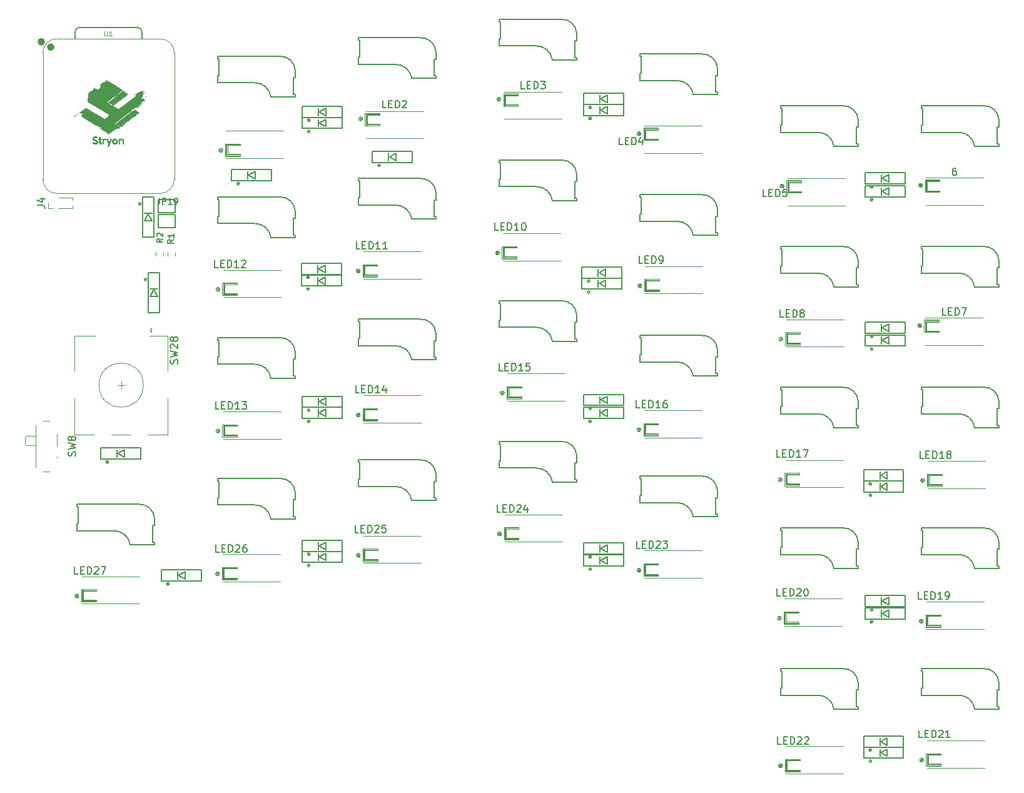
<source format=gto>
G04 #@! TF.GenerationSoftware,KiCad,Pcbnew,9.0.4*
G04 #@! TF.CreationDate,2025-10-25T01:26:29+09:00*
G04 #@! TF.ProjectId,molak_right,6d6f6c61-6b5f-4726-9967-68742e6b6963,rev?*
G04 #@! TF.SameCoordinates,Original*
G04 #@! TF.FileFunction,Legend,Top*
G04 #@! TF.FilePolarity,Positive*
%FSLAX46Y46*%
G04 Gerber Fmt 4.6, Leading zero omitted, Abs format (unit mm)*
G04 Created by KiCad (PCBNEW 9.0.4) date 2025-10-25 01:26:29*
%MOMM*%
%LPD*%
G01*
G04 APERTURE LIST*
%ADD10C,0.150000*%
%ADD11C,0.152400*%
%ADD12C,0.200000*%
%ADD13C,0.101600*%
%ADD14C,0.000000*%
%ADD15C,0.120000*%
%ADD16C,0.100000*%
%ADD17C,0.127000*%
%ADD18C,0.504000*%
G04 APERTURE END LIST*
D10*
X88969819Y-64908333D02*
X89684104Y-64908333D01*
X89684104Y-64908333D02*
X89826961Y-64955952D01*
X89826961Y-64955952D02*
X89922200Y-65051190D01*
X89922200Y-65051190D02*
X89969819Y-65194047D01*
X89969819Y-65194047D02*
X89969819Y-65289285D01*
X89303152Y-64003571D02*
X89969819Y-64003571D01*
X88922200Y-64241666D02*
X89636485Y-64479761D01*
X89636485Y-64479761D02*
X89636485Y-63860714D01*
D11*
X105535619Y-63955291D02*
X105535619Y-64535863D01*
X105535619Y-64535863D02*
X105496914Y-64651977D01*
X105496914Y-64651977D02*
X105419505Y-64729387D01*
X105419505Y-64729387D02*
X105303390Y-64768091D01*
X105303390Y-64768091D02*
X105225981Y-64768091D01*
X105922666Y-64768091D02*
X105922666Y-63955291D01*
X105922666Y-63955291D02*
X106232304Y-63955291D01*
X106232304Y-63955291D02*
X106309714Y-63993996D01*
X106309714Y-63993996D02*
X106348419Y-64032701D01*
X106348419Y-64032701D02*
X106387123Y-64110110D01*
X106387123Y-64110110D02*
X106387123Y-64226225D01*
X106387123Y-64226225D02*
X106348419Y-64303634D01*
X106348419Y-64303634D02*
X106309714Y-64342339D01*
X106309714Y-64342339D02*
X106232304Y-64381044D01*
X106232304Y-64381044D02*
X105922666Y-64381044D01*
X107161219Y-64768091D02*
X106696762Y-64768091D01*
X106928990Y-64768091D02*
X106928990Y-63955291D01*
X106928990Y-63955291D02*
X106851581Y-64071406D01*
X106851581Y-64071406D02*
X106774171Y-64148815D01*
X106774171Y-64148815D02*
X106696762Y-64187520D01*
X107548266Y-64768091D02*
X107703085Y-64768091D01*
X107703085Y-64768091D02*
X107780495Y-64729387D01*
X107780495Y-64729387D02*
X107819199Y-64690682D01*
X107819199Y-64690682D02*
X107896609Y-64574567D01*
X107896609Y-64574567D02*
X107935314Y-64419748D01*
X107935314Y-64419748D02*
X107935314Y-64110110D01*
X107935314Y-64110110D02*
X107896609Y-64032701D01*
X107896609Y-64032701D02*
X107857904Y-63993996D01*
X107857904Y-63993996D02*
X107780495Y-63955291D01*
X107780495Y-63955291D02*
X107625676Y-63955291D01*
X107625676Y-63955291D02*
X107548266Y-63993996D01*
X107548266Y-63993996D02*
X107509561Y-64032701D01*
X107509561Y-64032701D02*
X107470857Y-64110110D01*
X107470857Y-64110110D02*
X107470857Y-64303634D01*
X107470857Y-64303634D02*
X107509561Y-64381044D01*
X107509561Y-64381044D02*
X107548266Y-64419748D01*
X107548266Y-64419748D02*
X107625676Y-64458453D01*
X107625676Y-64458453D02*
X107780495Y-64458453D01*
X107780495Y-64458453D02*
X107857904Y-64419748D01*
X107857904Y-64419748D02*
X107896609Y-64381044D01*
X107896609Y-64381044D02*
X107935314Y-64303634D01*
D12*
X136171953Y-51706931D02*
X135695763Y-51706931D01*
X135695763Y-51706931D02*
X135695763Y-50706931D01*
X136505287Y-51183121D02*
X136838620Y-51183121D01*
X136981477Y-51706931D02*
X136505287Y-51706931D01*
X136505287Y-51706931D02*
X136505287Y-50706931D01*
X136505287Y-50706931D02*
X136981477Y-50706931D01*
X137410049Y-51706931D02*
X137410049Y-50706931D01*
X137410049Y-50706931D02*
X137648144Y-50706931D01*
X137648144Y-50706931D02*
X137791001Y-50754550D01*
X137791001Y-50754550D02*
X137886239Y-50849788D01*
X137886239Y-50849788D02*
X137933858Y-50945026D01*
X137933858Y-50945026D02*
X137981477Y-51135502D01*
X137981477Y-51135502D02*
X137981477Y-51278359D01*
X137981477Y-51278359D02*
X137933858Y-51468835D01*
X137933858Y-51468835D02*
X137886239Y-51564073D01*
X137886239Y-51564073D02*
X137791001Y-51659312D01*
X137791001Y-51659312D02*
X137648144Y-51706931D01*
X137648144Y-51706931D02*
X137410049Y-51706931D01*
X138362430Y-50802169D02*
X138410049Y-50754550D01*
X138410049Y-50754550D02*
X138505287Y-50706931D01*
X138505287Y-50706931D02*
X138743382Y-50706931D01*
X138743382Y-50706931D02*
X138838620Y-50754550D01*
X138838620Y-50754550D02*
X138886239Y-50802169D01*
X138886239Y-50802169D02*
X138933858Y-50897407D01*
X138933858Y-50897407D02*
X138933858Y-50992645D01*
X138933858Y-50992645D02*
X138886239Y-51135502D01*
X138886239Y-51135502D02*
X138314811Y-51706931D01*
X138314811Y-51706931D02*
X138933858Y-51706931D01*
X154935253Y-49137031D02*
X154459063Y-49137031D01*
X154459063Y-49137031D02*
X154459063Y-48137031D01*
X155268587Y-48613221D02*
X155601920Y-48613221D01*
X155744777Y-49137031D02*
X155268587Y-49137031D01*
X155268587Y-49137031D02*
X155268587Y-48137031D01*
X155268587Y-48137031D02*
X155744777Y-48137031D01*
X156173349Y-49137031D02*
X156173349Y-48137031D01*
X156173349Y-48137031D02*
X156411444Y-48137031D01*
X156411444Y-48137031D02*
X156554301Y-48184650D01*
X156554301Y-48184650D02*
X156649539Y-48279888D01*
X156649539Y-48279888D02*
X156697158Y-48375126D01*
X156697158Y-48375126D02*
X156744777Y-48565602D01*
X156744777Y-48565602D02*
X156744777Y-48708459D01*
X156744777Y-48708459D02*
X156697158Y-48898935D01*
X156697158Y-48898935D02*
X156649539Y-48994173D01*
X156649539Y-48994173D02*
X156554301Y-49089412D01*
X156554301Y-49089412D02*
X156411444Y-49137031D01*
X156411444Y-49137031D02*
X156173349Y-49137031D01*
X157078111Y-48137031D02*
X157697158Y-48137031D01*
X157697158Y-48137031D02*
X157363825Y-48517983D01*
X157363825Y-48517983D02*
X157506682Y-48517983D01*
X157506682Y-48517983D02*
X157601920Y-48565602D01*
X157601920Y-48565602D02*
X157649539Y-48613221D01*
X157649539Y-48613221D02*
X157697158Y-48708459D01*
X157697158Y-48708459D02*
X157697158Y-48946554D01*
X157697158Y-48946554D02*
X157649539Y-49041792D01*
X157649539Y-49041792D02*
X157601920Y-49089412D01*
X157601920Y-49089412D02*
X157506682Y-49137031D01*
X157506682Y-49137031D02*
X157220968Y-49137031D01*
X157220968Y-49137031D02*
X157125730Y-49089412D01*
X157125730Y-49089412D02*
X157078111Y-49041792D01*
X168201953Y-56696931D02*
X167725763Y-56696931D01*
X167725763Y-56696931D02*
X167725763Y-55696931D01*
X168535287Y-56173121D02*
X168868620Y-56173121D01*
X169011477Y-56696931D02*
X168535287Y-56696931D01*
X168535287Y-56696931D02*
X168535287Y-55696931D01*
X168535287Y-55696931D02*
X169011477Y-55696931D01*
X169440049Y-56696931D02*
X169440049Y-55696931D01*
X169440049Y-55696931D02*
X169678144Y-55696931D01*
X169678144Y-55696931D02*
X169821001Y-55744550D01*
X169821001Y-55744550D02*
X169916239Y-55839788D01*
X169916239Y-55839788D02*
X169963858Y-55935026D01*
X169963858Y-55935026D02*
X170011477Y-56125502D01*
X170011477Y-56125502D02*
X170011477Y-56268359D01*
X170011477Y-56268359D02*
X169963858Y-56458835D01*
X169963858Y-56458835D02*
X169916239Y-56554073D01*
X169916239Y-56554073D02*
X169821001Y-56649312D01*
X169821001Y-56649312D02*
X169678144Y-56696931D01*
X169678144Y-56696931D02*
X169440049Y-56696931D01*
X170868620Y-56030264D02*
X170868620Y-56696931D01*
X170630525Y-55649312D02*
X170392430Y-56363597D01*
X170392430Y-56363597D02*
X171011477Y-56363597D01*
X187655553Y-63729831D02*
X187179363Y-63729831D01*
X187179363Y-63729831D02*
X187179363Y-62729831D01*
X187988887Y-63206021D02*
X188322220Y-63206021D01*
X188465077Y-63729831D02*
X187988887Y-63729831D01*
X187988887Y-63729831D02*
X187988887Y-62729831D01*
X187988887Y-62729831D02*
X188465077Y-62729831D01*
X188893649Y-63729831D02*
X188893649Y-62729831D01*
X188893649Y-62729831D02*
X189131744Y-62729831D01*
X189131744Y-62729831D02*
X189274601Y-62777450D01*
X189274601Y-62777450D02*
X189369839Y-62872688D01*
X189369839Y-62872688D02*
X189417458Y-62967926D01*
X189417458Y-62967926D02*
X189465077Y-63158402D01*
X189465077Y-63158402D02*
X189465077Y-63301259D01*
X189465077Y-63301259D02*
X189417458Y-63491735D01*
X189417458Y-63491735D02*
X189369839Y-63586973D01*
X189369839Y-63586973D02*
X189274601Y-63682212D01*
X189274601Y-63682212D02*
X189131744Y-63729831D01*
X189131744Y-63729831D02*
X188893649Y-63729831D01*
X190369839Y-62729831D02*
X189893649Y-62729831D01*
X189893649Y-62729831D02*
X189846030Y-63206021D01*
X189846030Y-63206021D02*
X189893649Y-63158402D01*
X189893649Y-63158402D02*
X189988887Y-63110783D01*
X189988887Y-63110783D02*
X190226982Y-63110783D01*
X190226982Y-63110783D02*
X190322220Y-63158402D01*
X190322220Y-63158402D02*
X190369839Y-63206021D01*
X190369839Y-63206021D02*
X190417458Y-63301259D01*
X190417458Y-63301259D02*
X190417458Y-63539354D01*
X190417458Y-63539354D02*
X190369839Y-63634592D01*
X190369839Y-63634592D02*
X190322220Y-63682212D01*
X190322220Y-63682212D02*
X190226982Y-63729831D01*
X190226982Y-63729831D02*
X189988887Y-63729831D01*
X189988887Y-63729831D02*
X189893649Y-63682212D01*
X189893649Y-63682212D02*
X189846030Y-63634592D01*
X211951953Y-79767231D02*
X211475763Y-79767231D01*
X211475763Y-79767231D02*
X211475763Y-78767231D01*
X212285287Y-79243421D02*
X212618620Y-79243421D01*
X212761477Y-79767231D02*
X212285287Y-79767231D01*
X212285287Y-79767231D02*
X212285287Y-78767231D01*
X212285287Y-78767231D02*
X212761477Y-78767231D01*
X213190049Y-79767231D02*
X213190049Y-78767231D01*
X213190049Y-78767231D02*
X213428144Y-78767231D01*
X213428144Y-78767231D02*
X213571001Y-78814850D01*
X213571001Y-78814850D02*
X213666239Y-78910088D01*
X213666239Y-78910088D02*
X213713858Y-79005326D01*
X213713858Y-79005326D02*
X213761477Y-79195802D01*
X213761477Y-79195802D02*
X213761477Y-79338659D01*
X213761477Y-79338659D02*
X213713858Y-79529135D01*
X213713858Y-79529135D02*
X213666239Y-79624373D01*
X213666239Y-79624373D02*
X213571001Y-79719612D01*
X213571001Y-79719612D02*
X213428144Y-79767231D01*
X213428144Y-79767231D02*
X213190049Y-79767231D01*
X214094811Y-78767231D02*
X214761477Y-78767231D01*
X214761477Y-78767231D02*
X214332906Y-79767231D01*
X189990153Y-80048731D02*
X189513963Y-80048731D01*
X189513963Y-80048731D02*
X189513963Y-79048731D01*
X190323487Y-79524921D02*
X190656820Y-79524921D01*
X190799677Y-80048731D02*
X190323487Y-80048731D01*
X190323487Y-80048731D02*
X190323487Y-79048731D01*
X190323487Y-79048731D02*
X190799677Y-79048731D01*
X191228249Y-80048731D02*
X191228249Y-79048731D01*
X191228249Y-79048731D02*
X191466344Y-79048731D01*
X191466344Y-79048731D02*
X191609201Y-79096350D01*
X191609201Y-79096350D02*
X191704439Y-79191588D01*
X191704439Y-79191588D02*
X191752058Y-79286826D01*
X191752058Y-79286826D02*
X191799677Y-79477302D01*
X191799677Y-79477302D02*
X191799677Y-79620159D01*
X191799677Y-79620159D02*
X191752058Y-79810635D01*
X191752058Y-79810635D02*
X191704439Y-79905873D01*
X191704439Y-79905873D02*
X191609201Y-80001112D01*
X191609201Y-80001112D02*
X191466344Y-80048731D01*
X191466344Y-80048731D02*
X191228249Y-80048731D01*
X192371106Y-79477302D02*
X192275868Y-79429683D01*
X192275868Y-79429683D02*
X192228249Y-79382064D01*
X192228249Y-79382064D02*
X192180630Y-79286826D01*
X192180630Y-79286826D02*
X192180630Y-79239207D01*
X192180630Y-79239207D02*
X192228249Y-79143969D01*
X192228249Y-79143969D02*
X192275868Y-79096350D01*
X192275868Y-79096350D02*
X192371106Y-79048731D01*
X192371106Y-79048731D02*
X192561582Y-79048731D01*
X192561582Y-79048731D02*
X192656820Y-79096350D01*
X192656820Y-79096350D02*
X192704439Y-79143969D01*
X192704439Y-79143969D02*
X192752058Y-79239207D01*
X192752058Y-79239207D02*
X192752058Y-79286826D01*
X192752058Y-79286826D02*
X192704439Y-79382064D01*
X192704439Y-79382064D02*
X192656820Y-79429683D01*
X192656820Y-79429683D02*
X192561582Y-79477302D01*
X192561582Y-79477302D02*
X192371106Y-79477302D01*
X192371106Y-79477302D02*
X192275868Y-79524921D01*
X192275868Y-79524921D02*
X192228249Y-79572540D01*
X192228249Y-79572540D02*
X192180630Y-79667778D01*
X192180630Y-79667778D02*
X192180630Y-79858254D01*
X192180630Y-79858254D02*
X192228249Y-79953492D01*
X192228249Y-79953492D02*
X192275868Y-80001112D01*
X192275868Y-80001112D02*
X192371106Y-80048731D01*
X192371106Y-80048731D02*
X192561582Y-80048731D01*
X192561582Y-80048731D02*
X192656820Y-80001112D01*
X192656820Y-80001112D02*
X192704439Y-79953492D01*
X192704439Y-79953492D02*
X192752058Y-79858254D01*
X192752058Y-79858254D02*
X192752058Y-79667778D01*
X192752058Y-79667778D02*
X192704439Y-79572540D01*
X192704439Y-79572540D02*
X192656820Y-79524921D01*
X192656820Y-79524921D02*
X192561582Y-79477302D01*
X170900953Y-72762231D02*
X170424763Y-72762231D01*
X170424763Y-72762231D02*
X170424763Y-71762231D01*
X171234287Y-72238421D02*
X171567620Y-72238421D01*
X171710477Y-72762231D02*
X171234287Y-72762231D01*
X171234287Y-72762231D02*
X171234287Y-71762231D01*
X171234287Y-71762231D02*
X171710477Y-71762231D01*
X172139049Y-72762231D02*
X172139049Y-71762231D01*
X172139049Y-71762231D02*
X172377144Y-71762231D01*
X172377144Y-71762231D02*
X172520001Y-71809850D01*
X172520001Y-71809850D02*
X172615239Y-71905088D01*
X172615239Y-71905088D02*
X172662858Y-72000326D01*
X172662858Y-72000326D02*
X172710477Y-72190802D01*
X172710477Y-72190802D02*
X172710477Y-72333659D01*
X172710477Y-72333659D02*
X172662858Y-72524135D01*
X172662858Y-72524135D02*
X172615239Y-72619373D01*
X172615239Y-72619373D02*
X172520001Y-72714612D01*
X172520001Y-72714612D02*
X172377144Y-72762231D01*
X172377144Y-72762231D02*
X172139049Y-72762231D01*
X173186668Y-72762231D02*
X173377144Y-72762231D01*
X173377144Y-72762231D02*
X173472382Y-72714612D01*
X173472382Y-72714612D02*
X173520001Y-72666992D01*
X173520001Y-72666992D02*
X173615239Y-72524135D01*
X173615239Y-72524135D02*
X173662858Y-72333659D01*
X173662858Y-72333659D02*
X173662858Y-71952707D01*
X173662858Y-71952707D02*
X173615239Y-71857469D01*
X173615239Y-71857469D02*
X173567620Y-71809850D01*
X173567620Y-71809850D02*
X173472382Y-71762231D01*
X173472382Y-71762231D02*
X173281906Y-71762231D01*
X173281906Y-71762231D02*
X173186668Y-71809850D01*
X173186668Y-71809850D02*
X173139049Y-71857469D01*
X173139049Y-71857469D02*
X173091430Y-71952707D01*
X173091430Y-71952707D02*
X173091430Y-72190802D01*
X173091430Y-72190802D02*
X173139049Y-72286040D01*
X173139049Y-72286040D02*
X173186668Y-72333659D01*
X173186668Y-72333659D02*
X173281906Y-72381278D01*
X173281906Y-72381278D02*
X173472382Y-72381278D01*
X173472382Y-72381278D02*
X173567620Y-72333659D01*
X173567620Y-72333659D02*
X173615239Y-72286040D01*
X173615239Y-72286040D02*
X173662858Y-72190802D01*
X151358362Y-68276531D02*
X150882172Y-68276531D01*
X150882172Y-68276531D02*
X150882172Y-67276531D01*
X151691696Y-67752721D02*
X152025029Y-67752721D01*
X152167886Y-68276531D02*
X151691696Y-68276531D01*
X151691696Y-68276531D02*
X151691696Y-67276531D01*
X151691696Y-67276531D02*
X152167886Y-67276531D01*
X152596458Y-68276531D02*
X152596458Y-67276531D01*
X152596458Y-67276531D02*
X152834553Y-67276531D01*
X152834553Y-67276531D02*
X152977410Y-67324150D01*
X152977410Y-67324150D02*
X153072648Y-67419388D01*
X153072648Y-67419388D02*
X153120267Y-67514626D01*
X153120267Y-67514626D02*
X153167886Y-67705102D01*
X153167886Y-67705102D02*
X153167886Y-67847959D01*
X153167886Y-67847959D02*
X153120267Y-68038435D01*
X153120267Y-68038435D02*
X153072648Y-68133673D01*
X153072648Y-68133673D02*
X152977410Y-68228912D01*
X152977410Y-68228912D02*
X152834553Y-68276531D01*
X152834553Y-68276531D02*
X152596458Y-68276531D01*
X154120267Y-68276531D02*
X153548839Y-68276531D01*
X153834553Y-68276531D02*
X153834553Y-67276531D01*
X153834553Y-67276531D02*
X153739315Y-67419388D01*
X153739315Y-67419388D02*
X153644077Y-67514626D01*
X153644077Y-67514626D02*
X153548839Y-67562245D01*
X154739315Y-67276531D02*
X154834553Y-67276531D01*
X154834553Y-67276531D02*
X154929791Y-67324150D01*
X154929791Y-67324150D02*
X154977410Y-67371769D01*
X154977410Y-67371769D02*
X155025029Y-67467007D01*
X155025029Y-67467007D02*
X155072648Y-67657483D01*
X155072648Y-67657483D02*
X155072648Y-67895578D01*
X155072648Y-67895578D02*
X155025029Y-68086054D01*
X155025029Y-68086054D02*
X154977410Y-68181292D01*
X154977410Y-68181292D02*
X154929791Y-68228912D01*
X154929791Y-68228912D02*
X154834553Y-68276531D01*
X154834553Y-68276531D02*
X154739315Y-68276531D01*
X154739315Y-68276531D02*
X154644077Y-68228912D01*
X154644077Y-68228912D02*
X154596458Y-68181292D01*
X154596458Y-68181292D02*
X154548839Y-68086054D01*
X154548839Y-68086054D02*
X154501220Y-67895578D01*
X154501220Y-67895578D02*
X154501220Y-67657483D01*
X154501220Y-67657483D02*
X154548839Y-67467007D01*
X154548839Y-67467007D02*
X154596458Y-67371769D01*
X154596458Y-67371769D02*
X154644077Y-67324150D01*
X154644077Y-67324150D02*
X154739315Y-67276531D01*
X132614762Y-70821931D02*
X132138572Y-70821931D01*
X132138572Y-70821931D02*
X132138572Y-69821931D01*
X132948096Y-70298121D02*
X133281429Y-70298121D01*
X133424286Y-70821931D02*
X132948096Y-70821931D01*
X132948096Y-70821931D02*
X132948096Y-69821931D01*
X132948096Y-69821931D02*
X133424286Y-69821931D01*
X133852858Y-70821931D02*
X133852858Y-69821931D01*
X133852858Y-69821931D02*
X134090953Y-69821931D01*
X134090953Y-69821931D02*
X134233810Y-69869550D01*
X134233810Y-69869550D02*
X134329048Y-69964788D01*
X134329048Y-69964788D02*
X134376667Y-70060026D01*
X134376667Y-70060026D02*
X134424286Y-70250502D01*
X134424286Y-70250502D02*
X134424286Y-70393359D01*
X134424286Y-70393359D02*
X134376667Y-70583835D01*
X134376667Y-70583835D02*
X134329048Y-70679073D01*
X134329048Y-70679073D02*
X134233810Y-70774312D01*
X134233810Y-70774312D02*
X134090953Y-70821931D01*
X134090953Y-70821931D02*
X133852858Y-70821931D01*
X135376667Y-70821931D02*
X134805239Y-70821931D01*
X135090953Y-70821931D02*
X135090953Y-69821931D01*
X135090953Y-69821931D02*
X134995715Y-69964788D01*
X134995715Y-69964788D02*
X134900477Y-70060026D01*
X134900477Y-70060026D02*
X134805239Y-70107645D01*
X136329048Y-70821931D02*
X135757620Y-70821931D01*
X136043334Y-70821931D02*
X136043334Y-69821931D01*
X136043334Y-69821931D02*
X135948096Y-69964788D01*
X135948096Y-69964788D02*
X135852858Y-70060026D01*
X135852858Y-70060026D02*
X135757620Y-70107645D01*
X113454762Y-73311931D02*
X112978572Y-73311931D01*
X112978572Y-73311931D02*
X112978572Y-72311931D01*
X113788096Y-72788121D02*
X114121429Y-72788121D01*
X114264286Y-73311931D02*
X113788096Y-73311931D01*
X113788096Y-73311931D02*
X113788096Y-72311931D01*
X113788096Y-72311931D02*
X114264286Y-72311931D01*
X114692858Y-73311931D02*
X114692858Y-72311931D01*
X114692858Y-72311931D02*
X114930953Y-72311931D01*
X114930953Y-72311931D02*
X115073810Y-72359550D01*
X115073810Y-72359550D02*
X115169048Y-72454788D01*
X115169048Y-72454788D02*
X115216667Y-72550026D01*
X115216667Y-72550026D02*
X115264286Y-72740502D01*
X115264286Y-72740502D02*
X115264286Y-72883359D01*
X115264286Y-72883359D02*
X115216667Y-73073835D01*
X115216667Y-73073835D02*
X115169048Y-73169073D01*
X115169048Y-73169073D02*
X115073810Y-73264312D01*
X115073810Y-73264312D02*
X114930953Y-73311931D01*
X114930953Y-73311931D02*
X114692858Y-73311931D01*
X116216667Y-73311931D02*
X115645239Y-73311931D01*
X115930953Y-73311931D02*
X115930953Y-72311931D01*
X115930953Y-72311931D02*
X115835715Y-72454788D01*
X115835715Y-72454788D02*
X115740477Y-72550026D01*
X115740477Y-72550026D02*
X115645239Y-72597645D01*
X116597620Y-72407169D02*
X116645239Y-72359550D01*
X116645239Y-72359550D02*
X116740477Y-72311931D01*
X116740477Y-72311931D02*
X116978572Y-72311931D01*
X116978572Y-72311931D02*
X117073810Y-72359550D01*
X117073810Y-72359550D02*
X117121429Y-72407169D01*
X117121429Y-72407169D02*
X117169048Y-72502407D01*
X117169048Y-72502407D02*
X117169048Y-72597645D01*
X117169048Y-72597645D02*
X117121429Y-72740502D01*
X117121429Y-72740502D02*
X116550001Y-73311931D01*
X116550001Y-73311931D02*
X117169048Y-73311931D01*
X113570262Y-92500331D02*
X113094072Y-92500331D01*
X113094072Y-92500331D02*
X113094072Y-91500331D01*
X113903596Y-91976521D02*
X114236929Y-91976521D01*
X114379786Y-92500331D02*
X113903596Y-92500331D01*
X113903596Y-92500331D02*
X113903596Y-91500331D01*
X113903596Y-91500331D02*
X114379786Y-91500331D01*
X114808358Y-92500331D02*
X114808358Y-91500331D01*
X114808358Y-91500331D02*
X115046453Y-91500331D01*
X115046453Y-91500331D02*
X115189310Y-91547950D01*
X115189310Y-91547950D02*
X115284548Y-91643188D01*
X115284548Y-91643188D02*
X115332167Y-91738426D01*
X115332167Y-91738426D02*
X115379786Y-91928902D01*
X115379786Y-91928902D02*
X115379786Y-92071759D01*
X115379786Y-92071759D02*
X115332167Y-92262235D01*
X115332167Y-92262235D02*
X115284548Y-92357473D01*
X115284548Y-92357473D02*
X115189310Y-92452712D01*
X115189310Y-92452712D02*
X115046453Y-92500331D01*
X115046453Y-92500331D02*
X114808358Y-92500331D01*
X116332167Y-92500331D02*
X115760739Y-92500331D01*
X116046453Y-92500331D02*
X116046453Y-91500331D01*
X116046453Y-91500331D02*
X115951215Y-91643188D01*
X115951215Y-91643188D02*
X115855977Y-91738426D01*
X115855977Y-91738426D02*
X115760739Y-91786045D01*
X116665501Y-91500331D02*
X117284548Y-91500331D01*
X117284548Y-91500331D02*
X116951215Y-91881283D01*
X116951215Y-91881283D02*
X117094072Y-91881283D01*
X117094072Y-91881283D02*
X117189310Y-91928902D01*
X117189310Y-91928902D02*
X117236929Y-91976521D01*
X117236929Y-91976521D02*
X117284548Y-92071759D01*
X117284548Y-92071759D02*
X117284548Y-92309854D01*
X117284548Y-92309854D02*
X117236929Y-92405092D01*
X117236929Y-92405092D02*
X117189310Y-92452712D01*
X117189310Y-92452712D02*
X117094072Y-92500331D01*
X117094072Y-92500331D02*
X116808358Y-92500331D01*
X116808358Y-92500331D02*
X116713120Y-92452712D01*
X116713120Y-92452712D02*
X116665501Y-92405092D01*
X132534762Y-90302231D02*
X132058572Y-90302231D01*
X132058572Y-90302231D02*
X132058572Y-89302231D01*
X132868096Y-89778421D02*
X133201429Y-89778421D01*
X133344286Y-90302231D02*
X132868096Y-90302231D01*
X132868096Y-90302231D02*
X132868096Y-89302231D01*
X132868096Y-89302231D02*
X133344286Y-89302231D01*
X133772858Y-90302231D02*
X133772858Y-89302231D01*
X133772858Y-89302231D02*
X134010953Y-89302231D01*
X134010953Y-89302231D02*
X134153810Y-89349850D01*
X134153810Y-89349850D02*
X134249048Y-89445088D01*
X134249048Y-89445088D02*
X134296667Y-89540326D01*
X134296667Y-89540326D02*
X134344286Y-89730802D01*
X134344286Y-89730802D02*
X134344286Y-89873659D01*
X134344286Y-89873659D02*
X134296667Y-90064135D01*
X134296667Y-90064135D02*
X134249048Y-90159373D01*
X134249048Y-90159373D02*
X134153810Y-90254612D01*
X134153810Y-90254612D02*
X134010953Y-90302231D01*
X134010953Y-90302231D02*
X133772858Y-90302231D01*
X135296667Y-90302231D02*
X134725239Y-90302231D01*
X135010953Y-90302231D02*
X135010953Y-89302231D01*
X135010953Y-89302231D02*
X134915715Y-89445088D01*
X134915715Y-89445088D02*
X134820477Y-89540326D01*
X134820477Y-89540326D02*
X134725239Y-89587945D01*
X136153810Y-89635564D02*
X136153810Y-90302231D01*
X135915715Y-89254612D02*
X135677620Y-89968897D01*
X135677620Y-89968897D02*
X136296667Y-89968897D01*
X151944762Y-87281931D02*
X151468572Y-87281931D01*
X151468572Y-87281931D02*
X151468572Y-86281931D01*
X152278096Y-86758121D02*
X152611429Y-86758121D01*
X152754286Y-87281931D02*
X152278096Y-87281931D01*
X152278096Y-87281931D02*
X152278096Y-86281931D01*
X152278096Y-86281931D02*
X152754286Y-86281931D01*
X153182858Y-87281931D02*
X153182858Y-86281931D01*
X153182858Y-86281931D02*
X153420953Y-86281931D01*
X153420953Y-86281931D02*
X153563810Y-86329550D01*
X153563810Y-86329550D02*
X153659048Y-86424788D01*
X153659048Y-86424788D02*
X153706667Y-86520026D01*
X153706667Y-86520026D02*
X153754286Y-86710502D01*
X153754286Y-86710502D02*
X153754286Y-86853359D01*
X153754286Y-86853359D02*
X153706667Y-87043835D01*
X153706667Y-87043835D02*
X153659048Y-87139073D01*
X153659048Y-87139073D02*
X153563810Y-87234312D01*
X153563810Y-87234312D02*
X153420953Y-87281931D01*
X153420953Y-87281931D02*
X153182858Y-87281931D01*
X154706667Y-87281931D02*
X154135239Y-87281931D01*
X154420953Y-87281931D02*
X154420953Y-86281931D01*
X154420953Y-86281931D02*
X154325715Y-86424788D01*
X154325715Y-86424788D02*
X154230477Y-86520026D01*
X154230477Y-86520026D02*
X154135239Y-86567645D01*
X155611429Y-86281931D02*
X155135239Y-86281931D01*
X155135239Y-86281931D02*
X155087620Y-86758121D01*
X155087620Y-86758121D02*
X155135239Y-86710502D01*
X155135239Y-86710502D02*
X155230477Y-86662883D01*
X155230477Y-86662883D02*
X155468572Y-86662883D01*
X155468572Y-86662883D02*
X155563810Y-86710502D01*
X155563810Y-86710502D02*
X155611429Y-86758121D01*
X155611429Y-86758121D02*
X155659048Y-86853359D01*
X155659048Y-86853359D02*
X155659048Y-87091454D01*
X155659048Y-87091454D02*
X155611429Y-87186692D01*
X155611429Y-87186692D02*
X155563810Y-87234312D01*
X155563810Y-87234312D02*
X155468572Y-87281931D01*
X155468572Y-87281931D02*
X155230477Y-87281931D01*
X155230477Y-87281931D02*
X155135239Y-87234312D01*
X155135239Y-87234312D02*
X155087620Y-87186692D01*
X170504762Y-92331931D02*
X170028572Y-92331931D01*
X170028572Y-92331931D02*
X170028572Y-91331931D01*
X170838096Y-91808121D02*
X171171429Y-91808121D01*
X171314286Y-92331931D02*
X170838096Y-92331931D01*
X170838096Y-92331931D02*
X170838096Y-91331931D01*
X170838096Y-91331931D02*
X171314286Y-91331931D01*
X171742858Y-92331931D02*
X171742858Y-91331931D01*
X171742858Y-91331931D02*
X171980953Y-91331931D01*
X171980953Y-91331931D02*
X172123810Y-91379550D01*
X172123810Y-91379550D02*
X172219048Y-91474788D01*
X172219048Y-91474788D02*
X172266667Y-91570026D01*
X172266667Y-91570026D02*
X172314286Y-91760502D01*
X172314286Y-91760502D02*
X172314286Y-91903359D01*
X172314286Y-91903359D02*
X172266667Y-92093835D01*
X172266667Y-92093835D02*
X172219048Y-92189073D01*
X172219048Y-92189073D02*
X172123810Y-92284312D01*
X172123810Y-92284312D02*
X171980953Y-92331931D01*
X171980953Y-92331931D02*
X171742858Y-92331931D01*
X173266667Y-92331931D02*
X172695239Y-92331931D01*
X172980953Y-92331931D02*
X172980953Y-91331931D01*
X172980953Y-91331931D02*
X172885715Y-91474788D01*
X172885715Y-91474788D02*
X172790477Y-91570026D01*
X172790477Y-91570026D02*
X172695239Y-91617645D01*
X174123810Y-91331931D02*
X173933334Y-91331931D01*
X173933334Y-91331931D02*
X173838096Y-91379550D01*
X173838096Y-91379550D02*
X173790477Y-91427169D01*
X173790477Y-91427169D02*
X173695239Y-91570026D01*
X173695239Y-91570026D02*
X173647620Y-91760502D01*
X173647620Y-91760502D02*
X173647620Y-92141454D01*
X173647620Y-92141454D02*
X173695239Y-92236692D01*
X173695239Y-92236692D02*
X173742858Y-92284312D01*
X173742858Y-92284312D02*
X173838096Y-92331931D01*
X173838096Y-92331931D02*
X174028572Y-92331931D01*
X174028572Y-92331931D02*
X174123810Y-92284312D01*
X174123810Y-92284312D02*
X174171429Y-92236692D01*
X174171429Y-92236692D02*
X174219048Y-92141454D01*
X174219048Y-92141454D02*
X174219048Y-91903359D01*
X174219048Y-91903359D02*
X174171429Y-91808121D01*
X174171429Y-91808121D02*
X174123810Y-91760502D01*
X174123810Y-91760502D02*
X174028572Y-91712883D01*
X174028572Y-91712883D02*
X173838096Y-91712883D01*
X173838096Y-91712883D02*
X173742858Y-91760502D01*
X173742858Y-91760502D02*
X173695239Y-91808121D01*
X173695239Y-91808121D02*
X173647620Y-91903359D01*
X189518062Y-99016031D02*
X189041872Y-99016031D01*
X189041872Y-99016031D02*
X189041872Y-98016031D01*
X189851396Y-98492221D02*
X190184729Y-98492221D01*
X190327586Y-99016031D02*
X189851396Y-99016031D01*
X189851396Y-99016031D02*
X189851396Y-98016031D01*
X189851396Y-98016031D02*
X190327586Y-98016031D01*
X190756158Y-99016031D02*
X190756158Y-98016031D01*
X190756158Y-98016031D02*
X190994253Y-98016031D01*
X190994253Y-98016031D02*
X191137110Y-98063650D01*
X191137110Y-98063650D02*
X191232348Y-98158888D01*
X191232348Y-98158888D02*
X191279967Y-98254126D01*
X191279967Y-98254126D02*
X191327586Y-98444602D01*
X191327586Y-98444602D02*
X191327586Y-98587459D01*
X191327586Y-98587459D02*
X191279967Y-98777935D01*
X191279967Y-98777935D02*
X191232348Y-98873173D01*
X191232348Y-98873173D02*
X191137110Y-98968412D01*
X191137110Y-98968412D02*
X190994253Y-99016031D01*
X190994253Y-99016031D02*
X190756158Y-99016031D01*
X192279967Y-99016031D02*
X191708539Y-99016031D01*
X191994253Y-99016031D02*
X191994253Y-98016031D01*
X191994253Y-98016031D02*
X191899015Y-98158888D01*
X191899015Y-98158888D02*
X191803777Y-98254126D01*
X191803777Y-98254126D02*
X191708539Y-98301745D01*
X192613301Y-98016031D02*
X193279967Y-98016031D01*
X193279967Y-98016031D02*
X192851396Y-99016031D01*
X208922962Y-99184431D02*
X208446772Y-99184431D01*
X208446772Y-99184431D02*
X208446772Y-98184431D01*
X209256296Y-98660621D02*
X209589629Y-98660621D01*
X209732486Y-99184431D02*
X209256296Y-99184431D01*
X209256296Y-99184431D02*
X209256296Y-98184431D01*
X209256296Y-98184431D02*
X209732486Y-98184431D01*
X210161058Y-99184431D02*
X210161058Y-98184431D01*
X210161058Y-98184431D02*
X210399153Y-98184431D01*
X210399153Y-98184431D02*
X210542010Y-98232050D01*
X210542010Y-98232050D02*
X210637248Y-98327288D01*
X210637248Y-98327288D02*
X210684867Y-98422526D01*
X210684867Y-98422526D02*
X210732486Y-98613002D01*
X210732486Y-98613002D02*
X210732486Y-98755859D01*
X210732486Y-98755859D02*
X210684867Y-98946335D01*
X210684867Y-98946335D02*
X210637248Y-99041573D01*
X210637248Y-99041573D02*
X210542010Y-99136812D01*
X210542010Y-99136812D02*
X210399153Y-99184431D01*
X210399153Y-99184431D02*
X210161058Y-99184431D01*
X211684867Y-99184431D02*
X211113439Y-99184431D01*
X211399153Y-99184431D02*
X211399153Y-98184431D01*
X211399153Y-98184431D02*
X211303915Y-98327288D01*
X211303915Y-98327288D02*
X211208677Y-98422526D01*
X211208677Y-98422526D02*
X211113439Y-98470145D01*
X212256296Y-98613002D02*
X212161058Y-98565383D01*
X212161058Y-98565383D02*
X212113439Y-98517764D01*
X212113439Y-98517764D02*
X212065820Y-98422526D01*
X212065820Y-98422526D02*
X212065820Y-98374907D01*
X212065820Y-98374907D02*
X212113439Y-98279669D01*
X212113439Y-98279669D02*
X212161058Y-98232050D01*
X212161058Y-98232050D02*
X212256296Y-98184431D01*
X212256296Y-98184431D02*
X212446772Y-98184431D01*
X212446772Y-98184431D02*
X212542010Y-98232050D01*
X212542010Y-98232050D02*
X212589629Y-98279669D01*
X212589629Y-98279669D02*
X212637248Y-98374907D01*
X212637248Y-98374907D02*
X212637248Y-98422526D01*
X212637248Y-98422526D02*
X212589629Y-98517764D01*
X212589629Y-98517764D02*
X212542010Y-98565383D01*
X212542010Y-98565383D02*
X212446772Y-98613002D01*
X212446772Y-98613002D02*
X212256296Y-98613002D01*
X212256296Y-98613002D02*
X212161058Y-98660621D01*
X212161058Y-98660621D02*
X212113439Y-98708240D01*
X212113439Y-98708240D02*
X212065820Y-98803478D01*
X212065820Y-98803478D02*
X212065820Y-98993954D01*
X212065820Y-98993954D02*
X212113439Y-99089192D01*
X212113439Y-99089192D02*
X212161058Y-99136812D01*
X212161058Y-99136812D02*
X212256296Y-99184431D01*
X212256296Y-99184431D02*
X212446772Y-99184431D01*
X212446772Y-99184431D02*
X212542010Y-99136812D01*
X212542010Y-99136812D02*
X212589629Y-99089192D01*
X212589629Y-99089192D02*
X212637248Y-98993954D01*
X212637248Y-98993954D02*
X212637248Y-98803478D01*
X212637248Y-98803478D02*
X212589629Y-98708240D01*
X212589629Y-98708240D02*
X212542010Y-98660621D01*
X212542010Y-98660621D02*
X212446772Y-98613002D01*
X208684762Y-118229931D02*
X208208572Y-118229931D01*
X208208572Y-118229931D02*
X208208572Y-117229931D01*
X209018096Y-117706121D02*
X209351429Y-117706121D01*
X209494286Y-118229931D02*
X209018096Y-118229931D01*
X209018096Y-118229931D02*
X209018096Y-117229931D01*
X209018096Y-117229931D02*
X209494286Y-117229931D01*
X209922858Y-118229931D02*
X209922858Y-117229931D01*
X209922858Y-117229931D02*
X210160953Y-117229931D01*
X210160953Y-117229931D02*
X210303810Y-117277550D01*
X210303810Y-117277550D02*
X210399048Y-117372788D01*
X210399048Y-117372788D02*
X210446667Y-117468026D01*
X210446667Y-117468026D02*
X210494286Y-117658502D01*
X210494286Y-117658502D02*
X210494286Y-117801359D01*
X210494286Y-117801359D02*
X210446667Y-117991835D01*
X210446667Y-117991835D02*
X210399048Y-118087073D01*
X210399048Y-118087073D02*
X210303810Y-118182312D01*
X210303810Y-118182312D02*
X210160953Y-118229931D01*
X210160953Y-118229931D02*
X209922858Y-118229931D01*
X211446667Y-118229931D02*
X210875239Y-118229931D01*
X211160953Y-118229931D02*
X211160953Y-117229931D01*
X211160953Y-117229931D02*
X211065715Y-117372788D01*
X211065715Y-117372788D02*
X210970477Y-117468026D01*
X210970477Y-117468026D02*
X210875239Y-117515645D01*
X211922858Y-118229931D02*
X212113334Y-118229931D01*
X212113334Y-118229931D02*
X212208572Y-118182312D01*
X212208572Y-118182312D02*
X212256191Y-118134692D01*
X212256191Y-118134692D02*
X212351429Y-117991835D01*
X212351429Y-117991835D02*
X212399048Y-117801359D01*
X212399048Y-117801359D02*
X212399048Y-117420407D01*
X212399048Y-117420407D02*
X212351429Y-117325169D01*
X212351429Y-117325169D02*
X212303810Y-117277550D01*
X212303810Y-117277550D02*
X212208572Y-117229931D01*
X212208572Y-117229931D02*
X212018096Y-117229931D01*
X212018096Y-117229931D02*
X211922858Y-117277550D01*
X211922858Y-117277550D02*
X211875239Y-117325169D01*
X211875239Y-117325169D02*
X211827620Y-117420407D01*
X211827620Y-117420407D02*
X211827620Y-117658502D01*
X211827620Y-117658502D02*
X211875239Y-117753740D01*
X211875239Y-117753740D02*
X211922858Y-117801359D01*
X211922858Y-117801359D02*
X212018096Y-117848978D01*
X212018096Y-117848978D02*
X212208572Y-117848978D01*
X212208572Y-117848978D02*
X212303810Y-117801359D01*
X212303810Y-117801359D02*
X212351429Y-117753740D01*
X212351429Y-117753740D02*
X212399048Y-117658502D01*
X189564762Y-117802231D02*
X189088572Y-117802231D01*
X189088572Y-117802231D02*
X189088572Y-116802231D01*
X189898096Y-117278421D02*
X190231429Y-117278421D01*
X190374286Y-117802231D02*
X189898096Y-117802231D01*
X189898096Y-117802231D02*
X189898096Y-116802231D01*
X189898096Y-116802231D02*
X190374286Y-116802231D01*
X190802858Y-117802231D02*
X190802858Y-116802231D01*
X190802858Y-116802231D02*
X191040953Y-116802231D01*
X191040953Y-116802231D02*
X191183810Y-116849850D01*
X191183810Y-116849850D02*
X191279048Y-116945088D01*
X191279048Y-116945088D02*
X191326667Y-117040326D01*
X191326667Y-117040326D02*
X191374286Y-117230802D01*
X191374286Y-117230802D02*
X191374286Y-117373659D01*
X191374286Y-117373659D02*
X191326667Y-117564135D01*
X191326667Y-117564135D02*
X191279048Y-117659373D01*
X191279048Y-117659373D02*
X191183810Y-117754612D01*
X191183810Y-117754612D02*
X191040953Y-117802231D01*
X191040953Y-117802231D02*
X190802858Y-117802231D01*
X191755239Y-116897469D02*
X191802858Y-116849850D01*
X191802858Y-116849850D02*
X191898096Y-116802231D01*
X191898096Y-116802231D02*
X192136191Y-116802231D01*
X192136191Y-116802231D02*
X192231429Y-116849850D01*
X192231429Y-116849850D02*
X192279048Y-116897469D01*
X192279048Y-116897469D02*
X192326667Y-116992707D01*
X192326667Y-116992707D02*
X192326667Y-117087945D01*
X192326667Y-117087945D02*
X192279048Y-117230802D01*
X192279048Y-117230802D02*
X191707620Y-117802231D01*
X191707620Y-117802231D02*
X192326667Y-117802231D01*
X192945715Y-116802231D02*
X193040953Y-116802231D01*
X193040953Y-116802231D02*
X193136191Y-116849850D01*
X193136191Y-116849850D02*
X193183810Y-116897469D01*
X193183810Y-116897469D02*
X193231429Y-116992707D01*
X193231429Y-116992707D02*
X193279048Y-117183183D01*
X193279048Y-117183183D02*
X193279048Y-117421278D01*
X193279048Y-117421278D02*
X193231429Y-117611754D01*
X193231429Y-117611754D02*
X193183810Y-117706992D01*
X193183810Y-117706992D02*
X193136191Y-117754612D01*
X193136191Y-117754612D02*
X193040953Y-117802231D01*
X193040953Y-117802231D02*
X192945715Y-117802231D01*
X192945715Y-117802231D02*
X192850477Y-117754612D01*
X192850477Y-117754612D02*
X192802858Y-117706992D01*
X192802858Y-117706992D02*
X192755239Y-117611754D01*
X192755239Y-117611754D02*
X192707620Y-117421278D01*
X192707620Y-117421278D02*
X192707620Y-117183183D01*
X192707620Y-117183183D02*
X192755239Y-116992707D01*
X192755239Y-116992707D02*
X192802858Y-116897469D01*
X192802858Y-116897469D02*
X192850477Y-116849850D01*
X192850477Y-116849850D02*
X192945715Y-116802231D01*
X208784762Y-136961931D02*
X208308572Y-136961931D01*
X208308572Y-136961931D02*
X208308572Y-135961931D01*
X209118096Y-136438121D02*
X209451429Y-136438121D01*
X209594286Y-136961931D02*
X209118096Y-136961931D01*
X209118096Y-136961931D02*
X209118096Y-135961931D01*
X209118096Y-135961931D02*
X209594286Y-135961931D01*
X210022858Y-136961931D02*
X210022858Y-135961931D01*
X210022858Y-135961931D02*
X210260953Y-135961931D01*
X210260953Y-135961931D02*
X210403810Y-136009550D01*
X210403810Y-136009550D02*
X210499048Y-136104788D01*
X210499048Y-136104788D02*
X210546667Y-136200026D01*
X210546667Y-136200026D02*
X210594286Y-136390502D01*
X210594286Y-136390502D02*
X210594286Y-136533359D01*
X210594286Y-136533359D02*
X210546667Y-136723835D01*
X210546667Y-136723835D02*
X210499048Y-136819073D01*
X210499048Y-136819073D02*
X210403810Y-136914312D01*
X210403810Y-136914312D02*
X210260953Y-136961931D01*
X210260953Y-136961931D02*
X210022858Y-136961931D01*
X210975239Y-136057169D02*
X211022858Y-136009550D01*
X211022858Y-136009550D02*
X211118096Y-135961931D01*
X211118096Y-135961931D02*
X211356191Y-135961931D01*
X211356191Y-135961931D02*
X211451429Y-136009550D01*
X211451429Y-136009550D02*
X211499048Y-136057169D01*
X211499048Y-136057169D02*
X211546667Y-136152407D01*
X211546667Y-136152407D02*
X211546667Y-136247645D01*
X211546667Y-136247645D02*
X211499048Y-136390502D01*
X211499048Y-136390502D02*
X210927620Y-136961931D01*
X210927620Y-136961931D02*
X211546667Y-136961931D01*
X212499048Y-136961931D02*
X211927620Y-136961931D01*
X212213334Y-136961931D02*
X212213334Y-135961931D01*
X212213334Y-135961931D02*
X212118096Y-136104788D01*
X212118096Y-136104788D02*
X212022858Y-136200026D01*
X212022858Y-136200026D02*
X211927620Y-136247645D01*
X189654762Y-137872231D02*
X189178572Y-137872231D01*
X189178572Y-137872231D02*
X189178572Y-136872231D01*
X189988096Y-137348421D02*
X190321429Y-137348421D01*
X190464286Y-137872231D02*
X189988096Y-137872231D01*
X189988096Y-137872231D02*
X189988096Y-136872231D01*
X189988096Y-136872231D02*
X190464286Y-136872231D01*
X190892858Y-137872231D02*
X190892858Y-136872231D01*
X190892858Y-136872231D02*
X191130953Y-136872231D01*
X191130953Y-136872231D02*
X191273810Y-136919850D01*
X191273810Y-136919850D02*
X191369048Y-137015088D01*
X191369048Y-137015088D02*
X191416667Y-137110326D01*
X191416667Y-137110326D02*
X191464286Y-137300802D01*
X191464286Y-137300802D02*
X191464286Y-137443659D01*
X191464286Y-137443659D02*
X191416667Y-137634135D01*
X191416667Y-137634135D02*
X191369048Y-137729373D01*
X191369048Y-137729373D02*
X191273810Y-137824612D01*
X191273810Y-137824612D02*
X191130953Y-137872231D01*
X191130953Y-137872231D02*
X190892858Y-137872231D01*
X191845239Y-136967469D02*
X191892858Y-136919850D01*
X191892858Y-136919850D02*
X191988096Y-136872231D01*
X191988096Y-136872231D02*
X192226191Y-136872231D01*
X192226191Y-136872231D02*
X192321429Y-136919850D01*
X192321429Y-136919850D02*
X192369048Y-136967469D01*
X192369048Y-136967469D02*
X192416667Y-137062707D01*
X192416667Y-137062707D02*
X192416667Y-137157945D01*
X192416667Y-137157945D02*
X192369048Y-137300802D01*
X192369048Y-137300802D02*
X191797620Y-137872231D01*
X191797620Y-137872231D02*
X192416667Y-137872231D01*
X192797620Y-136967469D02*
X192845239Y-136919850D01*
X192845239Y-136919850D02*
X192940477Y-136872231D01*
X192940477Y-136872231D02*
X193178572Y-136872231D01*
X193178572Y-136872231D02*
X193273810Y-136919850D01*
X193273810Y-136919850D02*
X193321429Y-136967469D01*
X193321429Y-136967469D02*
X193369048Y-137062707D01*
X193369048Y-137062707D02*
X193369048Y-137157945D01*
X193369048Y-137157945D02*
X193321429Y-137300802D01*
X193321429Y-137300802D02*
X192750001Y-137872231D01*
X192750001Y-137872231D02*
X193369048Y-137872231D01*
X170534762Y-111322231D02*
X170058572Y-111322231D01*
X170058572Y-111322231D02*
X170058572Y-110322231D01*
X170868096Y-110798421D02*
X171201429Y-110798421D01*
X171344286Y-111322231D02*
X170868096Y-111322231D01*
X170868096Y-111322231D02*
X170868096Y-110322231D01*
X170868096Y-110322231D02*
X171344286Y-110322231D01*
X171772858Y-111322231D02*
X171772858Y-110322231D01*
X171772858Y-110322231D02*
X172010953Y-110322231D01*
X172010953Y-110322231D02*
X172153810Y-110369850D01*
X172153810Y-110369850D02*
X172249048Y-110465088D01*
X172249048Y-110465088D02*
X172296667Y-110560326D01*
X172296667Y-110560326D02*
X172344286Y-110750802D01*
X172344286Y-110750802D02*
X172344286Y-110893659D01*
X172344286Y-110893659D02*
X172296667Y-111084135D01*
X172296667Y-111084135D02*
X172249048Y-111179373D01*
X172249048Y-111179373D02*
X172153810Y-111274612D01*
X172153810Y-111274612D02*
X172010953Y-111322231D01*
X172010953Y-111322231D02*
X171772858Y-111322231D01*
X172725239Y-110417469D02*
X172772858Y-110369850D01*
X172772858Y-110369850D02*
X172868096Y-110322231D01*
X172868096Y-110322231D02*
X173106191Y-110322231D01*
X173106191Y-110322231D02*
X173201429Y-110369850D01*
X173201429Y-110369850D02*
X173249048Y-110417469D01*
X173249048Y-110417469D02*
X173296667Y-110512707D01*
X173296667Y-110512707D02*
X173296667Y-110607945D01*
X173296667Y-110607945D02*
X173249048Y-110750802D01*
X173249048Y-110750802D02*
X172677620Y-111322231D01*
X172677620Y-111322231D02*
X173296667Y-111322231D01*
X173630001Y-110322231D02*
X174249048Y-110322231D01*
X174249048Y-110322231D02*
X173915715Y-110703183D01*
X173915715Y-110703183D02*
X174058572Y-110703183D01*
X174058572Y-110703183D02*
X174153810Y-110750802D01*
X174153810Y-110750802D02*
X174201429Y-110798421D01*
X174201429Y-110798421D02*
X174249048Y-110893659D01*
X174249048Y-110893659D02*
X174249048Y-111131754D01*
X174249048Y-111131754D02*
X174201429Y-111226992D01*
X174201429Y-111226992D02*
X174153810Y-111274612D01*
X174153810Y-111274612D02*
X174058572Y-111322231D01*
X174058572Y-111322231D02*
X173772858Y-111322231D01*
X173772858Y-111322231D02*
X173677620Y-111274612D01*
X173677620Y-111274612D02*
X173630001Y-111226992D01*
X151671962Y-106449431D02*
X151195772Y-106449431D01*
X151195772Y-106449431D02*
X151195772Y-105449431D01*
X152005296Y-105925621D02*
X152338629Y-105925621D01*
X152481486Y-106449431D02*
X152005296Y-106449431D01*
X152005296Y-106449431D02*
X152005296Y-105449431D01*
X152005296Y-105449431D02*
X152481486Y-105449431D01*
X152910058Y-106449431D02*
X152910058Y-105449431D01*
X152910058Y-105449431D02*
X153148153Y-105449431D01*
X153148153Y-105449431D02*
X153291010Y-105497050D01*
X153291010Y-105497050D02*
X153386248Y-105592288D01*
X153386248Y-105592288D02*
X153433867Y-105687526D01*
X153433867Y-105687526D02*
X153481486Y-105878002D01*
X153481486Y-105878002D02*
X153481486Y-106020859D01*
X153481486Y-106020859D02*
X153433867Y-106211335D01*
X153433867Y-106211335D02*
X153386248Y-106306573D01*
X153386248Y-106306573D02*
X153291010Y-106401812D01*
X153291010Y-106401812D02*
X153148153Y-106449431D01*
X153148153Y-106449431D02*
X152910058Y-106449431D01*
X153862439Y-105544669D02*
X153910058Y-105497050D01*
X153910058Y-105497050D02*
X154005296Y-105449431D01*
X154005296Y-105449431D02*
X154243391Y-105449431D01*
X154243391Y-105449431D02*
X154338629Y-105497050D01*
X154338629Y-105497050D02*
X154386248Y-105544669D01*
X154386248Y-105544669D02*
X154433867Y-105639907D01*
X154433867Y-105639907D02*
X154433867Y-105735145D01*
X154433867Y-105735145D02*
X154386248Y-105878002D01*
X154386248Y-105878002D02*
X153814820Y-106449431D01*
X153814820Y-106449431D02*
X154433867Y-106449431D01*
X155291010Y-105782764D02*
X155291010Y-106449431D01*
X155052915Y-105401812D02*
X154814820Y-106116097D01*
X154814820Y-106116097D02*
X155433867Y-106116097D01*
X132444762Y-109211931D02*
X131968572Y-109211931D01*
X131968572Y-109211931D02*
X131968572Y-108211931D01*
X132778096Y-108688121D02*
X133111429Y-108688121D01*
X133254286Y-109211931D02*
X132778096Y-109211931D01*
X132778096Y-109211931D02*
X132778096Y-108211931D01*
X132778096Y-108211931D02*
X133254286Y-108211931D01*
X133682858Y-109211931D02*
X133682858Y-108211931D01*
X133682858Y-108211931D02*
X133920953Y-108211931D01*
X133920953Y-108211931D02*
X134063810Y-108259550D01*
X134063810Y-108259550D02*
X134159048Y-108354788D01*
X134159048Y-108354788D02*
X134206667Y-108450026D01*
X134206667Y-108450026D02*
X134254286Y-108640502D01*
X134254286Y-108640502D02*
X134254286Y-108783359D01*
X134254286Y-108783359D02*
X134206667Y-108973835D01*
X134206667Y-108973835D02*
X134159048Y-109069073D01*
X134159048Y-109069073D02*
X134063810Y-109164312D01*
X134063810Y-109164312D02*
X133920953Y-109211931D01*
X133920953Y-109211931D02*
X133682858Y-109211931D01*
X134635239Y-108307169D02*
X134682858Y-108259550D01*
X134682858Y-108259550D02*
X134778096Y-108211931D01*
X134778096Y-108211931D02*
X135016191Y-108211931D01*
X135016191Y-108211931D02*
X135111429Y-108259550D01*
X135111429Y-108259550D02*
X135159048Y-108307169D01*
X135159048Y-108307169D02*
X135206667Y-108402407D01*
X135206667Y-108402407D02*
X135206667Y-108497645D01*
X135206667Y-108497645D02*
X135159048Y-108640502D01*
X135159048Y-108640502D02*
X134587620Y-109211931D01*
X134587620Y-109211931D02*
X135206667Y-109211931D01*
X136111429Y-108211931D02*
X135635239Y-108211931D01*
X135635239Y-108211931D02*
X135587620Y-108688121D01*
X135587620Y-108688121D02*
X135635239Y-108640502D01*
X135635239Y-108640502D02*
X135730477Y-108592883D01*
X135730477Y-108592883D02*
X135968572Y-108592883D01*
X135968572Y-108592883D02*
X136063810Y-108640502D01*
X136063810Y-108640502D02*
X136111429Y-108688121D01*
X136111429Y-108688121D02*
X136159048Y-108783359D01*
X136159048Y-108783359D02*
X136159048Y-109021454D01*
X136159048Y-109021454D02*
X136111429Y-109116692D01*
X136111429Y-109116692D02*
X136063810Y-109164312D01*
X136063810Y-109164312D02*
X135968572Y-109211931D01*
X135968572Y-109211931D02*
X135730477Y-109211931D01*
X135730477Y-109211931D02*
X135635239Y-109164312D01*
X135635239Y-109164312D02*
X135587620Y-109116692D01*
X113614762Y-111852231D02*
X113138572Y-111852231D01*
X113138572Y-111852231D02*
X113138572Y-110852231D01*
X113948096Y-111328421D02*
X114281429Y-111328421D01*
X114424286Y-111852231D02*
X113948096Y-111852231D01*
X113948096Y-111852231D02*
X113948096Y-110852231D01*
X113948096Y-110852231D02*
X114424286Y-110852231D01*
X114852858Y-111852231D02*
X114852858Y-110852231D01*
X114852858Y-110852231D02*
X115090953Y-110852231D01*
X115090953Y-110852231D02*
X115233810Y-110899850D01*
X115233810Y-110899850D02*
X115329048Y-110995088D01*
X115329048Y-110995088D02*
X115376667Y-111090326D01*
X115376667Y-111090326D02*
X115424286Y-111280802D01*
X115424286Y-111280802D02*
X115424286Y-111423659D01*
X115424286Y-111423659D02*
X115376667Y-111614135D01*
X115376667Y-111614135D02*
X115329048Y-111709373D01*
X115329048Y-111709373D02*
X115233810Y-111804612D01*
X115233810Y-111804612D02*
X115090953Y-111852231D01*
X115090953Y-111852231D02*
X114852858Y-111852231D01*
X115805239Y-110947469D02*
X115852858Y-110899850D01*
X115852858Y-110899850D02*
X115948096Y-110852231D01*
X115948096Y-110852231D02*
X116186191Y-110852231D01*
X116186191Y-110852231D02*
X116281429Y-110899850D01*
X116281429Y-110899850D02*
X116329048Y-110947469D01*
X116329048Y-110947469D02*
X116376667Y-111042707D01*
X116376667Y-111042707D02*
X116376667Y-111137945D01*
X116376667Y-111137945D02*
X116329048Y-111280802D01*
X116329048Y-111280802D02*
X115757620Y-111852231D01*
X115757620Y-111852231D02*
X116376667Y-111852231D01*
X117233810Y-110852231D02*
X117043334Y-110852231D01*
X117043334Y-110852231D02*
X116948096Y-110899850D01*
X116948096Y-110899850D02*
X116900477Y-110947469D01*
X116900477Y-110947469D02*
X116805239Y-111090326D01*
X116805239Y-111090326D02*
X116757620Y-111280802D01*
X116757620Y-111280802D02*
X116757620Y-111661754D01*
X116757620Y-111661754D02*
X116805239Y-111756992D01*
X116805239Y-111756992D02*
X116852858Y-111804612D01*
X116852858Y-111804612D02*
X116948096Y-111852231D01*
X116948096Y-111852231D02*
X117138572Y-111852231D01*
X117138572Y-111852231D02*
X117233810Y-111804612D01*
X117233810Y-111804612D02*
X117281429Y-111756992D01*
X117281429Y-111756992D02*
X117329048Y-111661754D01*
X117329048Y-111661754D02*
X117329048Y-111423659D01*
X117329048Y-111423659D02*
X117281429Y-111328421D01*
X117281429Y-111328421D02*
X117233810Y-111280802D01*
X117233810Y-111280802D02*
X117138572Y-111233183D01*
X117138572Y-111233183D02*
X116948096Y-111233183D01*
X116948096Y-111233183D02*
X116852858Y-111280802D01*
X116852858Y-111280802D02*
X116805239Y-111328421D01*
X116805239Y-111328421D02*
X116757620Y-111423659D01*
X94494762Y-114842231D02*
X94018572Y-114842231D01*
X94018572Y-114842231D02*
X94018572Y-113842231D01*
X94828096Y-114318421D02*
X95161429Y-114318421D01*
X95304286Y-114842231D02*
X94828096Y-114842231D01*
X94828096Y-114842231D02*
X94828096Y-113842231D01*
X94828096Y-113842231D02*
X95304286Y-113842231D01*
X95732858Y-114842231D02*
X95732858Y-113842231D01*
X95732858Y-113842231D02*
X95970953Y-113842231D01*
X95970953Y-113842231D02*
X96113810Y-113889850D01*
X96113810Y-113889850D02*
X96209048Y-113985088D01*
X96209048Y-113985088D02*
X96256667Y-114080326D01*
X96256667Y-114080326D02*
X96304286Y-114270802D01*
X96304286Y-114270802D02*
X96304286Y-114413659D01*
X96304286Y-114413659D02*
X96256667Y-114604135D01*
X96256667Y-114604135D02*
X96209048Y-114699373D01*
X96209048Y-114699373D02*
X96113810Y-114794612D01*
X96113810Y-114794612D02*
X95970953Y-114842231D01*
X95970953Y-114842231D02*
X95732858Y-114842231D01*
X96685239Y-113937469D02*
X96732858Y-113889850D01*
X96732858Y-113889850D02*
X96828096Y-113842231D01*
X96828096Y-113842231D02*
X97066191Y-113842231D01*
X97066191Y-113842231D02*
X97161429Y-113889850D01*
X97161429Y-113889850D02*
X97209048Y-113937469D01*
X97209048Y-113937469D02*
X97256667Y-114032707D01*
X97256667Y-114032707D02*
X97256667Y-114127945D01*
X97256667Y-114127945D02*
X97209048Y-114270802D01*
X97209048Y-114270802D02*
X96637620Y-114842231D01*
X96637620Y-114842231D02*
X97256667Y-114842231D01*
X97590001Y-113842231D02*
X98256667Y-113842231D01*
X98256667Y-113842231D02*
X97828096Y-114842231D01*
D10*
X107435994Y-69559044D02*
X107055041Y-69825711D01*
X107435994Y-70016187D02*
X106635994Y-70016187D01*
X106635994Y-70016187D02*
X106635994Y-69711425D01*
X106635994Y-69711425D02*
X106674089Y-69635235D01*
X106674089Y-69635235D02*
X106712184Y-69597140D01*
X106712184Y-69597140D02*
X106788375Y-69559044D01*
X106788375Y-69559044D02*
X106902660Y-69559044D01*
X106902660Y-69559044D02*
X106978851Y-69597140D01*
X106978851Y-69597140D02*
X107016946Y-69635235D01*
X107016946Y-69635235D02*
X107055041Y-69711425D01*
X107055041Y-69711425D02*
X107055041Y-70016187D01*
X107435994Y-68797140D02*
X107435994Y-69254283D01*
X107435994Y-69025711D02*
X106635994Y-69025711D01*
X106635994Y-69025711D02*
X106750279Y-69101902D01*
X106750279Y-69101902D02*
X106826470Y-69178092D01*
X106826470Y-69178092D02*
X106864565Y-69254283D01*
X105922296Y-69413344D02*
X105541343Y-69680011D01*
X105922296Y-69870487D02*
X105122296Y-69870487D01*
X105122296Y-69870487D02*
X105122296Y-69565725D01*
X105122296Y-69565725D02*
X105160391Y-69489535D01*
X105160391Y-69489535D02*
X105198486Y-69451440D01*
X105198486Y-69451440D02*
X105274677Y-69413344D01*
X105274677Y-69413344D02*
X105388962Y-69413344D01*
X105388962Y-69413344D02*
X105465153Y-69451440D01*
X105465153Y-69451440D02*
X105503248Y-69489535D01*
X105503248Y-69489535D02*
X105541343Y-69565725D01*
X105541343Y-69565725D02*
X105541343Y-69870487D01*
X105198486Y-69108583D02*
X105160391Y-69070487D01*
X105160391Y-69070487D02*
X105122296Y-68994297D01*
X105122296Y-68994297D02*
X105122296Y-68803821D01*
X105122296Y-68803821D02*
X105160391Y-68727630D01*
X105160391Y-68727630D02*
X105198486Y-68689535D01*
X105198486Y-68689535D02*
X105274677Y-68651440D01*
X105274677Y-68651440D02*
X105350867Y-68651440D01*
X105350867Y-68651440D02*
X105465153Y-68689535D01*
X105465153Y-68689535D02*
X105922296Y-69146678D01*
X105922296Y-69146678D02*
X105922296Y-68651440D01*
D13*
X98041090Y-41322279D02*
X98041090Y-41836326D01*
X98041090Y-41836326D02*
X98071328Y-41896802D01*
X98071328Y-41896802D02*
X98101566Y-41927041D01*
X98101566Y-41927041D02*
X98162042Y-41957279D01*
X98162042Y-41957279D02*
X98282995Y-41957279D01*
X98282995Y-41957279D02*
X98343471Y-41927041D01*
X98343471Y-41927041D02*
X98373709Y-41896802D01*
X98373709Y-41896802D02*
X98403947Y-41836326D01*
X98403947Y-41836326D02*
X98403947Y-41322279D01*
X99038947Y-41957279D02*
X98676090Y-41957279D01*
X98857518Y-41957279D02*
X98857518Y-41322279D01*
X98857518Y-41322279D02*
X98797042Y-41412993D01*
X98797042Y-41412993D02*
X98736566Y-41473469D01*
X98736566Y-41473469D02*
X98676090Y-41503707D01*
D10*
X94107200Y-98833332D02*
X94154819Y-98690475D01*
X94154819Y-98690475D02*
X94154819Y-98452380D01*
X94154819Y-98452380D02*
X94107200Y-98357142D01*
X94107200Y-98357142D02*
X94059580Y-98309523D01*
X94059580Y-98309523D02*
X93964342Y-98261904D01*
X93964342Y-98261904D02*
X93869104Y-98261904D01*
X93869104Y-98261904D02*
X93773866Y-98309523D01*
X93773866Y-98309523D02*
X93726247Y-98357142D01*
X93726247Y-98357142D02*
X93678628Y-98452380D01*
X93678628Y-98452380D02*
X93631009Y-98642856D01*
X93631009Y-98642856D02*
X93583390Y-98738094D01*
X93583390Y-98738094D02*
X93535771Y-98785713D01*
X93535771Y-98785713D02*
X93440533Y-98833332D01*
X93440533Y-98833332D02*
X93345295Y-98833332D01*
X93345295Y-98833332D02*
X93250057Y-98785713D01*
X93250057Y-98785713D02*
X93202438Y-98738094D01*
X93202438Y-98738094D02*
X93154819Y-98642856D01*
X93154819Y-98642856D02*
X93154819Y-98404761D01*
X93154819Y-98404761D02*
X93202438Y-98261904D01*
X93154819Y-97928570D02*
X94154819Y-97690475D01*
X94154819Y-97690475D02*
X93440533Y-97499999D01*
X93440533Y-97499999D02*
X94154819Y-97309523D01*
X94154819Y-97309523D02*
X93154819Y-97071428D01*
X93583390Y-96547618D02*
X93535771Y-96642856D01*
X93535771Y-96642856D02*
X93488152Y-96690475D01*
X93488152Y-96690475D02*
X93392914Y-96738094D01*
X93392914Y-96738094D02*
X93345295Y-96738094D01*
X93345295Y-96738094D02*
X93250057Y-96690475D01*
X93250057Y-96690475D02*
X93202438Y-96642856D01*
X93202438Y-96642856D02*
X93154819Y-96547618D01*
X93154819Y-96547618D02*
X93154819Y-96357142D01*
X93154819Y-96357142D02*
X93202438Y-96261904D01*
X93202438Y-96261904D02*
X93250057Y-96214285D01*
X93250057Y-96214285D02*
X93345295Y-96166666D01*
X93345295Y-96166666D02*
X93392914Y-96166666D01*
X93392914Y-96166666D02*
X93488152Y-96214285D01*
X93488152Y-96214285D02*
X93535771Y-96261904D01*
X93535771Y-96261904D02*
X93583390Y-96357142D01*
X93583390Y-96357142D02*
X93583390Y-96547618D01*
X93583390Y-96547618D02*
X93631009Y-96642856D01*
X93631009Y-96642856D02*
X93678628Y-96690475D01*
X93678628Y-96690475D02*
X93773866Y-96738094D01*
X93773866Y-96738094D02*
X93964342Y-96738094D01*
X93964342Y-96738094D02*
X94059580Y-96690475D01*
X94059580Y-96690475D02*
X94107200Y-96642856D01*
X94107200Y-96642856D02*
X94154819Y-96547618D01*
X94154819Y-96547618D02*
X94154819Y-96357142D01*
X94154819Y-96357142D02*
X94107200Y-96261904D01*
X94107200Y-96261904D02*
X94059580Y-96214285D01*
X94059580Y-96214285D02*
X93964342Y-96166666D01*
X93964342Y-96166666D02*
X93773866Y-96166666D01*
X93773866Y-96166666D02*
X93678628Y-96214285D01*
X93678628Y-96214285D02*
X93631009Y-96261904D01*
X93631009Y-96261904D02*
X93583390Y-96357142D01*
X107917700Y-86351623D02*
X107965319Y-86208766D01*
X107965319Y-86208766D02*
X107965319Y-85970671D01*
X107965319Y-85970671D02*
X107917700Y-85875433D01*
X107917700Y-85875433D02*
X107870080Y-85827814D01*
X107870080Y-85827814D02*
X107774842Y-85780195D01*
X107774842Y-85780195D02*
X107679604Y-85780195D01*
X107679604Y-85780195D02*
X107584366Y-85827814D01*
X107584366Y-85827814D02*
X107536747Y-85875433D01*
X107536747Y-85875433D02*
X107489128Y-85970671D01*
X107489128Y-85970671D02*
X107441509Y-86161147D01*
X107441509Y-86161147D02*
X107393890Y-86256385D01*
X107393890Y-86256385D02*
X107346271Y-86304004D01*
X107346271Y-86304004D02*
X107251033Y-86351623D01*
X107251033Y-86351623D02*
X107155795Y-86351623D01*
X107155795Y-86351623D02*
X107060557Y-86304004D01*
X107060557Y-86304004D02*
X107012938Y-86256385D01*
X107012938Y-86256385D02*
X106965319Y-86161147D01*
X106965319Y-86161147D02*
X106965319Y-85923052D01*
X106965319Y-85923052D02*
X107012938Y-85780195D01*
X106965319Y-85446861D02*
X107965319Y-85208766D01*
X107965319Y-85208766D02*
X107251033Y-85018290D01*
X107251033Y-85018290D02*
X107965319Y-84827814D01*
X107965319Y-84827814D02*
X106965319Y-84589719D01*
X107060557Y-84256385D02*
X107012938Y-84208766D01*
X107012938Y-84208766D02*
X106965319Y-84113528D01*
X106965319Y-84113528D02*
X106965319Y-83875433D01*
X106965319Y-83875433D02*
X107012938Y-83780195D01*
X107012938Y-83780195D02*
X107060557Y-83732576D01*
X107060557Y-83732576D02*
X107155795Y-83684957D01*
X107155795Y-83684957D02*
X107251033Y-83684957D01*
X107251033Y-83684957D02*
X107393890Y-83732576D01*
X107393890Y-83732576D02*
X107965319Y-84304004D01*
X107965319Y-84304004D02*
X107965319Y-83684957D01*
X107393890Y-83113528D02*
X107346271Y-83208766D01*
X107346271Y-83208766D02*
X107298652Y-83256385D01*
X107298652Y-83256385D02*
X107203414Y-83304004D01*
X107203414Y-83304004D02*
X107155795Y-83304004D01*
X107155795Y-83304004D02*
X107060557Y-83256385D01*
X107060557Y-83256385D02*
X107012938Y-83208766D01*
X107012938Y-83208766D02*
X106965319Y-83113528D01*
X106965319Y-83113528D02*
X106965319Y-82923052D01*
X106965319Y-82923052D02*
X107012938Y-82827814D01*
X107012938Y-82827814D02*
X107060557Y-82780195D01*
X107060557Y-82780195D02*
X107155795Y-82732576D01*
X107155795Y-82732576D02*
X107203414Y-82732576D01*
X107203414Y-82732576D02*
X107298652Y-82780195D01*
X107298652Y-82780195D02*
X107346271Y-82827814D01*
X107346271Y-82827814D02*
X107393890Y-82923052D01*
X107393890Y-82923052D02*
X107393890Y-83113528D01*
X107393890Y-83113528D02*
X107441509Y-83208766D01*
X107441509Y-83208766D02*
X107489128Y-83256385D01*
X107489128Y-83256385D02*
X107584366Y-83304004D01*
X107584366Y-83304004D02*
X107774842Y-83304004D01*
X107774842Y-83304004D02*
X107870080Y-83256385D01*
X107870080Y-83256385D02*
X107917700Y-83208766D01*
X107917700Y-83208766D02*
X107965319Y-83113528D01*
X107965319Y-83113528D02*
X107965319Y-82923052D01*
X107965319Y-82923052D02*
X107917700Y-82827814D01*
X107917700Y-82827814D02*
X107870080Y-82780195D01*
X107870080Y-82780195D02*
X107774842Y-82732576D01*
X107774842Y-82732576D02*
X107584366Y-82732576D01*
X107584366Y-82732576D02*
X107489128Y-82780195D01*
X107489128Y-82780195D02*
X107441509Y-82827814D01*
X107441509Y-82827814D02*
X107393890Y-82923052D01*
D12*
X213299475Y-59847231D02*
X213108999Y-59847231D01*
X213108999Y-59847231D02*
X213013761Y-59894850D01*
X213013761Y-59894850D02*
X212966142Y-59942469D01*
X212966142Y-59942469D02*
X212870904Y-60085326D01*
X212870904Y-60085326D02*
X212823285Y-60275802D01*
X212823285Y-60275802D02*
X212823285Y-60656754D01*
X212823285Y-60656754D02*
X212870904Y-60751992D01*
X212870904Y-60751992D02*
X212918523Y-60799612D01*
X212918523Y-60799612D02*
X213013761Y-60847231D01*
X213013761Y-60847231D02*
X213204237Y-60847231D01*
X213204237Y-60847231D02*
X213299475Y-60799612D01*
X213299475Y-60799612D02*
X213347094Y-60751992D01*
X213347094Y-60751992D02*
X213394713Y-60656754D01*
X213394713Y-60656754D02*
X213394713Y-60418659D01*
X213394713Y-60418659D02*
X213347094Y-60323421D01*
X213347094Y-60323421D02*
X213299475Y-60275802D01*
X213299475Y-60275802D02*
X213204237Y-60228183D01*
X213204237Y-60228183D02*
X213013761Y-60228183D01*
X213013761Y-60228183D02*
X212918523Y-60275802D01*
X212918523Y-60275802D02*
X212870904Y-60323421D01*
X212870904Y-60323421D02*
X212823285Y-60418659D01*
D14*
G36*
X98347995Y-47934362D02*
G01*
X98367940Y-47942959D01*
X98397273Y-47959816D01*
X98430220Y-47981569D01*
X98435896Y-47985605D01*
X98471973Y-48011486D01*
X98502241Y-48032860D01*
X98529932Y-48051813D01*
X98558279Y-48070432D01*
X98590517Y-48090802D01*
X98629878Y-48115010D01*
X98679596Y-48145141D01*
X98733520Y-48177635D01*
X98813502Y-48225818D01*
X98879262Y-48265528D01*
X98932973Y-48298095D01*
X98976812Y-48324851D01*
X99012954Y-48347125D01*
X99043572Y-48366249D01*
X99070842Y-48383554D01*
X99085636Y-48393057D01*
X99158145Y-48439619D01*
X99218994Y-48478200D01*
X99272396Y-48511450D01*
X99319671Y-48540274D01*
X99474379Y-48634828D01*
X99635569Y-48735548D01*
X99766944Y-48819232D01*
X99801584Y-48840579D01*
X99847553Y-48867611D01*
X99899274Y-48897110D01*
X99951171Y-48925858D01*
X99959686Y-48930480D01*
X100010430Y-48958449D01*
X100061349Y-48987415D01*
X100107092Y-49014277D01*
X100142310Y-49035936D01*
X100147433Y-49039248D01*
X100188792Y-49065444D01*
X100234339Y-49092982D01*
X100271327Y-49114273D01*
X100318485Y-49143993D01*
X100361230Y-49177541D01*
X100396123Y-49211662D01*
X100419726Y-49243105D01*
X100427816Y-49262336D01*
X100433451Y-49286566D01*
X100437602Y-49302400D01*
X100448194Y-49312012D01*
X100470523Y-49322332D01*
X100479791Y-49325405D01*
X100503510Y-49334766D01*
X100516885Y-49344432D01*
X100518012Y-49347433D01*
X100510515Y-49353863D01*
X100488822Y-49370956D01*
X100454009Y-49397898D01*
X100407155Y-49433875D01*
X100349336Y-49478074D01*
X100281630Y-49529681D01*
X100205115Y-49587883D01*
X100120869Y-49651866D01*
X100029967Y-49720816D01*
X99933489Y-49793920D01*
X99832511Y-49870365D01*
X99728111Y-49949336D01*
X99621366Y-50030021D01*
X99513354Y-50111606D01*
X99405153Y-50193276D01*
X99297839Y-50274220D01*
X99192490Y-50353622D01*
X99090183Y-50430670D01*
X98991997Y-50504549D01*
X98899009Y-50574447D01*
X98812295Y-50639549D01*
X98732934Y-50699043D01*
X98662002Y-50752115D01*
X98600578Y-50797950D01*
X98549739Y-50835736D01*
X98510562Y-50864659D01*
X98484125Y-50883905D01*
X98471838Y-50892455D01*
X98466828Y-50905431D01*
X98469627Y-50916337D01*
X98475442Y-50933801D01*
X98476062Y-50940381D01*
X98477089Y-50942614D01*
X98481397Y-50946767D01*
X98489948Y-50953473D01*
X98503708Y-50963367D01*
X98523639Y-50977080D01*
X98550706Y-50995248D01*
X98585873Y-51018502D01*
X98630102Y-51047476D01*
X98684360Y-51082804D01*
X98749608Y-51125119D01*
X98826811Y-51175053D01*
X98916934Y-51233241D01*
X99020939Y-51300316D01*
X99139791Y-51376910D01*
X99174964Y-51399570D01*
X99256355Y-51451845D01*
X99332885Y-51500687D01*
X99403060Y-51545166D01*
X99465389Y-51584350D01*
X99518380Y-51617310D01*
X99560542Y-51643113D01*
X99590382Y-51660830D01*
X99606408Y-51669530D01*
X99608761Y-51670226D01*
X99619914Y-51671708D01*
X99644438Y-51682558D01*
X99679897Y-51701409D01*
X99723858Y-51726896D01*
X99773886Y-51757653D01*
X99827546Y-51792314D01*
X99833736Y-51796420D01*
X99873685Y-51822817D01*
X99901277Y-51839988D01*
X99920058Y-51849298D01*
X99933574Y-51852112D01*
X99945370Y-51849794D01*
X99957918Y-51844223D01*
X99975360Y-51833777D01*
X100004792Y-51813869D01*
X100043080Y-51786713D01*
X100087092Y-51754524D01*
X100125516Y-51725731D01*
X100175821Y-51687892D01*
X100226663Y-51650137D01*
X100273747Y-51615620D01*
X100312779Y-51587498D01*
X100331957Y-51574033D01*
X100368977Y-51548005D01*
X100414667Y-51515145D01*
X100462490Y-51480184D01*
X100495688Y-51455533D01*
X100569269Y-51400624D01*
X100634398Y-51352507D01*
X100697748Y-51306302D01*
X100765991Y-51257127D01*
X100810380Y-51225368D01*
X100854680Y-51193580D01*
X100899248Y-51161337D01*
X100938636Y-51132594D01*
X100965359Y-51112835D01*
X100999560Y-51087266D01*
X101041269Y-51056109D01*
X101082679Y-51025197D01*
X101091653Y-51018501D01*
X101128097Y-50990617D01*
X101162878Y-50962812D01*
X101190112Y-50939827D01*
X101196730Y-50933837D01*
X101221385Y-50913349D01*
X101255590Y-50888097D01*
X101292491Y-50863111D01*
X101297314Y-50860028D01*
X101337984Y-50832957D01*
X101380624Y-50802567D01*
X101416149Y-50775337D01*
X101416800Y-50774808D01*
X101453715Y-50745962D01*
X101494625Y-50715796D01*
X101521594Y-50697011D01*
X101553843Y-50674316D01*
X101593668Y-50644756D01*
X101633937Y-50613658D01*
X101645696Y-50604297D01*
X101688757Y-50570574D01*
X101738261Y-50533105D01*
X101784881Y-50498926D01*
X101793759Y-50492592D01*
X101830979Y-50465545D01*
X101877426Y-50430801D01*
X101927443Y-50392639D01*
X101975374Y-50355340D01*
X101980032Y-50351665D01*
X102024013Y-50317149D01*
X102067293Y-50283572D01*
X102105462Y-50254332D01*
X102134110Y-50232824D01*
X102138870Y-50229341D01*
X102188515Y-50188438D01*
X102221291Y-50149158D01*
X102238957Y-50108892D01*
X102243390Y-50074613D01*
X102245453Y-50044167D01*
X102252229Y-50026043D01*
X102266369Y-50013571D01*
X102268053Y-50012522D01*
X102286033Y-49999613D01*
X102313324Y-49977823D01*
X102345062Y-49951081D01*
X102357136Y-49940561D01*
X102389326Y-49910355D01*
X102406067Y-49890504D01*
X102408074Y-49881179D01*
X102396060Y-49882549D01*
X102370739Y-49894783D01*
X102332826Y-49918051D01*
X102314387Y-49930421D01*
X102275063Y-49956337D01*
X102246059Y-49972433D01*
X102222752Y-49980792D01*
X102200518Y-49983499D01*
X102196521Y-49983547D01*
X102161321Y-49978906D01*
X102132932Y-49966707D01*
X102116223Y-49949542D01*
X102113767Y-49939532D01*
X102121822Y-49927177D01*
X102141912Y-49913842D01*
X102149589Y-49910306D01*
X102176861Y-49897106D01*
X102217003Y-49875247D01*
X102266903Y-49846540D01*
X102323453Y-49812799D01*
X102383543Y-49775837D01*
X102424222Y-49750181D01*
X102462347Y-49726382D01*
X102500654Y-49703282D01*
X102531473Y-49685498D01*
X102534075Y-49684065D01*
X102565950Y-49666123D01*
X102604539Y-49643687D01*
X102633814Y-49626231D01*
X102676292Y-49603821D01*
X102711523Y-49593331D01*
X102730294Y-49591896D01*
X102770539Y-49585278D01*
X102807275Y-49565200D01*
X102834082Y-49548148D01*
X102869496Y-49528508D01*
X102908878Y-49508508D01*
X102947590Y-49490373D01*
X102980992Y-49476329D01*
X103004445Y-49468603D01*
X103010302Y-49467777D01*
X103028573Y-49472867D01*
X103052182Y-49485200D01*
X103054684Y-49486819D01*
X103075247Y-49499421D01*
X103088507Y-49505704D01*
X103089504Y-49505861D01*
X103099066Y-49499811D01*
X103118144Y-49483908D01*
X103142015Y-49462144D01*
X103171797Y-49436157D01*
X103206655Y-49408968D01*
X103242549Y-49383349D01*
X103275438Y-49362072D01*
X103301280Y-49347909D01*
X103314909Y-49343532D01*
X103325800Y-49349304D01*
X103325153Y-49361822D01*
X103314495Y-49373892D01*
X103307818Y-49376968D01*
X103290600Y-49388150D01*
X103270081Y-49409022D01*
X103262836Y-49418210D01*
X103213961Y-49482597D01*
X103172313Y-49532636D01*
X103135764Y-49570637D01*
X103102186Y-49598911D01*
X103086419Y-49609757D01*
X103054796Y-49631329D01*
X103014937Y-49660445D01*
X102973240Y-49692369D01*
X102952684Y-49708726D01*
X102842041Y-49794910D01*
X102716718Y-49886540D01*
X102579595Y-49981537D01*
X102514970Y-50024722D01*
X102448318Y-50069151D01*
X102378656Y-50116254D01*
X102308163Y-50164499D01*
X102239020Y-50212353D01*
X102173409Y-50258283D01*
X102113509Y-50300757D01*
X102061502Y-50338242D01*
X102019568Y-50369205D01*
X101989888Y-50392114D01*
X101977984Y-50402156D01*
X101960350Y-50422781D01*
X101959178Y-50436490D01*
X101974497Y-50442013D01*
X101977077Y-50442066D01*
X101990771Y-50436496D01*
X102016961Y-50420979D01*
X102053070Y-50397305D01*
X102096518Y-50367262D01*
X102144727Y-50332641D01*
X102195118Y-50295229D01*
X102245113Y-50256816D01*
X102253069Y-50250566D01*
X102283939Y-50227213D01*
X102326503Y-50196378D01*
X102376496Y-50161082D01*
X102429651Y-50124343D01*
X102467999Y-50098351D01*
X102520769Y-50062468D01*
X102573486Y-50025822D01*
X102621888Y-49991432D01*
X102661708Y-49962319D01*
X102682908Y-49946134D01*
X102718240Y-49918971D01*
X102763270Y-49885359D01*
X102811996Y-49849734D01*
X102854853Y-49819047D01*
X102902374Y-49785134D01*
X102952426Y-49748895D01*
X102998726Y-49714907D01*
X103031908Y-49690089D01*
X103072934Y-49659856D01*
X103117157Y-49628687D01*
X103156544Y-49602213D01*
X103165192Y-49596673D01*
X103255551Y-49538623D01*
X103346120Y-49478217D01*
X103392926Y-49446221D01*
X103436669Y-49418220D01*
X103467130Y-49403617D01*
X103484562Y-49402325D01*
X103489322Y-49411925D01*
X103482614Y-49423935D01*
X103465369Y-49442979D01*
X103449952Y-49457299D01*
X103425264Y-49479501D01*
X103392454Y-49509945D01*
X103357034Y-49543490D01*
X103341470Y-49558463D01*
X103305070Y-49593017D01*
X103267096Y-49627987D01*
X103233851Y-49657602D01*
X103223224Y-49666711D01*
X103192988Y-49693650D01*
X103177913Y-49711403D01*
X103177336Y-49721489D01*
X103190591Y-49725423D01*
X103197408Y-49725631D01*
X103217634Y-49729153D01*
X103226629Y-49735183D01*
X103242231Y-49744022D01*
X103267273Y-49741937D01*
X103296141Y-49729770D01*
X103306171Y-49723243D01*
X103329078Y-49706861D01*
X103360868Y-49684279D01*
X103394799Y-49660286D01*
X103395944Y-49659478D01*
X103436087Y-49630095D01*
X103479898Y-49596409D01*
X103511909Y-49570620D01*
X103539096Y-49549086D01*
X103560411Y-49534207D01*
X103571975Y-49528642D01*
X103572792Y-49528896D01*
X103574290Y-49542467D01*
X103558679Y-49563311D01*
X103525799Y-49591615D01*
X103511394Y-49602434D01*
X103484605Y-49623786D01*
X103450811Y-49653219D01*
X103413414Y-49687473D01*
X103375813Y-49723291D01*
X103341411Y-49757412D01*
X103313608Y-49786578D01*
X103295804Y-49807531D01*
X103292838Y-49811865D01*
X103277063Y-49830270D01*
X103248664Y-49856347D01*
X103211049Y-49887375D01*
X103167622Y-49920630D01*
X103121790Y-49953392D01*
X103085730Y-49977385D01*
X103044539Y-50004546D01*
X103018312Y-50024167D01*
X103005328Y-50038014D01*
X103003866Y-50047854D01*
X103010574Y-50054496D01*
X103022012Y-50051990D01*
X103044296Y-50040713D01*
X103073102Y-50023508D01*
X103104107Y-50003219D01*
X103132987Y-49982689D01*
X103155417Y-49964760D01*
X103167076Y-49952276D01*
X103167544Y-49951281D01*
X103178655Y-49936793D01*
X103200259Y-49917656D01*
X103227456Y-49897285D01*
X103255348Y-49879094D01*
X103279036Y-49866496D01*
X103293620Y-49862906D01*
X103294138Y-49863066D01*
X103307114Y-49875914D01*
X103303684Y-49898249D01*
X103283822Y-49930130D01*
X103248122Y-49970970D01*
X103188419Y-50033159D01*
X103191349Y-50111042D01*
X103192290Y-50149272D01*
X103190587Y-50177220D01*
X103184612Y-50201769D01*
X103172733Y-50229804D01*
X103154799Y-50265345D01*
X103130029Y-50310533D01*
X103099813Y-50361707D01*
X103069830Y-50409319D01*
X103063508Y-50418845D01*
X103041246Y-50453088D01*
X103023776Y-50482095D01*
X103013465Y-50501819D01*
X103011698Y-50507418D01*
X103005242Y-50519174D01*
X102988168Y-50539778D01*
X102963920Y-50565140D01*
X102959160Y-50569798D01*
X102924588Y-50608299D01*
X102907594Y-50639954D01*
X102908054Y-50665098D01*
X102918832Y-50679119D01*
X102929455Y-50681046D01*
X102947071Y-50672635D01*
X102974236Y-50652464D01*
X102989641Y-50639691D01*
X103028211Y-50610457D01*
X103074787Y-50579981D01*
X103119792Y-50554498D01*
X103123106Y-50552828D01*
X103168896Y-50527778D01*
X103219063Y-50496897D01*
X103263285Y-50466564D01*
X103266103Y-50464468D01*
X103296927Y-50441771D01*
X103321736Y-50424259D01*
X103336784Y-50414542D01*
X103339373Y-50413408D01*
X103350203Y-50408044D01*
X103373222Y-50393407D01*
X103405330Y-50371680D01*
X103443427Y-50345044D01*
X103484412Y-50315683D01*
X103525185Y-50285778D01*
X103562645Y-50257511D01*
X103579815Y-50244162D01*
X103625824Y-50210088D01*
X103659339Y-50190253D01*
X103680526Y-50184588D01*
X103689549Y-50193022D01*
X103689923Y-50197327D01*
X103682979Y-50209602D01*
X103665570Y-50228367D01*
X103642833Y-50249086D01*
X103619907Y-50267224D01*
X103601927Y-50278244D01*
X103596665Y-50279674D01*
X103585684Y-50285569D01*
X103564742Y-50301154D01*
X103538025Y-50323277D01*
X103533238Y-50327436D01*
X103505049Y-50350492D01*
X103480820Y-50367438D01*
X103465217Y-50375059D01*
X103463929Y-50375198D01*
X103449126Y-50381578D01*
X103427577Y-50397870D01*
X103414335Y-50410214D01*
X103384208Y-50437211D01*
X103350535Y-50462862D01*
X103339858Y-50469917D01*
X103317008Y-50484734D01*
X103282877Y-50507579D01*
X103241821Y-50535508D01*
X103198199Y-50565574D01*
X103191794Y-50570023D01*
X103147708Y-50600596D01*
X103105150Y-50629960D01*
X103068638Y-50655006D01*
X103042692Y-50672625D01*
X103040356Y-50674191D01*
X103005422Y-50699587D01*
X102973015Y-50726698D01*
X102946663Y-50752184D01*
X102929893Y-50772701D01*
X102925726Y-50782805D01*
X102933134Y-50781844D01*
X102953455Y-50771858D01*
X102983839Y-50754612D01*
X103021436Y-50731872D01*
X103063393Y-50705405D01*
X103106860Y-50676976D01*
X103148986Y-50648351D01*
X103186920Y-50621297D01*
X103189328Y-50619520D01*
X103222415Y-50596624D01*
X103260158Y-50572702D01*
X103275604Y-50563601D01*
X103310889Y-50542374D01*
X103346701Y-50519133D01*
X103360375Y-50509639D01*
X103396484Y-50487183D01*
X103422244Y-50478806D01*
X103436811Y-50484708D01*
X103439289Y-50490987D01*
X103433270Y-50505418D01*
X103412250Y-50527189D01*
X103378121Y-50554719D01*
X103332777Y-50586429D01*
X103299290Y-50607850D01*
X103279141Y-50621321D01*
X103246513Y-50644304D01*
X103204173Y-50674794D01*
X103154889Y-50710791D01*
X103101429Y-50750291D01*
X103069013Y-50774455D01*
X103013091Y-50816229D01*
X102958586Y-50856840D01*
X102908563Y-50894014D01*
X102866084Y-50925476D01*
X102834214Y-50948951D01*
X102822727Y-50957336D01*
X102765677Y-50999101D01*
X102723058Y-51031199D01*
X102693514Y-51054725D01*
X102675690Y-51070771D01*
X102668230Y-51080432D01*
X102667810Y-51082303D01*
X102673494Y-51091051D01*
X102690926Y-51086465D01*
X102720674Y-51068330D01*
X102738585Y-51055426D01*
X102768215Y-51033936D01*
X102807395Y-51006297D01*
X102849779Y-50976962D01*
X102871313Y-50962289D01*
X102941012Y-50915012D01*
X102997165Y-50876672D01*
X103042127Y-50845617D01*
X103078254Y-50820193D01*
X103107900Y-50798746D01*
X103133420Y-50779623D01*
X103152463Y-50764875D01*
X103200052Y-50729647D01*
X103260600Y-50688145D01*
X103330143Y-50642961D01*
X103404716Y-50596688D01*
X103460421Y-50563496D01*
X103496902Y-50541842D01*
X103528175Y-50522702D01*
X103549827Y-50508806D01*
X103556189Y-50504264D01*
X103572986Y-50492804D01*
X103598807Y-50477299D01*
X103611212Y-50470329D01*
X103638467Y-50457238D01*
X103655045Y-50454757D01*
X103663147Y-50459231D01*
X103666235Y-50473896D01*
X103653002Y-50493120D01*
X103625188Y-50515224D01*
X103584529Y-50538531D01*
X103577295Y-50542092D01*
X103543841Y-50559976D01*
X103514083Y-50578824D01*
X103498874Y-50590708D01*
X103473940Y-50609185D01*
X103443028Y-50626213D01*
X103437146Y-50628806D01*
X103420882Y-50637310D01*
X103395639Y-50653151D01*
X103360581Y-50676931D01*
X103314872Y-50709251D01*
X103257680Y-50750712D01*
X103188167Y-50801914D01*
X103105500Y-50863458D01*
X103008844Y-50935945D01*
X102976186Y-50960524D01*
X102932491Y-50994136D01*
X102898972Y-51021364D01*
X102876928Y-51041041D01*
X102867656Y-51052000D01*
X102872454Y-51053074D01*
X102873768Y-51052589D01*
X102891460Y-51043379D01*
X102922068Y-51024995D01*
X102962876Y-50999248D01*
X103011171Y-50967950D01*
X103064238Y-50932913D01*
X103119361Y-50895949D01*
X103173828Y-50858870D01*
X103224922Y-50823488D01*
X103269930Y-50791614D01*
X103306138Y-50765061D01*
X103317237Y-50756578D01*
X103371054Y-50716105D01*
X103411734Y-50688640D01*
X103439845Y-50673879D01*
X103455954Y-50671519D01*
X103460664Y-50680068D01*
X103454159Y-50691387D01*
X103437870Y-50709201D01*
X103430761Y-50715889D01*
X103406210Y-50738308D01*
X103384024Y-50758858D01*
X103380761Y-50761923D01*
X103366107Y-50773611D01*
X103338739Y-50793537D01*
X103301887Y-50819417D01*
X103258785Y-50848968D01*
X103231555Y-50867319D01*
X103161253Y-50914419D01*
X103104906Y-50952278D01*
X103060570Y-50982253D01*
X103026306Y-51005703D01*
X103000172Y-51023984D01*
X102980226Y-51038454D01*
X102964527Y-51050472D01*
X102951134Y-51061395D01*
X102938328Y-51072386D01*
X102908655Y-51095916D01*
X102871062Y-51122591D01*
X102838027Y-51143927D01*
X102799244Y-51169161D01*
X102755385Y-51200150D01*
X102715886Y-51230222D01*
X102715572Y-51230473D01*
X102673381Y-51263281D01*
X102620591Y-51302682D01*
X102559664Y-51346979D01*
X102493060Y-51394479D01*
X102423240Y-51443487D01*
X102352665Y-51492306D01*
X102283794Y-51539242D01*
X102219089Y-51582599D01*
X102161010Y-51620684D01*
X102112018Y-51651800D01*
X102074574Y-51674252D01*
X102059488Y-51682449D01*
X102034375Y-51696523D01*
X102017073Y-51708668D01*
X102013550Y-51712407D01*
X102014167Y-51720852D01*
X102028605Y-51722330D01*
X102053186Y-51717549D01*
X102084238Y-51707217D01*
X102117361Y-51692409D01*
X102147286Y-51675892D01*
X102190435Y-51650230D01*
X102244260Y-51617057D01*
X102306211Y-51578006D01*
X102373741Y-51534709D01*
X102444298Y-51488801D01*
X102515335Y-51441915D01*
X102584303Y-51395684D01*
X102643929Y-51355000D01*
X102695690Y-51319427D01*
X102750566Y-51281888D01*
X102802758Y-51246339D01*
X102846463Y-51216739D01*
X102855211Y-51210849D01*
X102896189Y-51182822D01*
X102936110Y-51154696D01*
X102969305Y-51130504D01*
X102984169Y-51119131D01*
X103018674Y-51092950D01*
X103056663Y-51066706D01*
X103102756Y-51037336D01*
X103154985Y-51005693D01*
X103187889Y-50984661D01*
X103228190Y-50956896D01*
X103268376Y-50927609D01*
X103277405Y-50920752D01*
X103311864Y-50895002D01*
X103343778Y-50872340D01*
X103367941Y-50856424D01*
X103374162Y-50852822D01*
X103394958Y-50839183D01*
X103426773Y-50815151D01*
X103466537Y-50783239D01*
X103511183Y-50745959D01*
X103557642Y-50705824D01*
X103600541Y-50667451D01*
X103626129Y-50645428D01*
X103646196Y-50630592D01*
X103656865Y-50625768D01*
X103657370Y-50626035D01*
X103658188Y-50639402D01*
X103643888Y-50660682D01*
X103615853Y-50688161D01*
X103590791Y-50708633D01*
X103561674Y-50732713D01*
X103537186Y-50755822D01*
X103523584Y-50771701D01*
X103507325Y-50789838D01*
X103481636Y-50811912D01*
X103463199Y-50825437D01*
X103437954Y-50843552D01*
X103420092Y-50858051D01*
X103414494Y-50864206D01*
X103403505Y-50871434D01*
X103398980Y-50871927D01*
X103386593Y-50878394D01*
X103365784Y-50895380D01*
X103340975Y-50919262D01*
X103340073Y-50920194D01*
X103309611Y-50949623D01*
X103277544Y-50977299D01*
X103255071Y-50994225D01*
X103230889Y-51011973D01*
X103194680Y-51040604D01*
X103148659Y-51078263D01*
X103095036Y-51123096D01*
X103036027Y-51173248D01*
X102973842Y-51226864D01*
X102910696Y-51282090D01*
X102893798Y-51297011D01*
X102853490Y-51332294D01*
X102814055Y-51366141D01*
X102779827Y-51394874D01*
X102755138Y-51414815D01*
X102753718Y-51415910D01*
X102730649Y-51433906D01*
X102696741Y-51460740D01*
X102655999Y-51493224D01*
X102612430Y-51528171D01*
X102597628Y-51540092D01*
X102556124Y-51573492D01*
X102518140Y-51603935D01*
X102486983Y-51628779D01*
X102465958Y-51645385D01*
X102460867Y-51649326D01*
X102437273Y-51667305D01*
X102410909Y-51635726D01*
X102384545Y-51604146D01*
X101692725Y-52124364D01*
X101572986Y-52214393D01*
X101440844Y-52313730D01*
X101299173Y-52420216D01*
X101150850Y-52531690D01*
X100998748Y-52645991D01*
X100845744Y-52760958D01*
X100694714Y-52874431D01*
X100548531Y-52984249D01*
X100410072Y-53088253D01*
X100282212Y-53184280D01*
X100265365Y-53196931D01*
X100160444Y-53275746D01*
X100059733Y-53351448D01*
X99964299Y-53423232D01*
X99875208Y-53490294D01*
X99793528Y-53551829D01*
X99720326Y-53607032D01*
X99656669Y-53655098D01*
X99603623Y-53695222D01*
X99562256Y-53726599D01*
X99533635Y-53748425D01*
X99518827Y-53759895D01*
X99517048Y-53761367D01*
X99509147Y-53774107D01*
X99514870Y-53790367D01*
X99516473Y-53792994D01*
X99523858Y-53811219D01*
X99517248Y-53826296D01*
X99516693Y-53826972D01*
X99510713Y-53839188D01*
X99519834Y-53849095D01*
X99526821Y-53853019D01*
X99542742Y-53862342D01*
X99572007Y-53880426D01*
X99612509Y-53905909D01*
X99662138Y-53937429D01*
X99718785Y-53973623D01*
X99780343Y-54013128D01*
X99844702Y-54054582D01*
X99909755Y-54096622D01*
X99973391Y-54137886D01*
X100033504Y-54177010D01*
X100087983Y-54212633D01*
X100134721Y-54243392D01*
X100171609Y-54267923D01*
X100196539Y-54284865D01*
X100207293Y-54292752D01*
X100218296Y-54304482D01*
X100217113Y-54312747D01*
X100201698Y-54322996D01*
X100194417Y-54327038D01*
X100172700Y-54341072D01*
X100142003Y-54363492D01*
X100107827Y-54390225D01*
X100096155Y-54399770D01*
X100060936Y-54428235D01*
X100026290Y-54455059D01*
X99998281Y-54475576D01*
X99992014Y-54479847D01*
X99970023Y-54495729D01*
X99956719Y-54507899D01*
X99954910Y-54511184D01*
X99947019Y-54520410D01*
X99926596Y-54534828D01*
X99898520Y-54551756D01*
X99867665Y-54568515D01*
X99838910Y-54582425D01*
X99817131Y-54590804D01*
X99808205Y-54591810D01*
X99794172Y-54579001D01*
X99782381Y-54556941D01*
X99776398Y-54534105D01*
X99778312Y-54520770D01*
X99791706Y-54514323D01*
X99806796Y-54515325D01*
X99827930Y-54515212D01*
X99842693Y-54500909D01*
X99852991Y-54470261D01*
X99854881Y-54460927D01*
X99866236Y-54429817D01*
X99887477Y-54411407D01*
X99917068Y-54392098D01*
X99931438Y-54373505D01*
X99929072Y-54357705D01*
X99927777Y-54356279D01*
X99916807Y-54352550D01*
X99900451Y-54361475D01*
X99885673Y-54374342D01*
X99864298Y-54392006D01*
X99831854Y-54416046D01*
X99793484Y-54442732D01*
X99768637Y-54459190D01*
X99726492Y-54487621D01*
X99684510Y-54517806D01*
X99649039Y-54545103D01*
X99634903Y-54556943D01*
X99604020Y-54582959D01*
X99568163Y-54611405D01*
X99530774Y-54639767D01*
X99495293Y-54665531D01*
X99465164Y-54686183D01*
X99443828Y-54699210D01*
X99435637Y-54702464D01*
X99423615Y-54708188D01*
X99402380Y-54723018D01*
X99382377Y-54738934D01*
X99356184Y-54759687D01*
X99333939Y-54775309D01*
X99323452Y-54781086D01*
X99310528Y-54788244D01*
X99284581Y-54804434D01*
X99248328Y-54827852D01*
X99204483Y-54856698D01*
X99155762Y-54889170D01*
X99104879Y-54923467D01*
X99054549Y-54957785D01*
X99007488Y-54990325D01*
X98995668Y-54998591D01*
X98965451Y-55020398D01*
X98924917Y-55050516D01*
X98878750Y-55085424D01*
X98831632Y-55121599D01*
X98817817Y-55132325D01*
X98760489Y-55176891D01*
X98716168Y-55211056D01*
X98682822Y-55236203D01*
X98658419Y-55253715D01*
X98640927Y-55264973D01*
X98628314Y-55271360D01*
X98618549Y-55274259D01*
X98609600Y-55275052D01*
X98608013Y-55275077D01*
X98590567Y-55269942D01*
X98565650Y-55253364D01*
X98531470Y-55224028D01*
X98507509Y-55201436D01*
X98467196Y-55164232D01*
X98427000Y-55131177D01*
X98382823Y-55099365D01*
X98330564Y-55065891D01*
X98266124Y-55027845D01*
X98248362Y-55017696D01*
X98214501Y-54998141D01*
X98171013Y-54972608D01*
X98124595Y-54945043D01*
X98097388Y-54928727D01*
X98055294Y-54904532D01*
X98014382Y-54883026D01*
X97980134Y-54866991D01*
X97962625Y-54860378D01*
X97928172Y-54845853D01*
X97895678Y-54825753D01*
X97889056Y-54820388D01*
X97867309Y-54803001D01*
X97835058Y-54779298D01*
X97795764Y-54751602D01*
X97752888Y-54722238D01*
X97709890Y-54693533D01*
X97670231Y-54667809D01*
X97637371Y-54647392D01*
X97614772Y-54634607D01*
X97608255Y-54631756D01*
X97584073Y-54620739D01*
X97573887Y-54605020D01*
X97577002Y-54581131D01*
X97591474Y-54548049D01*
X97628995Y-54484244D01*
X97671999Y-54428149D01*
X97708963Y-54391485D01*
X97731596Y-54365285D01*
X97735503Y-54340950D01*
X97720647Y-54319132D01*
X97713252Y-54313651D01*
X97699475Y-54306465D01*
X97688806Y-54309334D01*
X97675731Y-54324871D01*
X97668999Y-54334617D01*
X97647090Y-54360079D01*
X97617033Y-54386993D01*
X97598961Y-54400300D01*
X97535014Y-54442772D01*
X97485044Y-54475179D01*
X97447266Y-54498250D01*
X97419893Y-54512713D01*
X97401139Y-54519298D01*
X97389219Y-54518733D01*
X97382347Y-54511749D01*
X97378737Y-54499073D01*
X97377580Y-54490680D01*
X97378894Y-54472949D01*
X97389972Y-54457102D01*
X97414423Y-54438081D01*
X97415790Y-54437142D01*
X97449016Y-54415808D01*
X97483778Y-54395582D01*
X97495151Y-54389557D01*
X97527073Y-54370357D01*
X97550655Y-54350447D01*
X97562908Y-54332910D01*
X97561315Y-54321243D01*
X97548394Y-54312474D01*
X97524519Y-54298625D01*
X97504703Y-54287908D01*
X97456941Y-54262797D01*
X97453708Y-54289193D01*
X97444868Y-54320124D01*
X97426226Y-54335944D01*
X97402605Y-54339471D01*
X97377511Y-54337086D01*
X97355075Y-54328024D01*
X97330217Y-54309421D01*
X97302492Y-54283075D01*
X97269385Y-54255362D01*
X97236607Y-54240914D01*
X97222924Y-54238065D01*
X97189659Y-54228284D01*
X97162985Y-54212404D01*
X97148035Y-54193898D01*
X97147265Y-54190131D01*
X97315324Y-54190131D01*
X97320826Y-54204228D01*
X97338894Y-54231709D01*
X97349779Y-54246747D01*
X97374654Y-54279084D01*
X97390969Y-54296114D01*
X97400262Y-54298749D01*
X97404069Y-54287901D01*
X97404402Y-54279181D01*
X97395677Y-54251916D01*
X97371271Y-54222642D01*
X97341585Y-54199605D01*
X97322280Y-54188798D01*
X97315324Y-54190131D01*
X97147265Y-54190131D01*
X97146486Y-54186323D01*
X97154804Y-54174375D01*
X97175391Y-54167237D01*
X97201698Y-54166424D01*
X97218041Y-54169771D01*
X97247297Y-54178041D01*
X97270668Y-54183384D01*
X97285199Y-54185577D01*
X97286858Y-54182448D01*
X97274950Y-54171072D01*
X97265892Y-54163265D01*
X97244671Y-54147975D01*
X97211867Y-54127643D01*
X97173047Y-54105639D01*
X97153758Y-54095393D01*
X97108364Y-54073214D01*
X97076065Y-54061851D01*
X97053920Y-54061740D01*
X97038985Y-54073314D01*
X97028319Y-54097011D01*
X97023379Y-54114675D01*
X97011892Y-54145408D01*
X96997709Y-54157381D01*
X96980972Y-54150509D01*
X96974879Y-54144052D01*
X96961503Y-54133299D01*
X96935890Y-54116730D01*
X96902759Y-54097336D01*
X96890125Y-54090361D01*
X96846609Y-54066255D01*
X96795978Y-54037516D01*
X96747465Y-54009398D01*
X96735730Y-54002478D01*
X96712455Y-53988647D01*
X96688792Y-53974485D01*
X96662861Y-53958841D01*
X96632777Y-53940563D01*
X96596659Y-53918502D01*
X96552625Y-53891507D01*
X96498792Y-53858426D01*
X96433278Y-53818109D01*
X96354200Y-53769406D01*
X96315422Y-53745514D01*
X96263032Y-53713822D01*
X96203438Y-53678685D01*
X96145574Y-53645335D01*
X96114820Y-53628036D01*
X96071728Y-53603504D01*
X96031473Y-53579503D01*
X95998947Y-53559012D01*
X95980893Y-53546472D01*
X95949794Y-53524991D01*
X95914872Y-53504202D01*
X95907127Y-53500109D01*
X95873526Y-53480014D01*
X95839775Y-53455453D01*
X95832180Y-53449071D01*
X95810733Y-53432709D01*
X95775482Y-53408689D01*
X95729247Y-53378776D01*
X95674846Y-53344732D01*
X95615098Y-53308319D01*
X95552821Y-53271299D01*
X95490835Y-53235435D01*
X95487422Y-53233492D01*
X95447973Y-53209619D01*
X95406749Y-53182450D01*
X95380175Y-53163428D01*
X95348583Y-53141223D01*
X95307768Y-53114858D01*
X95265343Y-53089209D01*
X95255182Y-53083369D01*
X95202732Y-53052869D01*
X95148655Y-53020136D01*
X95096340Y-52987348D01*
X95049179Y-52956683D01*
X95010560Y-52930317D01*
X94983874Y-52910430D01*
X94977644Y-52905095D01*
X94967013Y-52894413D01*
X94960148Y-52883115D01*
X94956349Y-52867134D01*
X94954915Y-52842401D01*
X94955149Y-52804849D01*
X94955725Y-52777643D01*
X94958120Y-52672566D01*
X94994299Y-52643908D01*
X95041412Y-52605060D01*
X95072532Y-52575760D01*
X95088006Y-52555652D01*
X95089118Y-52545529D01*
X95076953Y-52537017D01*
X95052394Y-52526145D01*
X95029329Y-52518065D01*
X94999995Y-52509367D01*
X94978988Y-52506273D01*
X94958538Y-52509157D01*
X94930873Y-52518390D01*
X94917413Y-52523429D01*
X94862176Y-52541880D01*
X94820913Y-52550491D01*
X94794411Y-52549160D01*
X94784176Y-52540404D01*
X94783021Y-52527885D01*
X94792135Y-52516732D01*
X94814350Y-52504763D01*
X94847437Y-52491654D01*
X94878709Y-52476944D01*
X94897968Y-52461372D01*
X94902524Y-52447433D01*
X94899819Y-52443061D01*
X94889000Y-52443211D01*
X94868268Y-52449205D01*
X94865971Y-52450054D01*
X94839514Y-52455583D01*
X94820431Y-52447457D01*
X94806230Y-52423685D01*
X94797504Y-52395256D01*
X94787274Y-52365893D01*
X94775032Y-52353376D01*
X94770143Y-52352558D01*
X94757727Y-52357931D01*
X94732319Y-52372948D01*
X94696333Y-52395959D01*
X94652185Y-52425312D01*
X94602291Y-52459355D01*
X94549065Y-52496438D01*
X94494923Y-52534910D01*
X94442281Y-52573119D01*
X94393552Y-52609413D01*
X94385536Y-52615499D01*
X94348968Y-52642686D01*
X94304036Y-52675128D01*
X94258244Y-52707434D01*
X94239595Y-52720328D01*
X94195412Y-52751389D01*
X94148445Y-52785625D01*
X94106400Y-52817377D01*
X94091820Y-52828805D01*
X94055638Y-52856063D01*
X94018559Y-52881454D01*
X93987689Y-52900153D01*
X93983441Y-52902385D01*
X93956147Y-52915133D01*
X93939126Y-52918980D01*
X93926247Y-52914820D01*
X93921350Y-52911465D01*
X93910077Y-52893898D01*
X93916813Y-52871979D01*
X93941107Y-52846289D01*
X93982511Y-52817407D01*
X94003979Y-52804970D01*
X94058735Y-52773194D01*
X94123353Y-52733406D01*
X94192451Y-52689103D01*
X94260643Y-52643784D01*
X94322548Y-52600950D01*
X94362004Y-52572265D01*
X94405161Y-52540205D01*
X94453720Y-52504537D01*
X94497908Y-52472435D01*
X94502119Y-52469403D01*
X94543532Y-52439334D01*
X94588232Y-52406430D01*
X94627386Y-52377199D01*
X94631779Y-52373879D01*
X94665069Y-52348918D01*
X94707578Y-52317404D01*
X94753036Y-52283972D01*
X94783390Y-52261810D01*
X94827249Y-52229443D01*
X94872541Y-52195244D01*
X94912966Y-52164007D01*
X94934882Y-52146561D01*
X94966365Y-52122114D01*
X95008358Y-52091068D01*
X95055436Y-52057366D01*
X95102176Y-52024949D01*
X95103279Y-52024199D01*
X95196744Y-51959970D01*
X95279532Y-51901654D01*
X95350026Y-51850416D01*
X95406610Y-51807420D01*
X95428302Y-51790094D01*
X95459500Y-51766143D01*
X95489715Y-51745426D01*
X95509942Y-51733725D01*
X95530598Y-51726517D01*
X95551785Y-51726325D01*
X95577173Y-51734298D01*
X95610434Y-51751582D01*
X95654782Y-51779035D01*
X95685463Y-51797790D01*
X95727245Y-51821991D01*
X95774266Y-51848295D01*
X95813917Y-51869778D01*
X95858588Y-51893987D01*
X95900880Y-51917660D01*
X95935811Y-51937963D01*
X95957204Y-51951258D01*
X95983666Y-51967848D01*
X96020292Y-51989419D01*
X96060354Y-52012032D01*
X96071834Y-52018321D01*
X96116928Y-52043419D01*
X96168770Y-52073165D01*
X96217892Y-52102108D01*
X96229449Y-52109071D01*
X96268770Y-52132457D01*
X96318911Y-52161622D01*
X96373944Y-52193148D01*
X96427943Y-52223622D01*
X96437857Y-52229156D01*
X96496304Y-52261788D01*
X96546412Y-52289989D01*
X96591693Y-52315815D01*
X96635661Y-52341322D01*
X96681830Y-52368567D01*
X96733714Y-52399606D01*
X96794825Y-52436495D01*
X96868678Y-52481291D01*
X96869464Y-52481769D01*
X96931902Y-52519403D01*
X96997165Y-52558238D01*
X97060670Y-52595581D01*
X97117834Y-52628741D01*
X97164073Y-52655024D01*
X97170367Y-52658531D01*
X97249084Y-52703201D01*
X97327876Y-52749700D01*
X97402589Y-52795479D01*
X97469075Y-52837990D01*
X97523180Y-52874681D01*
X97528584Y-52878530D01*
X97555210Y-52896125D01*
X97594459Y-52920147D01*
X97642073Y-52948081D01*
X97693794Y-52977409D01*
X97724410Y-52994291D01*
X97816193Y-53045880D01*
X97897652Y-53094825D01*
X97966427Y-53139648D01*
X98020161Y-53178869D01*
X98025313Y-53182988D01*
X98058229Y-53199300D01*
X98095623Y-53198145D01*
X98138154Y-53179355D01*
X98186483Y-53142762D01*
X98187704Y-53141677D01*
X98210475Y-53123217D01*
X98243792Y-53098436D01*
X98282144Y-53071372D01*
X98302334Y-53057680D01*
X98341451Y-53030509D01*
X98389503Y-52995546D01*
X98440654Y-52957114D01*
X98489069Y-52919539D01*
X98493383Y-52916115D01*
X98540540Y-52878650D01*
X98596896Y-52833927D01*
X98656665Y-52786537D01*
X98714059Y-52741070D01*
X98738145Y-52722005D01*
X98795656Y-52675903D01*
X98838791Y-52639871D01*
X98868688Y-52612828D01*
X98886487Y-52593694D01*
X98893325Y-52581389D01*
X98891970Y-52576016D01*
X98882888Y-52579076D01*
X98863597Y-52591104D01*
X98845934Y-52603800D01*
X98814267Y-52626288D01*
X98776486Y-52650260D01*
X98728814Y-52678008D01*
X98671255Y-52709773D01*
X98639145Y-52729973D01*
X98607113Y-52754210D01*
X98601615Y-52758961D01*
X98571962Y-52782317D01*
X98539893Y-52803246D01*
X98533609Y-52806723D01*
X98502365Y-52826608D01*
X98472322Y-52850800D01*
X98468887Y-52854063D01*
X98447882Y-52872009D01*
X98422332Y-52890303D01*
X98396597Y-52906338D01*
X98375033Y-52917509D01*
X98361999Y-52921208D01*
X98360043Y-52919153D01*
X98367329Y-52910987D01*
X98386808Y-52893876D01*
X98415348Y-52870285D01*
X98449820Y-52842679D01*
X98487090Y-52813521D01*
X98524029Y-52785277D01*
X98557504Y-52760410D01*
X98584385Y-52741386D01*
X98593684Y-52735268D01*
X98621883Y-52715852D01*
X98649827Y-52694331D01*
X98650134Y-52694076D01*
X98677927Y-52670980D01*
X98654910Y-52654311D01*
X98638956Y-52643378D01*
X98610381Y-52624397D01*
X98572644Y-52599642D01*
X98529201Y-52571386D01*
X98507712Y-52557490D01*
X98460661Y-52527118D01*
X98415602Y-52498027D01*
X98376681Y-52472892D01*
X98348044Y-52454393D01*
X98340544Y-52449544D01*
X98305559Y-52427763D01*
X98266303Y-52404503D01*
X98249795Y-52395117D01*
X98212969Y-52374059D01*
X98163796Y-52345178D01*
X98106128Y-52310778D01*
X98043817Y-52273167D01*
X97980715Y-52234650D01*
X97944117Y-52212090D01*
X97902509Y-52186379D01*
X97859651Y-52159967D01*
X97823206Y-52137574D01*
X97815158Y-52132646D01*
X97782034Y-52111808D01*
X97751022Y-52091352D01*
X97733962Y-52079411D01*
X97713455Y-52065124D01*
X97686139Y-52047636D01*
X97649928Y-52025702D01*
X97602732Y-51998075D01*
X97542465Y-51963511D01*
X97485598Y-51931249D01*
X97431101Y-51899850D01*
X97370890Y-51864221D01*
X97312824Y-51829059D01*
X97270668Y-51802820D01*
X97187373Y-51750174D01*
X97117377Y-51706378D01*
X97057993Y-51669817D01*
X97006537Y-51638877D01*
X96960324Y-51611941D01*
X96916668Y-51587395D01*
X96874489Y-51564480D01*
X96829016Y-51539778D01*
X96785458Y-51515476D01*
X96748902Y-51494450D01*
X96725299Y-51480134D01*
X96680796Y-51451855D01*
X96630256Y-51420204D01*
X96578089Y-51387898D01*
X96528702Y-51357650D01*
X96486505Y-51332177D01*
X96455908Y-51314194D01*
X96455367Y-51313886D01*
X96425469Y-51296578D01*
X96386217Y-51273515D01*
X96344612Y-51248819D01*
X96331185Y-51240788D01*
X96287400Y-51214725D01*
X96240725Y-51187235D01*
X96199698Y-51163339D01*
X96191240Y-51158467D01*
X96111540Y-51112163D01*
X96034113Y-51066156D01*
X95961139Y-51021816D01*
X95894801Y-50980513D01*
X95837280Y-50943616D01*
X95790757Y-50912494D01*
X95757416Y-50888517D01*
X95744662Y-50878145D01*
X95737546Y-50871198D01*
X95732203Y-50862983D01*
X95728381Y-50850875D01*
X95725824Y-50832249D01*
X95724278Y-50804479D01*
X95723490Y-50764942D01*
X95723205Y-50711013D01*
X95723169Y-50656112D01*
X95723433Y-50595009D01*
X95724171Y-50539834D01*
X95725301Y-50493642D01*
X95726742Y-50459491D01*
X95728413Y-50440438D01*
X95728967Y-50438071D01*
X95742796Y-50425720D01*
X95767423Y-50424365D01*
X95798203Y-50433752D01*
X95815004Y-50442737D01*
X95837674Y-50453964D01*
X95854248Y-50457290D01*
X95856729Y-50456502D01*
X95859539Y-50445152D01*
X95861892Y-50415157D01*
X95863775Y-50366971D01*
X95865176Y-50301048D01*
X95866083Y-50217843D01*
X95866484Y-50117811D01*
X95866503Y-50090449D01*
X95866535Y-49998095D01*
X95866673Y-49922923D01*
X95867027Y-49863009D01*
X95867702Y-49816428D01*
X95868807Y-49781259D01*
X95870448Y-49755576D01*
X95872733Y-49737457D01*
X95875768Y-49724977D01*
X95879663Y-49716214D01*
X95884523Y-49709243D01*
X95887996Y-49705062D01*
X95903671Y-49689965D01*
X95931517Y-49666404D01*
X95968141Y-49636990D01*
X96010146Y-49604335D01*
X96054138Y-49571049D01*
X96096722Y-49539745D01*
X96134502Y-49513033D01*
X96158240Y-49497201D01*
X96206339Y-49465222D01*
X96259362Y-49427896D01*
X96314869Y-49387157D01*
X96370420Y-49344935D01*
X96423573Y-49303164D01*
X96471889Y-49263776D01*
X96512927Y-49228703D01*
X96544247Y-49199877D01*
X96563408Y-49179230D01*
X96567320Y-49173311D01*
X96579413Y-49144395D01*
X96586479Y-49121554D01*
X96599770Y-49099879D01*
X96625334Y-49079109D01*
X96656618Y-49063415D01*
X96687070Y-49056966D01*
X96687968Y-49056958D01*
X96715049Y-49063107D01*
X96752436Y-49080245D01*
X96796389Y-49106411D01*
X96837703Y-49135479D01*
X96889374Y-49166907D01*
X96937074Y-49179923D01*
X96981460Y-49174652D01*
X97000496Y-49166363D01*
X97029462Y-49155126D01*
X97045932Y-49157759D01*
X97110361Y-49202680D01*
X97161231Y-49235432D01*
X97199320Y-49256470D01*
X97225409Y-49266250D01*
X97232687Y-49267113D01*
X97259517Y-49259670D01*
X97297731Y-49237513D01*
X97325024Y-49217943D01*
X97367945Y-49184825D01*
X97411590Y-49149984D01*
X97452418Y-49116361D01*
X97486890Y-49086894D01*
X97511467Y-49064525D01*
X97519032Y-49056817D01*
X97532068Y-49044375D01*
X97556160Y-49023086D01*
X97587576Y-48996201D01*
X97614557Y-48973609D01*
X97663915Y-48931639D01*
X97703511Y-48895856D01*
X97732116Y-48867505D01*
X97748504Y-48847835D01*
X97751446Y-48838092D01*
X97748761Y-48837252D01*
X97734501Y-48842927D01*
X97711997Y-48857454D01*
X97696736Y-48869140D01*
X97672416Y-48887414D01*
X97636995Y-48912138D01*
X97595650Y-48939766D01*
X97562018Y-48961430D01*
X97519893Y-48989216D01*
X97479974Y-49017567D01*
X97447338Y-49042769D01*
X97429968Y-49058080D01*
X97405631Y-49079903D01*
X97383589Y-49095821D01*
X97374352Y-49100387D01*
X97348951Y-49103186D01*
X97325457Y-49097773D01*
X97310773Y-49086335D01*
X97308878Y-49079636D01*
X97314877Y-49068929D01*
X97322867Y-49069835D01*
X97334911Y-49066425D01*
X97359547Y-49053824D01*
X97393831Y-49033961D01*
X97434821Y-49008765D01*
X97479573Y-48980167D01*
X97525146Y-48950096D01*
X97568596Y-48920482D01*
X97606981Y-48893255D01*
X97637357Y-48870344D01*
X97656782Y-48853680D01*
X97661960Y-48847474D01*
X97672491Y-48823454D01*
X97670948Y-48812932D01*
X97657005Y-48815957D01*
X97630334Y-48832578D01*
X97597840Y-48857094D01*
X97549546Y-48893894D01*
X97508111Y-48923007D01*
X97474683Y-48944101D01*
X97450411Y-48956844D01*
X97436445Y-48960904D01*
X97433933Y-48955949D01*
X97444025Y-48941647D01*
X97467871Y-48917665D01*
X97506618Y-48883672D01*
X97507013Y-48883340D01*
X97544171Y-48852784D01*
X97578951Y-48825282D01*
X97607110Y-48804128D01*
X97622731Y-48793560D01*
X97647047Y-48775551D01*
X97658355Y-48759187D01*
X97654529Y-48747605D01*
X97654085Y-48747318D01*
X97641404Y-48748631D01*
X97617723Y-48757647D01*
X97588180Y-48771841D01*
X97557912Y-48788691D01*
X97532057Y-48805671D01*
X97526353Y-48810069D01*
X97507247Y-48822121D01*
X97494099Y-48824384D01*
X97492919Y-48823569D01*
X97495150Y-48813736D01*
X97509365Y-48797925D01*
X97517889Y-48790775D01*
X97568122Y-48751341D01*
X97604906Y-48721388D01*
X97630029Y-48698876D01*
X97645278Y-48681761D01*
X97652443Y-48668001D01*
X97653310Y-48655552D01*
X97649668Y-48642374D01*
X97649104Y-48640884D01*
X97642983Y-48636295D01*
X97628853Y-48638770D01*
X97604064Y-48649227D01*
X97565968Y-48668587D01*
X97559661Y-48671932D01*
X97511803Y-48695586D01*
X97477686Y-48707867D01*
X97455828Y-48708946D01*
X97444748Y-48698994D01*
X97442612Y-48685446D01*
X97450888Y-48669164D01*
X97476010Y-48646404D01*
X97511868Y-48621042D01*
X97550775Y-48594826D01*
X97566178Y-48584112D01*
X97605004Y-48584112D01*
X97609780Y-48588888D01*
X97614557Y-48584112D01*
X97609780Y-48579335D01*
X97605004Y-48584112D01*
X97566178Y-48584112D01*
X97574877Y-48578061D01*
X97624530Y-48578061D01*
X97628334Y-48579335D01*
X97637696Y-48574788D01*
X97660317Y-48562347D01*
X97692996Y-48543810D01*
X97732528Y-48520976D01*
X97740576Y-48516286D01*
X97791469Y-48486383D01*
X97827778Y-48464469D01*
X97851560Y-48449147D01*
X97864873Y-48439019D01*
X97869774Y-48432690D01*
X97868815Y-48429207D01*
X97858242Y-48430127D01*
X97834245Y-48441208D01*
X97796249Y-48462769D01*
X97743674Y-48495124D01*
X97713263Y-48514471D01*
X97671014Y-48541876D01*
X97643321Y-48560709D01*
X97628416Y-48572320D01*
X97624530Y-48578061D01*
X97574877Y-48578061D01*
X97590041Y-48567513D01*
X97622058Y-48544408D01*
X97625942Y-48541501D01*
X97659901Y-48516703D01*
X97695868Y-48491656D01*
X97711914Y-48480975D01*
X97741681Y-48460315D01*
X97777388Y-48433667D01*
X97805606Y-48411387D01*
X97832798Y-48389650D01*
X97870736Y-48359934D01*
X97914904Y-48325746D01*
X97960785Y-48290598D01*
X97972774Y-48281480D01*
X98018266Y-48246402D01*
X98063054Y-48210924D01*
X98102655Y-48178657D01*
X98132587Y-48153214D01*
X98138324Y-48148079D01*
X98165805Y-48125108D01*
X98189945Y-48108523D01*
X98205746Y-48101734D01*
X98206290Y-48101712D01*
X98222377Y-48106855D01*
X98248363Y-48120356D01*
X98278705Y-48139325D01*
X98279552Y-48139899D01*
X98319005Y-48164065D01*
X98349959Y-48175587D01*
X98377341Y-48175414D01*
X98406080Y-48164491D01*
X98406461Y-48164294D01*
X98427405Y-48155735D01*
X98442989Y-48158207D01*
X98454352Y-48165258D01*
X98474163Y-48185491D01*
X98484197Y-48202977D01*
X98496895Y-48221957D01*
X98514289Y-48222997D01*
X98537202Y-48206079D01*
X98541276Y-48201874D01*
X98556657Y-48178120D01*
X98556367Y-48154705D01*
X98539613Y-48130104D01*
X98505605Y-48102790D01*
X98482039Y-48087734D01*
X98443122Y-48063636D01*
X98403250Y-48038105D01*
X98372292Y-48017504D01*
X98341236Y-47998449D01*
X98317825Y-47990588D01*
X98297866Y-47991412D01*
X98277701Y-47998638D01*
X98245706Y-48013683D01*
X98206196Y-48034154D01*
X98163490Y-48057660D01*
X98121904Y-48081809D01*
X98085756Y-48104209D01*
X98059362Y-48122468D01*
X98054900Y-48126018D01*
X98029706Y-48144750D01*
X98006829Y-48158890D01*
X97989338Y-48169784D01*
X97961238Y-48189107D01*
X97927089Y-48213674D01*
X97905647Y-48229564D01*
X97819303Y-48294261D01*
X97746718Y-48348552D01*
X97686397Y-48393535D01*
X97636848Y-48430310D01*
X97596577Y-48459975D01*
X97564092Y-48483631D01*
X97537897Y-48502375D01*
X97516500Y-48517307D01*
X97498408Y-48529526D01*
X97495151Y-48531678D01*
X97460106Y-48555009D01*
X97425842Y-48578247D01*
X97402578Y-48594395D01*
X97372227Y-48611133D01*
X97342322Y-48619900D01*
X97317700Y-48620098D01*
X97303197Y-48611131D01*
X97301600Y-48606854D01*
X97305423Y-48595017D01*
X97324304Y-48585402D01*
X97339840Y-48580954D01*
X97371729Y-48568452D01*
X97399471Y-48550354D01*
X97404779Y-48545296D01*
X97423580Y-48527996D01*
X97456029Y-48501324D01*
X97500063Y-48466780D01*
X97553620Y-48425863D01*
X97614634Y-48380071D01*
X97681045Y-48330904D01*
X97750788Y-48279859D01*
X97821801Y-48228437D01*
X97892020Y-48178136D01*
X97959383Y-48130454D01*
X98021825Y-48086891D01*
X98077285Y-48048945D01*
X98123698Y-48018115D01*
X98159003Y-47995901D01*
X98169086Y-47990025D01*
X98220442Y-47964291D01*
X98269583Y-47945430D01*
X98312269Y-47934761D01*
X98344257Y-47933603D01*
X98347995Y-47934362D01*
G37*
G36*
X102161703Y-51938839D02*
G01*
X102185030Y-51955346D01*
X102219740Y-51980348D01*
X102257375Y-52005281D01*
X102274650Y-52015853D01*
X102299980Y-52031659D01*
X102336008Y-52055402D01*
X102377923Y-52083858D01*
X102420695Y-52113653D01*
X102477557Y-52153386D01*
X102525891Y-52185966D01*
X102572416Y-52215757D01*
X102623849Y-52247120D01*
X102652684Y-52264267D01*
X102689486Y-52290308D01*
X102710680Y-52315124D01*
X102715268Y-52330332D01*
X102709753Y-52344463D01*
X102695763Y-52364954D01*
X102692326Y-52369166D01*
X102671685Y-52408080D01*
X102666057Y-52439075D01*
X102663033Y-52481357D01*
X102565399Y-52533976D01*
X102520954Y-52558635D01*
X102477724Y-52583842D01*
X102441465Y-52606178D01*
X102422611Y-52618774D01*
X102397828Y-52637278D01*
X102386820Y-52648874D01*
X102387314Y-52657022D01*
X102393675Y-52662813D01*
X102407034Y-52678591D01*
X102409893Y-52688497D01*
X102401651Y-52702615D01*
X102378080Y-52724007D01*
X102340913Y-52751354D01*
X102291884Y-52783333D01*
X102260212Y-52802583D01*
X102223907Y-52825180D01*
X102188382Y-52848960D01*
X102164687Y-52866232D01*
X102139802Y-52883492D01*
X102103892Y-52905662D01*
X102063006Y-52929078D01*
X102043452Y-52939653D01*
X102001874Y-52962469D01*
X101961901Y-52985809D01*
X101929792Y-53005962D01*
X101919270Y-53013228D01*
X101890174Y-53033179D01*
X101852831Y-53057144D01*
X101817640Y-53078549D01*
X101764877Y-53112969D01*
X101727666Y-53145861D01*
X101703011Y-53180283D01*
X101691429Y-53207504D01*
X101682637Y-53230772D01*
X101672197Y-53241939D01*
X101653481Y-53245443D01*
X101634355Y-53245714D01*
X101605505Y-53247325D01*
X101587421Y-53254893D01*
X101571854Y-53272516D01*
X101567367Y-53279007D01*
X101547896Y-53301458D01*
X101518596Y-53328212D01*
X101486096Y-53353266D01*
X101456247Y-53375723D01*
X101417396Y-53407285D01*
X101374398Y-53443902D01*
X101332104Y-53481523D01*
X101328766Y-53484575D01*
X101287384Y-53521845D01*
X101256744Y-53547578D01*
X101234055Y-53563723D01*
X101216525Y-53572229D01*
X101201364Y-53575044D01*
X101199146Y-53575096D01*
X101167020Y-53582864D01*
X101132405Y-53606966D01*
X101132279Y-53607078D01*
X101101700Y-53632362D01*
X101066657Y-53658800D01*
X101053443Y-53668057D01*
X101024952Y-53688922D01*
X101000437Y-53709452D01*
X100991546Y-53718237D01*
X100968740Y-53737186D01*
X100942583Y-53751799D01*
X100920526Y-53764501D01*
X100890990Y-53786004D01*
X100860174Y-53811776D01*
X100858665Y-53813137D01*
X100797287Y-53865446D01*
X100722163Y-53923531D01*
X100632174Y-53988222D01*
X100526198Y-54060350D01*
X100517340Y-54066238D01*
X100474843Y-54095254D01*
X100433429Y-54124968D01*
X100395593Y-54153407D01*
X100363832Y-54178600D01*
X100340643Y-54198574D01*
X100328521Y-54211359D01*
X100328868Y-54215100D01*
X100341808Y-54210312D01*
X100367182Y-54197454D01*
X100401200Y-54178544D01*
X100436204Y-54157940D01*
X100492997Y-54124665D01*
X100536501Y-54101660D01*
X100568905Y-54087995D01*
X100592397Y-54082745D01*
X100608756Y-54084818D01*
X100620894Y-54096965D01*
X100618718Y-54114249D01*
X100603378Y-54130586D01*
X100599701Y-54132748D01*
X100581392Y-54143298D01*
X100553802Y-54159977D01*
X100530593Y-54174369D01*
X100501830Y-54191037D01*
X100478003Y-54202412D01*
X100466339Y-54205736D01*
X100453065Y-54211984D01*
X100430676Y-54228547D01*
X100403488Y-54252155D01*
X100396972Y-54258275D01*
X100369974Y-54282914D01*
X100347622Y-54301311D01*
X100333883Y-54310256D01*
X100332268Y-54310639D01*
X100319245Y-54305646D01*
X100296818Y-54293126D01*
X100282943Y-54284370D01*
X100266247Y-54273523D01*
X100235447Y-54253632D01*
X100192520Y-54225968D01*
X100139443Y-54191804D01*
X100078191Y-54152411D01*
X100010741Y-54109062D01*
X99939070Y-54063028D01*
X99917259Y-54049025D01*
X99846667Y-54003488D01*
X99781462Y-53961006D01*
X99723324Y-53922702D01*
X99673930Y-53889704D01*
X99634960Y-53863135D01*
X99608093Y-53844122D01*
X99595006Y-53833788D01*
X99594003Y-53832346D01*
X99601866Y-53825646D01*
X99623937Y-53808302D01*
X99659140Y-53781132D01*
X99706398Y-53744952D01*
X99764634Y-53700581D01*
X99832772Y-53648836D01*
X99909735Y-53590535D01*
X99994446Y-53526495D01*
X100085828Y-53457533D01*
X100182806Y-53384467D01*
X100284301Y-53308115D01*
X100294023Y-53300808D01*
X100413254Y-53211190D01*
X100540643Y-53115433D01*
X100673604Y-53015479D01*
X100809554Y-52913273D01*
X100945909Y-52810755D01*
X101080084Y-52709870D01*
X101209496Y-52612560D01*
X101331561Y-52520768D01*
X101443693Y-52436438D01*
X101543311Y-52361511D01*
X101549488Y-52356863D01*
X101640756Y-52288265D01*
X101727815Y-52222936D01*
X101809426Y-52161800D01*
X101884347Y-52105782D01*
X101951340Y-52055805D01*
X102009162Y-52012794D01*
X102056575Y-51977672D01*
X102092337Y-51951365D01*
X102115209Y-51934796D01*
X102123765Y-51928964D01*
X102139130Y-51928000D01*
X102161703Y-51938839D01*
G37*
G36*
X100684114Y-49447142D02*
G01*
X100717484Y-49472312D01*
X100750002Y-49494760D01*
X100775010Y-49509906D01*
X100776422Y-49510632D01*
X100803887Y-49526310D01*
X100836792Y-49547552D01*
X100854090Y-49559675D01*
X100884470Y-49580441D01*
X100923699Y-49605460D01*
X100963910Y-49629733D01*
X100968719Y-49632526D01*
X101011296Y-49658145D01*
X101056514Y-49686944D01*
X101094905Y-49712887D01*
X101096429Y-49713968D01*
X101135418Y-49741303D01*
X101179973Y-49771960D01*
X101215835Y-49796205D01*
X101245240Y-49817336D01*
X101267120Y-49835901D01*
X101277556Y-49848497D01*
X101277926Y-49850102D01*
X101270127Y-49862881D01*
X101247586Y-49884983D01*
X101211590Y-49915334D01*
X101163426Y-49952860D01*
X101104382Y-49996486D01*
X101091012Y-50006113D01*
X101052286Y-50034473D01*
X101013417Y-50063909D01*
X100981331Y-50089153D01*
X100974474Y-50094780D01*
X100939543Y-50123505D01*
X100897692Y-50157396D01*
X100853135Y-50193096D01*
X100810085Y-50227248D01*
X100772756Y-50256495D01*
X100745362Y-50277478D01*
X100742413Y-50279674D01*
X100720357Y-50296355D01*
X100688738Y-50320708D01*
X100652972Y-50348552D01*
X100637268Y-50360870D01*
X100595925Y-50392987D01*
X100547252Y-50430208D01*
X100499343Y-50466361D01*
X100480678Y-50480276D01*
X100437361Y-50513060D01*
X100386668Y-50552427D01*
X100335865Y-50592692D01*
X100303618Y-50618786D01*
X100264342Y-50650519D01*
X100226997Y-50679949D01*
X100195880Y-50703737D01*
X100175724Y-50718250D01*
X100151464Y-50735790D01*
X100119224Y-50760879D01*
X100085423Y-50788502D01*
X100080829Y-50792373D01*
X100048266Y-50818691D01*
X100017086Y-50841796D01*
X99993199Y-50857349D01*
X99990080Y-50859037D01*
X99967521Y-50872872D01*
X99936829Y-50894578D01*
X99904397Y-50919616D01*
X99902372Y-50921258D01*
X99863904Y-50952516D01*
X99821363Y-50987019D01*
X99789212Y-51013048D01*
X99752704Y-51042941D01*
X99713846Y-51075339D01*
X99685670Y-51099271D01*
X99654429Y-51122580D01*
X99613021Y-51148674D01*
X99568900Y-51172956D01*
X99555242Y-51179681D01*
X99517322Y-51197863D01*
X99494750Y-51209603D01*
X99485610Y-51216642D01*
X99487987Y-51220722D01*
X99499964Y-51223584D01*
X99505836Y-51224581D01*
X99533079Y-51234130D01*
X99542598Y-51248104D01*
X99539294Y-51267490D01*
X99519838Y-51278813D01*
X99484071Y-51282536D01*
X99454100Y-51286921D01*
X99420290Y-51297915D01*
X99389695Y-51312584D01*
X99369365Y-51327996D01*
X99366941Y-51331242D01*
X99354929Y-51342748D01*
X99332682Y-51358912D01*
X99306235Y-51375902D01*
X99281626Y-51389888D01*
X99264889Y-51397037D01*
X99262854Y-51397312D01*
X99252922Y-51392284D01*
X99228687Y-51377915D01*
X99191864Y-51355281D01*
X99144164Y-51325457D01*
X99087303Y-51289518D01*
X99022994Y-51248539D01*
X98952950Y-51203594D01*
X98913671Y-51178264D01*
X98841558Y-51131467D01*
X98774681Y-51087655D01*
X98714699Y-51047946D01*
X98663270Y-51013457D01*
X98622056Y-50985306D01*
X98592714Y-50964611D01*
X98576905Y-50952488D01*
X98574579Y-50949895D01*
X98582078Y-50943137D01*
X98603983Y-50925598D01*
X98639413Y-50897950D01*
X98687482Y-50860865D01*
X98747307Y-50815014D01*
X98818003Y-50761069D01*
X98898688Y-50699703D01*
X98988476Y-50631586D01*
X99086485Y-50557392D01*
X99191829Y-50477791D01*
X99303626Y-50393456D01*
X99420991Y-50305058D01*
X99543041Y-50213270D01*
X99599909Y-50170547D01*
X100625240Y-49400521D01*
X100684114Y-49447142D01*
G37*
G36*
X96920284Y-55556304D02*
G01*
X96987182Y-55574285D01*
X97046521Y-55599353D01*
X97093705Y-55630135D01*
X97109199Y-55644879D01*
X97142296Y-55683796D01*
X97160503Y-55714462D01*
X97163677Y-55740774D01*
X97151675Y-55766629D01*
X97124352Y-55795921D01*
X97102956Y-55814728D01*
X97073832Y-55838777D01*
X97050097Y-55857155D01*
X97035540Y-55866976D01*
X97033195Y-55867865D01*
X97021892Y-55862699D01*
X97001162Y-55849560D01*
X96988364Y-55840591D01*
X96925795Y-55806393D01*
X96854521Y-55786433D01*
X96800161Y-55781893D01*
X96766255Y-55783115D01*
X96744008Y-55788413D01*
X96726042Y-55800230D01*
X96715890Y-55809815D01*
X96695716Y-55835813D01*
X96688362Y-55864941D01*
X96687968Y-55877117D01*
X96690354Y-55903215D01*
X96699090Y-55924587D01*
X96716538Y-55942966D01*
X96745063Y-55960086D01*
X96787030Y-55977679D01*
X96844802Y-55997480D01*
X96857847Y-56001662D01*
X96910568Y-56018920D01*
X96950281Y-56033663D01*
X96982359Y-56048588D01*
X97012174Y-56066390D01*
X97045101Y-56089764D01*
X97067907Y-56107066D01*
X97114882Y-56145282D01*
X97147878Y-56178936D01*
X97169560Y-56212846D01*
X97182591Y-56251831D01*
X97189636Y-56300711D01*
X97191791Y-56331159D01*
X97193050Y-56376411D01*
X97190100Y-56411245D01*
X97181862Y-56444092D01*
X97174780Y-56464118D01*
X97140207Y-56529298D01*
X97089393Y-56586603D01*
X97024366Y-56633754D01*
X97023485Y-56634262D01*
X97001494Y-56646520D01*
X96982675Y-56655085D01*
X96962851Y-56660703D01*
X96937841Y-56664120D01*
X96903468Y-56666080D01*
X96855551Y-56667331D01*
X96836031Y-56667715D01*
X96777622Y-56668346D01*
X96733818Y-56667410D01*
X96700158Y-56664541D01*
X96672179Y-56659376D01*
X96647825Y-56652351D01*
X96608889Y-56637572D01*
X96569757Y-56619695D01*
X96551751Y-56610030D01*
X96521463Y-56588963D01*
X96490420Y-56562005D01*
X96462418Y-56533162D01*
X96441256Y-56506439D01*
X96430729Y-56485839D01*
X96430203Y-56481824D01*
X96436682Y-56468698D01*
X96453729Y-56446320D01*
X96477958Y-56418256D01*
X96505985Y-56388070D01*
X96534422Y-56359328D01*
X96559884Y-56335594D01*
X96578984Y-56320435D01*
X96586906Y-56316831D01*
X96599249Y-56323245D01*
X96619328Y-56339791D01*
X96635879Y-56355866D01*
X96693983Y-56403020D01*
X96760548Y-56434346D01*
X96820064Y-56447125D01*
X96864709Y-56448690D01*
X96895258Y-56441189D01*
X96915249Y-56422904D01*
X96927365Y-56395063D01*
X96934802Y-56359641D01*
X96932221Y-56330979D01*
X96917792Y-56306964D01*
X96889686Y-56285483D01*
X96846073Y-56264422D01*
X96798708Y-56246427D01*
X96723543Y-56217788D01*
X96655441Y-56188035D01*
X96597169Y-56158583D01*
X96551499Y-56130847D01*
X96521199Y-56106240D01*
X96518470Y-56103273D01*
X96474681Y-56039489D01*
X96448271Y-55968959D01*
X96439822Y-55894034D01*
X96448887Y-55821222D01*
X96463667Y-55780233D01*
X96488937Y-55731522D01*
X96521476Y-55680675D01*
X96555741Y-55636004D01*
X96581840Y-55614570D01*
X96621688Y-55593021D01*
X96670049Y-55573413D01*
X96721690Y-55557801D01*
X96771378Y-55548240D01*
X96782175Y-55547096D01*
X96850417Y-55546783D01*
X96920284Y-55556304D01*
G37*
G36*
X98965011Y-55879505D02*
G01*
X99011871Y-55881035D01*
X99042931Y-55883189D01*
X99061496Y-55886560D01*
X99070871Y-55891740D01*
X99074322Y-55899119D01*
X99072247Y-55914054D01*
X99064257Y-55942783D01*
X99051574Y-55981376D01*
X99035417Y-56025903D01*
X99032769Y-56032853D01*
X99014636Y-56080607D01*
X98997916Y-56125482D01*
X98984413Y-56162589D01*
X98975929Y-56187034D01*
X98975657Y-56187872D01*
X98967612Y-56211410D01*
X98954569Y-56247996D01*
X98938270Y-56292804D01*
X98920456Y-56341007D01*
X98918785Y-56345488D01*
X98900728Y-56394323D01*
X98878337Y-56455557D01*
X98853652Y-56523574D01*
X98828711Y-56592763D01*
X98809208Y-56647245D01*
X98787277Y-56707677D01*
X98765277Y-56766391D01*
X98744781Y-56819323D01*
X98727363Y-56862412D01*
X98714598Y-56891595D01*
X98714400Y-56892009D01*
X98699534Y-56921459D01*
X98685365Y-56941894D01*
X98668137Y-56954959D01*
X98644090Y-56962298D01*
X98609467Y-56965557D01*
X98560510Y-56966380D01*
X98544428Y-56966398D01*
X98503523Y-56965721D01*
X98477959Y-56963245D01*
X98464005Y-56958299D01*
X98458184Y-56950914D01*
X98459199Y-56936140D01*
X98466558Y-56908170D01*
X98478976Y-56871326D01*
X98491563Y-56838672D01*
X98518507Y-56771760D01*
X98538700Y-56719831D01*
X98552939Y-56680322D01*
X98562021Y-56650664D01*
X98566743Y-56628293D01*
X98567903Y-56610643D01*
X98566618Y-56597034D01*
X98561080Y-56575219D01*
X98549451Y-56538292D01*
X98532696Y-56488897D01*
X98511779Y-56429677D01*
X98487666Y-56363274D01*
X98461322Y-56292333D01*
X98433712Y-56219495D01*
X98405800Y-56147404D01*
X98378552Y-56078703D01*
X98366668Y-56049362D01*
X98342087Y-55989442D01*
X98324875Y-55945191D01*
X98315934Y-55914298D01*
X98316170Y-55894452D01*
X98326486Y-55883344D01*
X98347787Y-55878664D01*
X98380976Y-55878101D01*
X98426959Y-55879345D01*
X98433151Y-55879501D01*
X98480971Y-55880823D01*
X98513250Y-55882571D01*
X98533547Y-55885512D01*
X98545422Y-55890411D01*
X98552436Y-55898035D01*
X98556683Y-55906075D01*
X98567167Y-55931004D01*
X98581817Y-55969977D01*
X98599181Y-56018778D01*
X98617804Y-56073192D01*
X98636232Y-56129004D01*
X98653012Y-56181996D01*
X98661325Y-56209473D01*
X98673822Y-56248711D01*
X98685823Y-56281254D01*
X98695555Y-56302508D01*
X98699326Y-56307747D01*
X98705625Y-56308460D01*
X98713428Y-56300045D01*
X98723343Y-56280987D01*
X98735978Y-56249770D01*
X98751941Y-56204880D01*
X98771839Y-56144801D01*
X98796281Y-56068017D01*
X98799139Y-56058914D01*
X98814601Y-56009910D01*
X98828812Y-55965418D01*
X98840417Y-55929639D01*
X98848062Y-55906776D01*
X98849263Y-55903386D01*
X98858944Y-55876816D01*
X98965011Y-55879505D01*
G37*
G36*
X100193722Y-55901298D02*
G01*
X100196068Y-55918630D01*
X100204977Y-55923687D01*
X100223250Y-55916431D01*
X100248224Y-55900565D01*
X100264903Y-55889971D01*
X100280564Y-55883094D01*
X100299612Y-55879289D01*
X100326451Y-55877908D01*
X100365487Y-55878306D01*
X100394607Y-55879072D01*
X100442011Y-55880584D01*
X100474990Y-55882697D01*
X100498220Y-55886551D01*
X100516372Y-55893285D01*
X100534120Y-55904038D01*
X100553114Y-55917730D01*
X100601750Y-55960619D01*
X100640751Y-56012234D01*
X100673756Y-56077483D01*
X100676631Y-56084371D01*
X100683659Y-56102190D01*
X100689082Y-56119030D01*
X100693111Y-56137606D01*
X100695951Y-56160629D01*
X100697813Y-56190813D01*
X100698905Y-56230873D01*
X100699435Y-56283520D01*
X100699611Y-56351468D01*
X100699629Y-56383698D01*
X100699356Y-56450475D01*
X100698545Y-56511227D01*
X100697277Y-56563249D01*
X100695635Y-56603835D01*
X100693699Y-56630279D01*
X100691918Y-56639566D01*
X100682354Y-56645304D01*
X100660909Y-56648635D01*
X100625104Y-56649768D01*
X100579823Y-56649118D01*
X100475519Y-56646391D01*
X100470158Y-56407579D01*
X100468622Y-56342170D01*
X100467114Y-56283434D01*
X100465711Y-56233960D01*
X100464490Y-56196333D01*
X100463527Y-56173139D01*
X100462993Y-56166712D01*
X100435160Y-56134994D01*
X100415760Y-56114721D01*
X100400221Y-56103344D01*
X100383969Y-56098316D01*
X100362431Y-56097086D01*
X100338145Y-56097124D01*
X100291298Y-56099960D01*
X100258056Y-56110061D01*
X100233550Y-56129810D01*
X100215160Y-56157407D01*
X100209714Y-56169824D01*
X100205402Y-56186498D01*
X100202017Y-56209922D01*
X100199355Y-56242592D01*
X100197209Y-56286999D01*
X100195373Y-56345639D01*
X100193722Y-56417131D01*
X100188945Y-56646391D01*
X100082618Y-56649081D01*
X100035268Y-56649906D01*
X100003655Y-56649279D01*
X99984443Y-56646821D01*
X99974296Y-56642154D01*
X99970377Y-56636359D01*
X99968916Y-56623162D01*
X99967667Y-56593468D01*
X99966629Y-56549884D01*
X99965803Y-56495017D01*
X99965189Y-56431473D01*
X99964788Y-56361858D01*
X99964599Y-56288781D01*
X99964624Y-56214846D01*
X99964863Y-56142661D01*
X99965316Y-56074833D01*
X99965984Y-56013968D01*
X99966867Y-55962672D01*
X99967517Y-55939508D01*
X100184169Y-55939508D01*
X100188945Y-55944285D01*
X100193722Y-55939508D01*
X100188945Y-55934732D01*
X100184169Y-55939508D01*
X99967517Y-55939508D01*
X99967965Y-55923552D01*
X99969279Y-55899216D01*
X99970261Y-55892527D01*
X99975812Y-55885829D01*
X99988491Y-55881395D01*
X100011508Y-55878801D01*
X100048077Y-55877625D01*
X100084890Y-55877417D01*
X100193722Y-55877417D01*
X100193722Y-55901298D01*
G37*
G36*
X99593192Y-55877153D02*
G01*
X99670458Y-55913532D01*
X99694581Y-55929131D01*
X99733731Y-55958232D01*
X99764658Y-55987180D01*
X99791433Y-56020863D01*
X99818127Y-56064172D01*
X99838459Y-56101900D01*
X99854144Y-56132977D01*
X99864251Y-56157640D01*
X99870014Y-56181781D01*
X99872669Y-56211291D01*
X99873450Y-56252060D01*
X99873507Y-56269068D01*
X99873172Y-56315685D01*
X99871190Y-56349234D01*
X99866441Y-56375744D01*
X99857805Y-56401245D01*
X99844160Y-56431766D01*
X99842679Y-56434898D01*
X99796265Y-56515351D01*
X99741059Y-56578874D01*
X99676675Y-56625697D01*
X99602727Y-56656045D01*
X99518830Y-56670146D01*
X99443853Y-56669853D01*
X99366682Y-56658425D01*
X99300229Y-56634649D01*
X99242273Y-56596966D01*
X99190589Y-56543811D01*
X99142955Y-56473625D01*
X99128879Y-56448565D01*
X99112321Y-56416979D01*
X99101369Y-56391752D01*
X99094673Y-56367154D01*
X99090887Y-56337454D01*
X99088661Y-56296919D01*
X99087824Y-56274039D01*
X99087702Y-56268414D01*
X99305396Y-56268414D01*
X99314846Y-56326462D01*
X99342143Y-56380205D01*
X99367276Y-56409936D01*
X99407906Y-56450565D01*
X99483709Y-56450565D01*
X99522103Y-56450133D01*
X99546986Y-56447742D01*
X99563947Y-56441753D01*
X99578578Y-56430524D01*
X99589636Y-56419484D01*
X99624255Y-56371084D01*
X99643296Y-56316083D01*
X99646865Y-56258408D01*
X99635070Y-56201987D01*
X99608016Y-56150749D01*
X99581586Y-56121439D01*
X99561125Y-56103997D01*
X99543669Y-56093876D01*
X99522844Y-56089089D01*
X99492278Y-56087653D01*
X99472816Y-56087572D01*
X99435049Y-56088219D01*
X99410122Y-56091335D01*
X99391782Y-56098680D01*
X99373776Y-56112016D01*
X99367869Y-56117128D01*
X99340767Y-56150733D01*
X99319485Y-56195591D01*
X99307188Y-56244034D01*
X99305396Y-56268414D01*
X99087702Y-56268414D01*
X99086710Y-56222847D01*
X99087898Y-56184921D01*
X99091963Y-56154499D01*
X99099484Y-56125820D01*
X99104025Y-56112300D01*
X99139311Y-56038319D01*
X99188387Y-55976029D01*
X99249533Y-55927528D01*
X99260867Y-55920882D01*
X99347145Y-55881557D01*
X99431389Y-55861163D01*
X99513454Y-55859696D01*
X99593192Y-55877153D01*
G37*
G36*
X97477525Y-55687737D02*
G01*
X97507889Y-55691590D01*
X97525540Y-55697467D01*
X97527015Y-55698806D01*
X97531939Y-55713503D01*
X97536288Y-55742161D01*
X97539374Y-55779633D01*
X97540126Y-55796719D01*
X97542913Y-55882194D01*
X97614557Y-55886970D01*
X97686200Y-55891746D01*
X97688976Y-55982339D01*
X97689573Y-56030692D01*
X97686179Y-56063150D01*
X97676289Y-56082867D01*
X97657396Y-56092994D01*
X97626996Y-56096683D01*
X97597745Y-56097124D01*
X97536822Y-56097124D01*
X97539868Y-56248990D01*
X97541633Y-56314187D01*
X97544667Y-56362723D01*
X97550051Y-56397040D01*
X97558864Y-56419579D01*
X97572188Y-56432783D01*
X97591102Y-56439095D01*
X97616686Y-56440956D01*
X97624808Y-56441013D01*
X97657825Y-56441520D01*
X97679503Y-56445254D01*
X97692228Y-56455536D01*
X97698385Y-56475686D01*
X97700359Y-56509025D01*
X97700529Y-56546429D01*
X97699795Y-56597041D01*
X97695901Y-56631585D01*
X97686306Y-56653089D01*
X97668470Y-56664581D01*
X97639853Y-56669089D01*
X97597914Y-56669639D01*
X97597157Y-56669633D01*
X97554590Y-56667529D01*
X97513258Y-56662623D01*
X97482051Y-56655973D01*
X97481844Y-56655908D01*
X97439353Y-56634879D01*
X97396929Y-56600459D01*
X97360050Y-56557580D01*
X97343890Y-56531761D01*
X97336787Y-56517258D01*
X97331430Y-56501612D01*
X97327515Y-56481840D01*
X97324734Y-56454961D01*
X97322783Y-56417991D01*
X97321354Y-56367950D01*
X97320142Y-56301856D01*
X97320114Y-56300114D01*
X97317022Y-56106676D01*
X97281904Y-56106546D01*
X97241949Y-56103088D01*
X97213927Y-56091482D01*
X97196259Y-56069359D01*
X97187365Y-56034352D01*
X97185666Y-55984091D01*
X97186433Y-55963389D01*
X97189472Y-55901298D01*
X97246787Y-55896522D01*
X97304102Y-55891746D01*
X97306873Y-55801515D01*
X97309130Y-55760825D01*
X97312877Y-55726755D01*
X97317481Y-55704269D01*
X97319983Y-55698826D01*
X97334637Y-55692563D01*
X97363004Y-55688322D01*
X97399797Y-55686104D01*
X97439732Y-55685909D01*
X97477525Y-55687737D01*
G37*
G36*
X98209920Y-55877528D02*
G01*
X98245182Y-55879776D01*
X98270475Y-55884278D01*
X98280019Y-55889358D01*
X98283207Y-55903284D01*
X98285204Y-55931896D01*
X98285822Y-55970800D01*
X98285123Y-56008621D01*
X98281546Y-56115944D01*
X98183617Y-56109952D01*
X98085689Y-56103960D01*
X98045447Y-56140316D01*
X98020816Y-56164242D01*
X98001102Y-56186344D01*
X97993766Y-56196601D01*
X97989152Y-56214605D01*
X97985119Y-56251281D01*
X97981696Y-56306203D01*
X97978912Y-56378944D01*
X97977550Y-56431460D01*
X97972774Y-56646391D01*
X97874690Y-56649115D01*
X97828619Y-56649875D01*
X97798370Y-56648864D01*
X97780710Y-56645731D01*
X97772410Y-56640128D01*
X97771261Y-56637908D01*
X97770024Y-56625508D01*
X97768803Y-56596175D01*
X97767637Y-56552082D01*
X97766568Y-56495398D01*
X97765634Y-56428298D01*
X97764875Y-56352951D01*
X97764333Y-56271532D01*
X97764267Y-56257861D01*
X97762620Y-55891746D01*
X97867697Y-55891746D01*
X97972774Y-55891746D01*
X97975767Y-55922792D01*
X97980010Y-55945784D01*
X97988395Y-55952063D01*
X98003509Y-55942006D01*
X98016483Y-55928725D01*
X98042262Y-55906863D01*
X98070380Y-55890515D01*
X98094919Y-55884027D01*
X98129729Y-55879681D01*
X98169749Y-55877506D01*
X98209920Y-55877528D01*
G37*
G36*
X103050921Y-51231438D02*
G01*
X103048792Y-51246591D01*
X103037289Y-51266239D01*
X103018397Y-51285792D01*
X103014087Y-51289154D01*
X102994128Y-51305402D01*
X102964052Y-51331687D01*
X102927475Y-51364771D01*
X102888016Y-51401413D01*
X102875505Y-51413234D01*
X102781030Y-51500734D01*
X102694459Y-51576489D01*
X102616635Y-51639835D01*
X102548404Y-51690108D01*
X102490611Y-51726643D01*
X102453566Y-51745074D01*
X102418939Y-51757375D01*
X102397429Y-51759298D01*
X102386963Y-51752291D01*
X102391034Y-51742555D01*
X102406912Y-51726606D01*
X102419649Y-51716469D01*
X102473353Y-51676142D01*
X102534188Y-51629374D01*
X102598944Y-51578729D01*
X102664414Y-51526772D01*
X102727390Y-51476065D01*
X102784663Y-51429173D01*
X102833026Y-51388660D01*
X102868840Y-51357477D01*
X102922841Y-51310038D01*
X102968807Y-51272051D01*
X103005287Y-51244624D01*
X103030832Y-51228866D01*
X103041689Y-51225368D01*
X103050921Y-51231438D01*
G37*
G36*
X101006286Y-53772659D02*
G01*
X101003517Y-53782219D01*
X100988528Y-53800160D01*
X100964556Y-53823633D01*
X100934835Y-53849791D01*
X100902604Y-53875784D01*
X100871098Y-53898765D01*
X100843554Y-53915885D01*
X100843528Y-53915899D01*
X100812958Y-53934915D01*
X100779290Y-53959424D01*
X100765303Y-53970825D01*
X100734071Y-53993224D01*
X100707706Y-54004071D01*
X100689068Y-54002845D01*
X100681017Y-53989024D01*
X100680897Y-53986224D01*
X100690145Y-53967436D01*
X100716719Y-53948943D01*
X100739602Y-53935664D01*
X100772853Y-53914447D01*
X100811391Y-53888596D01*
X100838513Y-53869712D01*
X100893656Y-53831093D01*
X100935445Y-53802923D01*
X100965759Y-53784115D01*
X100986475Y-53773584D01*
X100999468Y-53770245D01*
X101006286Y-53772659D01*
G37*
G36*
X100230830Y-54372017D02*
G01*
X100231932Y-54377141D01*
X100225061Y-54387769D01*
X100207449Y-54405247D01*
X100192784Y-54417739D01*
X100162519Y-54442356D01*
X100132282Y-54467253D01*
X100122268Y-54475593D01*
X100101371Y-54491796D01*
X100086453Y-54501038D01*
X100083676Y-54501863D01*
X100073296Y-54507860D01*
X100053817Y-54523399D01*
X100035000Y-54540072D01*
X100002295Y-54566606D01*
X99978675Y-54577153D01*
X99963206Y-54571993D01*
X99958037Y-54563099D01*
X99958763Y-54549283D01*
X99971031Y-54531184D01*
X99996094Y-54507656D01*
X100035205Y-54477554D01*
X100089620Y-54439730D01*
X100102217Y-54431293D01*
X100154964Y-54397749D01*
X100193767Y-54376778D01*
X100218948Y-54368245D01*
X100230830Y-54372017D01*
G37*
G36*
X99619077Y-54683644D02*
G01*
X99615383Y-54697459D01*
X99601951Y-54715868D01*
X99584609Y-54732396D01*
X99569189Y-54740563D01*
X99567744Y-54740674D01*
X99554459Y-54746118D01*
X99531952Y-54760172D01*
X99512667Y-54774108D01*
X99484358Y-54795077D01*
X99467806Y-54805138D01*
X99460063Y-54805580D01*
X99458182Y-54797964D01*
X99465023Y-54783781D01*
X99483076Y-54764352D01*
X99508636Y-54742309D01*
X99537997Y-54720286D01*
X99567454Y-54700916D01*
X99593301Y-54686830D01*
X99611833Y-54680662D01*
X99619077Y-54683644D01*
G37*
G36*
X99654660Y-54582210D02*
G01*
X99680460Y-54592326D01*
X99706212Y-54608195D01*
X99722607Y-54623468D01*
X99731004Y-54642831D01*
X99722017Y-54656662D01*
X99696893Y-54663659D01*
X99683553Y-54664254D01*
X99655702Y-54661669D01*
X99635384Y-54655224D01*
X99632037Y-54652792D01*
X99622541Y-54633759D01*
X99621141Y-54609710D01*
X99627370Y-54589121D01*
X99635967Y-54581328D01*
X99654660Y-54582210D01*
G37*
G36*
X97218129Y-54289944D02*
G01*
X97255577Y-54299505D01*
X97279778Y-54317745D01*
X97288248Y-54342626D01*
X97287962Y-54347233D01*
X97282215Y-54365917D01*
X97266729Y-54374116D01*
X97254514Y-54375856D01*
X97222222Y-54371573D01*
X97203785Y-54358560D01*
X97187714Y-54330920D01*
X97186505Y-54312623D01*
X97191267Y-54294663D01*
X97203978Y-54289192D01*
X97218129Y-54289944D01*
G37*
G36*
X99300551Y-54909335D02*
G01*
X99316951Y-54924091D01*
X99322378Y-54941263D01*
X99321523Y-54944671D01*
X99308485Y-54956587D01*
X99287803Y-54960014D01*
X99268602Y-54954741D01*
X99261035Y-54946052D01*
X99259268Y-54924640D01*
X99267898Y-54907853D01*
X99279336Y-54903066D01*
X99300551Y-54909335D01*
G37*
G36*
X97155579Y-54280707D02*
G01*
X97170185Y-54299731D01*
X97175143Y-54318716D01*
X97168089Y-54330811D01*
X97151552Y-54332903D01*
X97132470Y-54324750D01*
X97127381Y-54320366D01*
X97115045Y-54299987D01*
X97117075Y-54282359D01*
X97132286Y-54273004D01*
X97137619Y-54272603D01*
X97155579Y-54280707D01*
G37*
G36*
X99395710Y-54849559D02*
G01*
X99389956Y-54861717D01*
X99371391Y-54878571D01*
X99352718Y-54887625D01*
X99340185Y-54886003D01*
X99339407Y-54884982D01*
X99339914Y-54870499D01*
X99351813Y-54854489D01*
X99368923Y-54842917D01*
X99384478Y-54841506D01*
X99395710Y-54849559D01*
G37*
G36*
X99416788Y-54743858D02*
G01*
X99417931Y-54755195D01*
X99416788Y-54756595D01*
X99411109Y-54755284D01*
X99410420Y-54750227D01*
X99413915Y-54742364D01*
X99416788Y-54743858D01*
G37*
D15*
X91860000Y-63830000D02*
X93735000Y-63830000D01*
X91860000Y-63889435D02*
X91860000Y-63830000D01*
X93735000Y-64164970D02*
X93735000Y-63830000D01*
X93735000Y-65320000D02*
X93735000Y-64985030D01*
X91860000Y-65320000D02*
X91860000Y-65260565D01*
X91860000Y-65320000D02*
X93735000Y-65320000D01*
X91125000Y-65320000D02*
X90390000Y-65320000D01*
X90390000Y-65320000D02*
X90390000Y-64575000D01*
D10*
X105357000Y-66111000D02*
X107643000Y-66111000D01*
X105357000Y-67889000D02*
X105357000Y-66111000D01*
X107643000Y-66111000D02*
X107643000Y-67889000D01*
X107643000Y-67889000D02*
X105357000Y-67889000D01*
X105356600Y-64111000D02*
X107642600Y-64111000D01*
X105356600Y-65889000D02*
X105356600Y-64111000D01*
X107642600Y-64111000D02*
X107642600Y-65889000D01*
X107642600Y-65889000D02*
X105356600Y-65889000D01*
D15*
X132710000Y-53100000D02*
X132710000Y-53000000D01*
X132710000Y-53200000D02*
X132710000Y-53100000D01*
X133310000Y-52400000D02*
X135310000Y-52400000D01*
X133310000Y-54100000D02*
X133310000Y-52400000D01*
X133410000Y-52500000D02*
X133410000Y-54100000D01*
X133410000Y-54100000D02*
X135310000Y-54100000D01*
X133410000Y-55850000D02*
X141210000Y-55850000D01*
X133510000Y-52600000D02*
X135310000Y-52600000D01*
X133510000Y-54000000D02*
X133510000Y-52600000D01*
X133610000Y-52700000D02*
X133610000Y-53900000D01*
X133610000Y-53900000D02*
X135310000Y-53900000D01*
X133610000Y-54000000D02*
X133610000Y-54100000D01*
X133610000Y-54100000D02*
X133310000Y-54100000D01*
X135310000Y-52400000D02*
X135310000Y-52500000D01*
X135310000Y-52500000D02*
X133410000Y-52500000D01*
X135310000Y-52600000D02*
X135310000Y-52500000D01*
X135310000Y-52600000D02*
X135310000Y-52700000D01*
X135310000Y-52700000D02*
X133610000Y-52700000D01*
X135310000Y-53900000D02*
X135310000Y-54000000D01*
X135310000Y-54000000D02*
X133510000Y-54000000D01*
X135310000Y-54000000D02*
X133610000Y-54000000D01*
X135310000Y-54100000D02*
X135310000Y-54000000D01*
X141210000Y-52150000D02*
X133410000Y-52150000D01*
X132810000Y-53200000D02*
G75*
G02*
X132610000Y-53200000I-100000J0D01*
G01*
X132610000Y-53200000D02*
G75*
G02*
X132810000Y-53200000I100000J0D01*
G01*
X132851421Y-53200000D02*
G75*
G02*
X132568579Y-53200000I-141421J0D01*
G01*
X132568579Y-53200000D02*
G75*
G02*
X132851421Y-53200000I141421J0D01*
G01*
X132933607Y-53200000D02*
G75*
G02*
X132486393Y-53200000I-223607J0D01*
G01*
X132486393Y-53200000D02*
G75*
G02*
X132933607Y-53200000I223607J0D01*
G01*
X132992843Y-53200000D02*
G75*
G02*
X132427157Y-53200000I-282843J0D01*
G01*
X132427157Y-53200000D02*
G75*
G02*
X132992843Y-53200000I282843J0D01*
G01*
X151444300Y-50465100D02*
X151444300Y-50365100D01*
X151444300Y-50565100D02*
X151444300Y-50465100D01*
X152044300Y-49765100D02*
X154044300Y-49765100D01*
X152044300Y-51465100D02*
X152044300Y-49765100D01*
X152144300Y-49865100D02*
X152144300Y-51465100D01*
X152144300Y-51465100D02*
X154044300Y-51465100D01*
X152144300Y-53215100D02*
X159944300Y-53215100D01*
X152244300Y-49965100D02*
X154044300Y-49965100D01*
X152244300Y-51365100D02*
X152244300Y-49965100D01*
X152344300Y-50065100D02*
X152344300Y-51265100D01*
X152344300Y-51265100D02*
X154044300Y-51265100D01*
X152344300Y-51365100D02*
X152344300Y-51465100D01*
X152344300Y-51465100D02*
X152044300Y-51465100D01*
X154044300Y-49765100D02*
X154044300Y-49865100D01*
X154044300Y-49865100D02*
X152144300Y-49865100D01*
X154044300Y-49965100D02*
X154044300Y-49865100D01*
X154044300Y-49965100D02*
X154044300Y-50065100D01*
X154044300Y-50065100D02*
X152344300Y-50065100D01*
X154044300Y-51265100D02*
X154044300Y-51365100D01*
X154044300Y-51365100D02*
X152244300Y-51365100D01*
X154044300Y-51365100D02*
X152344300Y-51365100D01*
X154044300Y-51465100D02*
X154044300Y-51365100D01*
X159944300Y-49515100D02*
X152144300Y-49515100D01*
X151544300Y-50565100D02*
G75*
G02*
X151344300Y-50565100I-100000J0D01*
G01*
X151344300Y-50565100D02*
G75*
G02*
X151544300Y-50565100I100000J0D01*
G01*
X151585721Y-50565100D02*
G75*
G02*
X151302879Y-50565100I-141421J0D01*
G01*
X151302879Y-50565100D02*
G75*
G02*
X151585721Y-50565100I141421J0D01*
G01*
X151667907Y-50565100D02*
G75*
G02*
X151220693Y-50565100I-223607J0D01*
G01*
X151220693Y-50565100D02*
G75*
G02*
X151667907Y-50565100I223607J0D01*
G01*
X151727143Y-50565100D02*
G75*
G02*
X151161457Y-50565100I-282843J0D01*
G01*
X151161457Y-50565100D02*
G75*
G02*
X151727143Y-50565100I282843J0D01*
G01*
X170400000Y-55100000D02*
X170400000Y-55000000D01*
X170400000Y-55200000D02*
X170400000Y-55100000D01*
X171000000Y-54400000D02*
X173000000Y-54400000D01*
X171000000Y-56100000D02*
X171000000Y-54400000D01*
X171100000Y-54500000D02*
X171100000Y-56100000D01*
X171100000Y-56100000D02*
X173000000Y-56100000D01*
X171100000Y-57850000D02*
X178900000Y-57850000D01*
X171200000Y-54600000D02*
X173000000Y-54600000D01*
X171200000Y-56000000D02*
X171200000Y-54600000D01*
X171300000Y-54700000D02*
X171300000Y-55900000D01*
X171300000Y-55900000D02*
X173000000Y-55900000D01*
X171300000Y-56000000D02*
X171300000Y-56100000D01*
X171300000Y-56100000D02*
X171000000Y-56100000D01*
X173000000Y-54400000D02*
X173000000Y-54500000D01*
X173000000Y-54500000D02*
X171100000Y-54500000D01*
X173000000Y-54600000D02*
X173000000Y-54500000D01*
X173000000Y-54600000D02*
X173000000Y-54700000D01*
X173000000Y-54700000D02*
X171300000Y-54700000D01*
X173000000Y-55900000D02*
X173000000Y-56000000D01*
X173000000Y-56000000D02*
X171200000Y-56000000D01*
X173000000Y-56000000D02*
X171300000Y-56000000D01*
X173000000Y-56100000D02*
X173000000Y-56000000D01*
X178900000Y-54150000D02*
X171100000Y-54150000D01*
X170500000Y-55200000D02*
G75*
G02*
X170300000Y-55200000I-100000J0D01*
G01*
X170300000Y-55200000D02*
G75*
G02*
X170500000Y-55200000I100000J0D01*
G01*
X170541421Y-55200000D02*
G75*
G02*
X170258579Y-55200000I-141421J0D01*
G01*
X170258579Y-55200000D02*
G75*
G02*
X170541421Y-55200000I141421J0D01*
G01*
X170623607Y-55200000D02*
G75*
G02*
X170176393Y-55200000I-223607J0D01*
G01*
X170176393Y-55200000D02*
G75*
G02*
X170623607Y-55200000I223607J0D01*
G01*
X170682843Y-55200000D02*
G75*
G02*
X170117157Y-55200000I-282843J0D01*
G01*
X170117157Y-55200000D02*
G75*
G02*
X170682843Y-55200000I282843J0D01*
G01*
X189763600Y-62212600D02*
X189763600Y-62112600D01*
X189763600Y-62312600D02*
X189763600Y-62212600D01*
X190363600Y-61512600D02*
X192363600Y-61512600D01*
X190363600Y-63212600D02*
X190363600Y-61512600D01*
X190463600Y-61612600D02*
X190463600Y-63212600D01*
X190463600Y-63212600D02*
X192363600Y-63212600D01*
X190463600Y-64962600D02*
X198263600Y-64962600D01*
X190563600Y-61712600D02*
X192363600Y-61712600D01*
X190563600Y-63112600D02*
X190563600Y-61712600D01*
X190663600Y-61812600D02*
X190663600Y-63012600D01*
X190663600Y-63012600D02*
X192363600Y-63012600D01*
X190663600Y-63112600D02*
X190663600Y-63212600D01*
X190663600Y-63212600D02*
X190363600Y-63212600D01*
X192363600Y-61512600D02*
X192363600Y-61612600D01*
X192363600Y-61612600D02*
X190463600Y-61612600D01*
X192363600Y-61712600D02*
X192363600Y-61612600D01*
X192363600Y-61712600D02*
X192363600Y-61812600D01*
X192363600Y-61812600D02*
X190663600Y-61812600D01*
X192363600Y-63012600D02*
X192363600Y-63112600D01*
X192363600Y-63112600D02*
X190563600Y-63112600D01*
X192363600Y-63112600D02*
X190663600Y-63112600D01*
X192363600Y-63212600D02*
X192363600Y-63112600D01*
X198263600Y-61262600D02*
X190463600Y-61262600D01*
X189863600Y-62312600D02*
G75*
G02*
X189663600Y-62312600I-100000J0D01*
G01*
X189663600Y-62312600D02*
G75*
G02*
X189863600Y-62312600I100000J0D01*
G01*
X189905021Y-62312600D02*
G75*
G02*
X189622179Y-62312600I-141421J0D01*
G01*
X189622179Y-62312600D02*
G75*
G02*
X189905021Y-62312600I141421J0D01*
G01*
X189987207Y-62312600D02*
G75*
G02*
X189539993Y-62312600I-223607J0D01*
G01*
X189539993Y-62312600D02*
G75*
G02*
X189987207Y-62312600I223607J0D01*
G01*
X190046443Y-62312600D02*
G75*
G02*
X189480757Y-62312600I-282843J0D01*
G01*
X189480757Y-62312600D02*
G75*
G02*
X190046443Y-62312600I282843J0D01*
G01*
X208400000Y-81100000D02*
X208400000Y-81000000D01*
X208400000Y-81200000D02*
X208400000Y-81100000D01*
X209000000Y-80400000D02*
X211000000Y-80400000D01*
X209000000Y-82100000D02*
X209000000Y-80400000D01*
X209100000Y-80500000D02*
X209100000Y-82100000D01*
X209100000Y-82100000D02*
X211000000Y-82100000D01*
X209100000Y-83850000D02*
X216900000Y-83850000D01*
X209200000Y-80600000D02*
X211000000Y-80600000D01*
X209200000Y-82000000D02*
X209200000Y-80600000D01*
X209300000Y-80700000D02*
X209300000Y-81900000D01*
X209300000Y-81900000D02*
X211000000Y-81900000D01*
X209300000Y-82000000D02*
X209300000Y-82100000D01*
X209300000Y-82100000D02*
X209000000Y-82100000D01*
X211000000Y-80400000D02*
X211000000Y-80500000D01*
X211000000Y-80500000D02*
X209100000Y-80500000D01*
X211000000Y-80600000D02*
X211000000Y-80500000D01*
X211000000Y-80600000D02*
X211000000Y-80700000D01*
X211000000Y-80700000D02*
X209300000Y-80700000D01*
X211000000Y-81900000D02*
X211000000Y-82000000D01*
X211000000Y-82000000D02*
X209200000Y-82000000D01*
X211000000Y-82000000D02*
X209300000Y-82000000D01*
X211000000Y-82100000D02*
X211000000Y-82000000D01*
X216900000Y-80150000D02*
X209100000Y-80150000D01*
X208500000Y-81200000D02*
G75*
G02*
X208300000Y-81200000I-100000J0D01*
G01*
X208300000Y-81200000D02*
G75*
G02*
X208500000Y-81200000I100000J0D01*
G01*
X208541421Y-81200000D02*
G75*
G02*
X208258579Y-81200000I-141421J0D01*
G01*
X208258579Y-81200000D02*
G75*
G02*
X208541421Y-81200000I141421J0D01*
G01*
X208623607Y-81200000D02*
G75*
G02*
X208176393Y-81200000I-223607J0D01*
G01*
X208176393Y-81200000D02*
G75*
G02*
X208623607Y-81200000I223607J0D01*
G01*
X208682843Y-81200000D02*
G75*
G02*
X208117157Y-81200000I-282843J0D01*
G01*
X208117157Y-81200000D02*
G75*
G02*
X208682843Y-81200000I282843J0D01*
G01*
X189599200Y-83006500D02*
X189599200Y-83106500D01*
X189599200Y-83106500D02*
X189599200Y-83206500D01*
X190199200Y-82106500D02*
X190199200Y-83806500D01*
X190199200Y-83806500D02*
X192199200Y-83806500D01*
X190299200Y-82106500D02*
X192199200Y-82106500D01*
X190299200Y-83706500D02*
X190299200Y-82106500D01*
X190299200Y-84056500D02*
X198099200Y-84056500D01*
X190399200Y-82206500D02*
X190399200Y-83606500D01*
X190399200Y-83606500D02*
X192199200Y-83606500D01*
X190499200Y-82106500D02*
X190199200Y-82106500D01*
X190499200Y-82206500D02*
X190499200Y-82106500D01*
X190499200Y-82306500D02*
X192199200Y-82306500D01*
X190499200Y-83506500D02*
X190499200Y-82306500D01*
X192199200Y-82106500D02*
X192199200Y-82206500D01*
X192199200Y-82206500D02*
X190399200Y-82206500D01*
X192199200Y-82206500D02*
X190499200Y-82206500D01*
X192199200Y-82306500D02*
X192199200Y-82206500D01*
X192199200Y-83506500D02*
X190499200Y-83506500D01*
X192199200Y-83606500D02*
X192199200Y-83506500D01*
X192199200Y-83606500D02*
X192199200Y-83706500D01*
X192199200Y-83706500D02*
X190299200Y-83706500D01*
X192199200Y-83806500D02*
X192199200Y-83706500D01*
X198099200Y-80356500D02*
X190299200Y-80356500D01*
X189699200Y-83006500D02*
G75*
G02*
X189499200Y-83006500I-100000J0D01*
G01*
X189499200Y-83006500D02*
G75*
G02*
X189699200Y-83006500I100000J0D01*
G01*
X189822807Y-83006500D02*
G75*
G02*
X189375593Y-83006500I-223607J0D01*
G01*
X189375593Y-83006500D02*
G75*
G02*
X189822807Y-83006500I223607J0D01*
G01*
X189740621Y-83006500D02*
G75*
G02*
X189457779Y-83006500I-141421J0D01*
G01*
X189457779Y-83006500D02*
G75*
G02*
X189740621Y-83006500I141421J0D01*
G01*
X189882043Y-83006500D02*
G75*
G02*
X189316357Y-83006500I-282843J0D01*
G01*
X189316357Y-83006500D02*
G75*
G02*
X189882043Y-83006500I282843J0D01*
G01*
X170510000Y-75800000D02*
X170510000Y-75900000D01*
X170510000Y-75900000D02*
X170510000Y-76000000D01*
X171110000Y-74900000D02*
X171110000Y-76600000D01*
X171110000Y-76600000D02*
X173110000Y-76600000D01*
X171210000Y-74900000D02*
X173110000Y-74900000D01*
X171210000Y-76500000D02*
X171210000Y-74900000D01*
X171210000Y-76850000D02*
X179010000Y-76850000D01*
X171310000Y-75000000D02*
X171310000Y-76400000D01*
X171310000Y-76400000D02*
X173110000Y-76400000D01*
X171410000Y-74900000D02*
X171110000Y-74900000D01*
X171410000Y-75000000D02*
X171410000Y-74900000D01*
X171410000Y-75100000D02*
X173110000Y-75100000D01*
X171410000Y-76300000D02*
X171410000Y-75100000D01*
X173110000Y-74900000D02*
X173110000Y-75000000D01*
X173110000Y-75000000D02*
X171310000Y-75000000D01*
X173110000Y-75000000D02*
X171410000Y-75000000D01*
X173110000Y-75100000D02*
X173110000Y-75000000D01*
X173110000Y-76300000D02*
X171410000Y-76300000D01*
X173110000Y-76400000D02*
X173110000Y-76300000D01*
X173110000Y-76400000D02*
X173110000Y-76500000D01*
X173110000Y-76500000D02*
X171210000Y-76500000D01*
X173110000Y-76600000D02*
X173110000Y-76500000D01*
X179010000Y-73150000D02*
X171210000Y-73150000D01*
X170610000Y-75800000D02*
G75*
G02*
X170410000Y-75800000I-100000J0D01*
G01*
X170410000Y-75800000D02*
G75*
G02*
X170610000Y-75800000I100000J0D01*
G01*
X170733607Y-75800000D02*
G75*
G02*
X170286393Y-75800000I-223607J0D01*
G01*
X170286393Y-75800000D02*
G75*
G02*
X170733607Y-75800000I223607J0D01*
G01*
X170651421Y-75800000D02*
G75*
G02*
X170368579Y-75800000I-141421J0D01*
G01*
X170368579Y-75800000D02*
G75*
G02*
X170651421Y-75800000I141421J0D01*
G01*
X170792843Y-75800000D02*
G75*
G02*
X170227157Y-75800000I-282843J0D01*
G01*
X170227157Y-75800000D02*
G75*
G02*
X170792843Y-75800000I282843J0D01*
G01*
X151253600Y-71344600D02*
X151253600Y-71444600D01*
X151253600Y-71444600D02*
X151253600Y-71544600D01*
X151853600Y-70444600D02*
X151853600Y-72144600D01*
X151853600Y-72144600D02*
X153853600Y-72144600D01*
X151953600Y-70444600D02*
X153853600Y-70444600D01*
X151953600Y-72044600D02*
X151953600Y-70444600D01*
X151953600Y-72394600D02*
X159753600Y-72394600D01*
X152053600Y-70544600D02*
X152053600Y-71944600D01*
X152053600Y-71944600D02*
X153853600Y-71944600D01*
X152153600Y-70444600D02*
X151853600Y-70444600D01*
X152153600Y-70544600D02*
X152153600Y-70444600D01*
X152153600Y-70644600D02*
X153853600Y-70644600D01*
X152153600Y-71844600D02*
X152153600Y-70644600D01*
X153853600Y-70444600D02*
X153853600Y-70544600D01*
X153853600Y-70544600D02*
X152053600Y-70544600D01*
X153853600Y-70544600D02*
X152153600Y-70544600D01*
X153853600Y-70644600D02*
X153853600Y-70544600D01*
X153853600Y-71844600D02*
X152153600Y-71844600D01*
X153853600Y-71944600D02*
X153853600Y-71844600D01*
X153853600Y-71944600D02*
X153853600Y-72044600D01*
X153853600Y-72044600D02*
X151953600Y-72044600D01*
X153853600Y-72144600D02*
X153853600Y-72044600D01*
X159753600Y-68694600D02*
X151953600Y-68694600D01*
X151353600Y-71344600D02*
G75*
G02*
X151153600Y-71344600I-100000J0D01*
G01*
X151153600Y-71344600D02*
G75*
G02*
X151353600Y-71344600I100000J0D01*
G01*
X151477207Y-71344600D02*
G75*
G02*
X151029993Y-71344600I-223607J0D01*
G01*
X151029993Y-71344600D02*
G75*
G02*
X151477207Y-71344600I223607J0D01*
G01*
X151395021Y-71344600D02*
G75*
G02*
X151112179Y-71344600I-141421J0D01*
G01*
X151112179Y-71344600D02*
G75*
G02*
X151395021Y-71344600I141421J0D01*
G01*
X151536443Y-71344600D02*
G75*
G02*
X150970757Y-71344600I-282843J0D01*
G01*
X150970757Y-71344600D02*
G75*
G02*
X151536443Y-71344600I282843J0D01*
G01*
X132400000Y-73800000D02*
X132400000Y-73900000D01*
X132400000Y-73900000D02*
X132400000Y-74000000D01*
X133000000Y-72900000D02*
X133000000Y-74600000D01*
X133000000Y-74600000D02*
X135000000Y-74600000D01*
X133100000Y-72900000D02*
X135000000Y-72900000D01*
X133100000Y-74500000D02*
X133100000Y-72900000D01*
X133100000Y-74850000D02*
X140900000Y-74850000D01*
X133200000Y-73000000D02*
X133200000Y-74400000D01*
X133200000Y-74400000D02*
X135000000Y-74400000D01*
X133300000Y-72900000D02*
X133000000Y-72900000D01*
X133300000Y-73000000D02*
X133300000Y-72900000D01*
X133300000Y-73100000D02*
X135000000Y-73100000D01*
X133300000Y-74300000D02*
X133300000Y-73100000D01*
X135000000Y-72900000D02*
X135000000Y-73000000D01*
X135000000Y-73000000D02*
X133200000Y-73000000D01*
X135000000Y-73000000D02*
X133300000Y-73000000D01*
X135000000Y-73100000D02*
X135000000Y-73000000D01*
X135000000Y-74300000D02*
X133300000Y-74300000D01*
X135000000Y-74400000D02*
X135000000Y-74300000D01*
X135000000Y-74400000D02*
X135000000Y-74500000D01*
X135000000Y-74500000D02*
X133100000Y-74500000D01*
X135000000Y-74600000D02*
X135000000Y-74500000D01*
X140900000Y-71150000D02*
X133100000Y-71150000D01*
X132500000Y-73800000D02*
G75*
G02*
X132300000Y-73800000I-100000J0D01*
G01*
X132300000Y-73800000D02*
G75*
G02*
X132500000Y-73800000I100000J0D01*
G01*
X132623607Y-73800000D02*
G75*
G02*
X132176393Y-73800000I-223607J0D01*
G01*
X132176393Y-73800000D02*
G75*
G02*
X132623607Y-73800000I223607J0D01*
G01*
X132541421Y-73800000D02*
G75*
G02*
X132258579Y-73800000I-141421J0D01*
G01*
X132258579Y-73800000D02*
G75*
G02*
X132541421Y-73800000I141421J0D01*
G01*
X132682843Y-73800000D02*
G75*
G02*
X132117157Y-73800000I-282843J0D01*
G01*
X132117157Y-73800000D02*
G75*
G02*
X132682843Y-73800000I282843J0D01*
G01*
X113400000Y-76300000D02*
X113400000Y-76400000D01*
X113400000Y-76400000D02*
X113400000Y-76500000D01*
X114000000Y-75400000D02*
X114000000Y-77100000D01*
X114000000Y-77100000D02*
X116000000Y-77100000D01*
X114100000Y-75400000D02*
X116000000Y-75400000D01*
X114100000Y-77000000D02*
X114100000Y-75400000D01*
X114100000Y-77350000D02*
X121900000Y-77350000D01*
X114200000Y-75500000D02*
X114200000Y-76900000D01*
X114200000Y-76900000D02*
X116000000Y-76900000D01*
X114300000Y-75400000D02*
X114000000Y-75400000D01*
X114300000Y-75500000D02*
X114300000Y-75400000D01*
X114300000Y-75600000D02*
X116000000Y-75600000D01*
X114300000Y-76800000D02*
X114300000Y-75600000D01*
X116000000Y-75400000D02*
X116000000Y-75500000D01*
X116000000Y-75500000D02*
X114200000Y-75500000D01*
X116000000Y-75500000D02*
X114300000Y-75500000D01*
X116000000Y-75600000D02*
X116000000Y-75500000D01*
X116000000Y-76800000D02*
X114300000Y-76800000D01*
X116000000Y-76900000D02*
X116000000Y-76800000D01*
X116000000Y-76900000D02*
X116000000Y-77000000D01*
X116000000Y-77000000D02*
X114100000Y-77000000D01*
X116000000Y-77100000D02*
X116000000Y-77000000D01*
X121900000Y-73650000D02*
X114100000Y-73650000D01*
X113500000Y-76300000D02*
G75*
G02*
X113300000Y-76300000I-100000J0D01*
G01*
X113300000Y-76300000D02*
G75*
G02*
X113500000Y-76300000I100000J0D01*
G01*
X113623607Y-76300000D02*
G75*
G02*
X113176393Y-76300000I-223607J0D01*
G01*
X113176393Y-76300000D02*
G75*
G02*
X113623607Y-76300000I223607J0D01*
G01*
X113541421Y-76300000D02*
G75*
G02*
X113258579Y-76300000I-141421J0D01*
G01*
X113258579Y-76300000D02*
G75*
G02*
X113541421Y-76300000I141421J0D01*
G01*
X113682843Y-76300000D02*
G75*
G02*
X113117157Y-76300000I-282843J0D01*
G01*
X113117157Y-76300000D02*
G75*
G02*
X113682843Y-76300000I282843J0D01*
G01*
X113405500Y-95458100D02*
X113405500Y-95558100D01*
X113405500Y-95558100D02*
X113405500Y-95658100D01*
X114005500Y-94558100D02*
X114005500Y-96258100D01*
X114005500Y-96258100D02*
X116005500Y-96258100D01*
X114105500Y-94558100D02*
X116005500Y-94558100D01*
X114105500Y-96158100D02*
X114105500Y-94558100D01*
X114105500Y-96508100D02*
X121905500Y-96508100D01*
X114205500Y-94658100D02*
X114205500Y-96058100D01*
X114205500Y-96058100D02*
X116005500Y-96058100D01*
X114305500Y-94558100D02*
X114005500Y-94558100D01*
X114305500Y-94658100D02*
X114305500Y-94558100D01*
X114305500Y-94758100D02*
X116005500Y-94758100D01*
X114305500Y-95958100D02*
X114305500Y-94758100D01*
X116005500Y-94558100D02*
X116005500Y-94658100D01*
X116005500Y-94658100D02*
X114205500Y-94658100D01*
X116005500Y-94658100D02*
X114305500Y-94658100D01*
X116005500Y-94758100D02*
X116005500Y-94658100D01*
X116005500Y-95958100D02*
X114305500Y-95958100D01*
X116005500Y-96058100D02*
X116005500Y-95958100D01*
X116005500Y-96058100D02*
X116005500Y-96158100D01*
X116005500Y-96158100D02*
X114105500Y-96158100D01*
X116005500Y-96258100D02*
X116005500Y-96158100D01*
X121905500Y-92808100D02*
X114105500Y-92808100D01*
X113505500Y-95458100D02*
G75*
G02*
X113305500Y-95458100I-100000J0D01*
G01*
X113305500Y-95458100D02*
G75*
G02*
X113505500Y-95458100I100000J0D01*
G01*
X113629107Y-95458100D02*
G75*
G02*
X113181893Y-95458100I-223607J0D01*
G01*
X113181893Y-95458100D02*
G75*
G02*
X113629107Y-95458100I223607J0D01*
G01*
X113546921Y-95458100D02*
G75*
G02*
X113264079Y-95458100I-141421J0D01*
G01*
X113264079Y-95458100D02*
G75*
G02*
X113546921Y-95458100I141421J0D01*
G01*
X113688343Y-95458100D02*
G75*
G02*
X113122657Y-95458100I-282843J0D01*
G01*
X113122657Y-95458100D02*
G75*
G02*
X113688343Y-95458100I282843J0D01*
G01*
X132400000Y-93300000D02*
X132400000Y-93400000D01*
X132400000Y-93400000D02*
X132400000Y-93500000D01*
X133000000Y-92400000D02*
X133000000Y-94100000D01*
X133000000Y-94100000D02*
X135000000Y-94100000D01*
X133100000Y-92400000D02*
X135000000Y-92400000D01*
X133100000Y-94000000D02*
X133100000Y-92400000D01*
X133100000Y-94350000D02*
X140900000Y-94350000D01*
X133200000Y-92500000D02*
X133200000Y-93900000D01*
X133200000Y-93900000D02*
X135000000Y-93900000D01*
X133300000Y-92400000D02*
X133000000Y-92400000D01*
X133300000Y-92500000D02*
X133300000Y-92400000D01*
X133300000Y-92600000D02*
X135000000Y-92600000D01*
X133300000Y-93800000D02*
X133300000Y-92600000D01*
X135000000Y-92400000D02*
X135000000Y-92500000D01*
X135000000Y-92500000D02*
X133200000Y-92500000D01*
X135000000Y-92500000D02*
X133300000Y-92500000D01*
X135000000Y-92600000D02*
X135000000Y-92500000D01*
X135000000Y-93800000D02*
X133300000Y-93800000D01*
X135000000Y-93900000D02*
X135000000Y-93800000D01*
X135000000Y-93900000D02*
X135000000Y-94000000D01*
X135000000Y-94000000D02*
X133100000Y-94000000D01*
X135000000Y-94100000D02*
X135000000Y-94000000D01*
X140900000Y-90650000D02*
X133100000Y-90650000D01*
X132500000Y-93300000D02*
G75*
G02*
X132300000Y-93300000I-100000J0D01*
G01*
X132300000Y-93300000D02*
G75*
G02*
X132500000Y-93300000I100000J0D01*
G01*
X132623607Y-93300000D02*
G75*
G02*
X132176393Y-93300000I-223607J0D01*
G01*
X132176393Y-93300000D02*
G75*
G02*
X132623607Y-93300000I223607J0D01*
G01*
X132541421Y-93300000D02*
G75*
G02*
X132258579Y-93300000I-141421J0D01*
G01*
X132258579Y-93300000D02*
G75*
G02*
X132541421Y-93300000I141421J0D01*
G01*
X132682843Y-93300000D02*
G75*
G02*
X132117157Y-93300000I-282843J0D01*
G01*
X132117157Y-93300000D02*
G75*
G02*
X132682843Y-93300000I282843J0D01*
G01*
X151900000Y-90300000D02*
X151900000Y-90400000D01*
X151900000Y-90400000D02*
X151900000Y-90500000D01*
X152500000Y-89400000D02*
X152500000Y-91100000D01*
X152500000Y-91100000D02*
X154500000Y-91100000D01*
X152600000Y-89400000D02*
X154500000Y-89400000D01*
X152600000Y-91000000D02*
X152600000Y-89400000D01*
X152600000Y-91350000D02*
X160400000Y-91350000D01*
X152700000Y-89500000D02*
X152700000Y-90900000D01*
X152700000Y-90900000D02*
X154500000Y-90900000D01*
X152800000Y-89400000D02*
X152500000Y-89400000D01*
X152800000Y-89500000D02*
X152800000Y-89400000D01*
X152800000Y-89600000D02*
X154500000Y-89600000D01*
X152800000Y-90800000D02*
X152800000Y-89600000D01*
X154500000Y-89400000D02*
X154500000Y-89500000D01*
X154500000Y-89500000D02*
X152700000Y-89500000D01*
X154500000Y-89500000D02*
X152800000Y-89500000D01*
X154500000Y-89600000D02*
X154500000Y-89500000D01*
X154500000Y-90800000D02*
X152800000Y-90800000D01*
X154500000Y-90900000D02*
X154500000Y-90800000D01*
X154500000Y-90900000D02*
X154500000Y-91000000D01*
X154500000Y-91000000D02*
X152600000Y-91000000D01*
X154500000Y-91100000D02*
X154500000Y-91000000D01*
X160400000Y-87650000D02*
X152600000Y-87650000D01*
X152000000Y-90300000D02*
G75*
G02*
X151800000Y-90300000I-100000J0D01*
G01*
X151800000Y-90300000D02*
G75*
G02*
X152000000Y-90300000I100000J0D01*
G01*
X152123607Y-90300000D02*
G75*
G02*
X151676393Y-90300000I-223607J0D01*
G01*
X151676393Y-90300000D02*
G75*
G02*
X152123607Y-90300000I223607J0D01*
G01*
X152041421Y-90300000D02*
G75*
G02*
X151758579Y-90300000I-141421J0D01*
G01*
X151758579Y-90300000D02*
G75*
G02*
X152041421Y-90300000I141421J0D01*
G01*
X152182843Y-90300000D02*
G75*
G02*
X151617157Y-90300000I-282843J0D01*
G01*
X151617157Y-90300000D02*
G75*
G02*
X152182843Y-90300000I282843J0D01*
G01*
X170400000Y-95300000D02*
X170400000Y-95400000D01*
X170400000Y-95400000D02*
X170400000Y-95500000D01*
X171000000Y-94400000D02*
X171000000Y-96100000D01*
X171000000Y-96100000D02*
X173000000Y-96100000D01*
X171100000Y-94400000D02*
X173000000Y-94400000D01*
X171100000Y-96000000D02*
X171100000Y-94400000D01*
X171100000Y-96350000D02*
X178900000Y-96350000D01*
X171200000Y-94500000D02*
X171200000Y-95900000D01*
X171200000Y-95900000D02*
X173000000Y-95900000D01*
X171300000Y-94400000D02*
X171000000Y-94400000D01*
X171300000Y-94500000D02*
X171300000Y-94400000D01*
X171300000Y-94600000D02*
X173000000Y-94600000D01*
X171300000Y-95800000D02*
X171300000Y-94600000D01*
X173000000Y-94400000D02*
X173000000Y-94500000D01*
X173000000Y-94500000D02*
X171200000Y-94500000D01*
X173000000Y-94500000D02*
X171300000Y-94500000D01*
X173000000Y-94600000D02*
X173000000Y-94500000D01*
X173000000Y-95800000D02*
X171300000Y-95800000D01*
X173000000Y-95900000D02*
X173000000Y-95800000D01*
X173000000Y-95900000D02*
X173000000Y-96000000D01*
X173000000Y-96000000D02*
X171100000Y-96000000D01*
X173000000Y-96100000D02*
X173000000Y-96000000D01*
X178900000Y-92650000D02*
X171100000Y-92650000D01*
X170500000Y-95300000D02*
G75*
G02*
X170300000Y-95300000I-100000J0D01*
G01*
X170300000Y-95300000D02*
G75*
G02*
X170500000Y-95300000I100000J0D01*
G01*
X170623607Y-95300000D02*
G75*
G02*
X170176393Y-95300000I-223607J0D01*
G01*
X170176393Y-95300000D02*
G75*
G02*
X170623607Y-95300000I223607J0D01*
G01*
X170541421Y-95300000D02*
G75*
G02*
X170258579Y-95300000I-141421J0D01*
G01*
X170258579Y-95300000D02*
G75*
G02*
X170541421Y-95300000I141421J0D01*
G01*
X170682843Y-95300000D02*
G75*
G02*
X170117157Y-95300000I-282843J0D01*
G01*
X170117157Y-95300000D02*
G75*
G02*
X170682843Y-95300000I282843J0D01*
G01*
X189513300Y-102054100D02*
X189513300Y-102154100D01*
X189513300Y-102154100D02*
X189513300Y-102254100D01*
X190113300Y-101154100D02*
X190113300Y-102854100D01*
X190113300Y-102854100D02*
X192113300Y-102854100D01*
X190213300Y-101154100D02*
X192113300Y-101154100D01*
X190213300Y-102754100D02*
X190213300Y-101154100D01*
X190213300Y-103104100D02*
X198013300Y-103104100D01*
X190313300Y-101254100D02*
X190313300Y-102654100D01*
X190313300Y-102654100D02*
X192113300Y-102654100D01*
X190413300Y-101154100D02*
X190113300Y-101154100D01*
X190413300Y-101254100D02*
X190413300Y-101154100D01*
X190413300Y-101354100D02*
X192113300Y-101354100D01*
X190413300Y-102554100D02*
X190413300Y-101354100D01*
X192113300Y-101154100D02*
X192113300Y-101254100D01*
X192113300Y-101254100D02*
X190313300Y-101254100D01*
X192113300Y-101254100D02*
X190413300Y-101254100D01*
X192113300Y-101354100D02*
X192113300Y-101254100D01*
X192113300Y-102554100D02*
X190413300Y-102554100D01*
X192113300Y-102654100D02*
X192113300Y-102554100D01*
X192113300Y-102654100D02*
X192113300Y-102754100D01*
X192113300Y-102754100D02*
X190213300Y-102754100D01*
X192113300Y-102854100D02*
X192113300Y-102754100D01*
X198013300Y-99404100D02*
X190213300Y-99404100D01*
X189613300Y-102054100D02*
G75*
G02*
X189413300Y-102054100I-100000J0D01*
G01*
X189413300Y-102054100D02*
G75*
G02*
X189613300Y-102054100I100000J0D01*
G01*
X189736907Y-102054100D02*
G75*
G02*
X189289693Y-102054100I-223607J0D01*
G01*
X189289693Y-102054100D02*
G75*
G02*
X189736907Y-102054100I223607J0D01*
G01*
X189654721Y-102054100D02*
G75*
G02*
X189371879Y-102054100I-141421J0D01*
G01*
X189371879Y-102054100D02*
G75*
G02*
X189654721Y-102054100I141421J0D01*
G01*
X189796143Y-102054100D02*
G75*
G02*
X189230457Y-102054100I-282843J0D01*
G01*
X189230457Y-102054100D02*
G75*
G02*
X189796143Y-102054100I282843J0D01*
G01*
X208788200Y-102152200D02*
X208788200Y-102252200D01*
X208788200Y-102252200D02*
X208788200Y-102352200D01*
X209388200Y-101252200D02*
X209388200Y-102952200D01*
X209388200Y-102952200D02*
X211388200Y-102952200D01*
X209488200Y-101252200D02*
X211388200Y-101252200D01*
X209488200Y-102852200D02*
X209488200Y-101252200D01*
X209488200Y-103202200D02*
X217288200Y-103202200D01*
X209588200Y-101352200D02*
X209588200Y-102752200D01*
X209588200Y-102752200D02*
X211388200Y-102752200D01*
X209688200Y-101252200D02*
X209388200Y-101252200D01*
X209688200Y-101352200D02*
X209688200Y-101252200D01*
X209688200Y-101452200D02*
X211388200Y-101452200D01*
X209688200Y-102652200D02*
X209688200Y-101452200D01*
X211388200Y-101252200D02*
X211388200Y-101352200D01*
X211388200Y-101352200D02*
X209588200Y-101352200D01*
X211388200Y-101352200D02*
X209688200Y-101352200D01*
X211388200Y-101452200D02*
X211388200Y-101352200D01*
X211388200Y-102652200D02*
X209688200Y-102652200D01*
X211388200Y-102752200D02*
X211388200Y-102652200D01*
X211388200Y-102752200D02*
X211388200Y-102852200D01*
X211388200Y-102852200D02*
X209488200Y-102852200D01*
X211388200Y-102952200D02*
X211388200Y-102852200D01*
X217288200Y-99502200D02*
X209488200Y-99502200D01*
X208888200Y-102152200D02*
G75*
G02*
X208688200Y-102152200I-100000J0D01*
G01*
X208688200Y-102152200D02*
G75*
G02*
X208888200Y-102152200I100000J0D01*
G01*
X209011807Y-102152200D02*
G75*
G02*
X208564593Y-102152200I-223607J0D01*
G01*
X208564593Y-102152200D02*
G75*
G02*
X209011807Y-102152200I223607J0D01*
G01*
X208929621Y-102152200D02*
G75*
G02*
X208646779Y-102152200I-141421J0D01*
G01*
X208646779Y-102152200D02*
G75*
G02*
X208929621Y-102152200I141421J0D01*
G01*
X209071043Y-102152200D02*
G75*
G02*
X208505357Y-102152200I-282843J0D01*
G01*
X208505357Y-102152200D02*
G75*
G02*
X209071043Y-102152200I282843J0D01*
G01*
X208610000Y-121217700D02*
X208610000Y-121317700D01*
X208610000Y-121317700D02*
X208610000Y-121417700D01*
X209210000Y-120317700D02*
X209210000Y-122017700D01*
X209210000Y-122017700D02*
X211210000Y-122017700D01*
X209310000Y-120317700D02*
X211210000Y-120317700D01*
X209310000Y-121917700D02*
X209310000Y-120317700D01*
X209310000Y-122267700D02*
X217110000Y-122267700D01*
X209410000Y-120417700D02*
X209410000Y-121817700D01*
X209410000Y-121817700D02*
X211210000Y-121817700D01*
X209510000Y-120317700D02*
X209210000Y-120317700D01*
X209510000Y-120417700D02*
X209510000Y-120317700D01*
X209510000Y-120517700D02*
X211210000Y-120517700D01*
X209510000Y-121717700D02*
X209510000Y-120517700D01*
X211210000Y-120317700D02*
X211210000Y-120417700D01*
X211210000Y-120417700D02*
X209410000Y-120417700D01*
X211210000Y-120417700D02*
X209510000Y-120417700D01*
X211210000Y-120517700D02*
X211210000Y-120417700D01*
X211210000Y-121717700D02*
X209510000Y-121717700D01*
X211210000Y-121817700D02*
X211210000Y-121717700D01*
X211210000Y-121817700D02*
X211210000Y-121917700D01*
X211210000Y-121917700D02*
X209310000Y-121917700D01*
X211210000Y-122017700D02*
X211210000Y-121917700D01*
X217110000Y-118567700D02*
X209310000Y-118567700D01*
X208710000Y-121217700D02*
G75*
G02*
X208510000Y-121217700I-100000J0D01*
G01*
X208510000Y-121217700D02*
G75*
G02*
X208710000Y-121217700I100000J0D01*
G01*
X208833607Y-121217700D02*
G75*
G02*
X208386393Y-121217700I-223607J0D01*
G01*
X208386393Y-121217700D02*
G75*
G02*
X208833607Y-121217700I223607J0D01*
G01*
X208751421Y-121217700D02*
G75*
G02*
X208468579Y-121217700I-141421J0D01*
G01*
X208468579Y-121217700D02*
G75*
G02*
X208751421Y-121217700I141421J0D01*
G01*
X208892843Y-121217700D02*
G75*
G02*
X208327157Y-121217700I-282843J0D01*
G01*
X208327157Y-121217700D02*
G75*
G02*
X208892843Y-121217700I282843J0D01*
G01*
X189400000Y-120800000D02*
X189400000Y-120900000D01*
X189400000Y-120900000D02*
X189400000Y-121000000D01*
X190000000Y-119900000D02*
X190000000Y-121600000D01*
X190000000Y-121600000D02*
X192000000Y-121600000D01*
X190100000Y-119900000D02*
X192000000Y-119900000D01*
X190100000Y-121500000D02*
X190100000Y-119900000D01*
X190100000Y-121850000D02*
X197900000Y-121850000D01*
X190200000Y-120000000D02*
X190200000Y-121400000D01*
X190200000Y-121400000D02*
X192000000Y-121400000D01*
X190300000Y-119900000D02*
X190000000Y-119900000D01*
X190300000Y-120000000D02*
X190300000Y-119900000D01*
X190300000Y-120100000D02*
X192000000Y-120100000D01*
X190300000Y-121300000D02*
X190300000Y-120100000D01*
X192000000Y-119900000D02*
X192000000Y-120000000D01*
X192000000Y-120000000D02*
X190200000Y-120000000D01*
X192000000Y-120000000D02*
X190300000Y-120000000D01*
X192000000Y-120100000D02*
X192000000Y-120000000D01*
X192000000Y-121300000D02*
X190300000Y-121300000D01*
X192000000Y-121400000D02*
X192000000Y-121300000D01*
X192000000Y-121400000D02*
X192000000Y-121500000D01*
X192000000Y-121500000D02*
X190100000Y-121500000D01*
X192000000Y-121600000D02*
X192000000Y-121500000D01*
X197900000Y-118150000D02*
X190100000Y-118150000D01*
X189500000Y-120800000D02*
G75*
G02*
X189300000Y-120800000I-100000J0D01*
G01*
X189300000Y-120800000D02*
G75*
G02*
X189500000Y-120800000I100000J0D01*
G01*
X189623607Y-120800000D02*
G75*
G02*
X189176393Y-120800000I-223607J0D01*
G01*
X189176393Y-120800000D02*
G75*
G02*
X189623607Y-120800000I223607J0D01*
G01*
X189541421Y-120800000D02*
G75*
G02*
X189258579Y-120800000I-141421J0D01*
G01*
X189258579Y-120800000D02*
G75*
G02*
X189541421Y-120800000I141421J0D01*
G01*
X189682843Y-120800000D02*
G75*
G02*
X189117157Y-120800000I-282843J0D01*
G01*
X189117157Y-120800000D02*
G75*
G02*
X189682843Y-120800000I282843J0D01*
G01*
X208650000Y-140000000D02*
X208650000Y-140100000D01*
X208650000Y-140100000D02*
X208650000Y-140200000D01*
X209250000Y-139100000D02*
X209250000Y-140800000D01*
X209250000Y-140800000D02*
X211250000Y-140800000D01*
X209350000Y-139100000D02*
X211250000Y-139100000D01*
X209350000Y-140700000D02*
X209350000Y-139100000D01*
X209350000Y-141050000D02*
X217150000Y-141050000D01*
X209450000Y-139200000D02*
X209450000Y-140600000D01*
X209450000Y-140600000D02*
X211250000Y-140600000D01*
X209550000Y-139100000D02*
X209250000Y-139100000D01*
X209550000Y-139200000D02*
X209550000Y-139100000D01*
X209550000Y-139300000D02*
X211250000Y-139300000D01*
X209550000Y-140500000D02*
X209550000Y-139300000D01*
X211250000Y-139100000D02*
X211250000Y-139200000D01*
X211250000Y-139200000D02*
X209450000Y-139200000D01*
X211250000Y-139200000D02*
X209550000Y-139200000D01*
X211250000Y-139300000D02*
X211250000Y-139200000D01*
X211250000Y-140500000D02*
X209550000Y-140500000D01*
X211250000Y-140600000D02*
X211250000Y-140500000D01*
X211250000Y-140600000D02*
X211250000Y-140700000D01*
X211250000Y-140700000D02*
X209350000Y-140700000D01*
X211250000Y-140800000D02*
X211250000Y-140700000D01*
X217150000Y-137350000D02*
X209350000Y-137350000D01*
X208750000Y-140000000D02*
G75*
G02*
X208550000Y-140000000I-100000J0D01*
G01*
X208550000Y-140000000D02*
G75*
G02*
X208750000Y-140000000I100000J0D01*
G01*
X208873607Y-140000000D02*
G75*
G02*
X208426393Y-140000000I-223607J0D01*
G01*
X208426393Y-140000000D02*
G75*
G02*
X208873607Y-140000000I223607J0D01*
G01*
X208791421Y-140000000D02*
G75*
G02*
X208508579Y-140000000I-141421J0D01*
G01*
X208508579Y-140000000D02*
G75*
G02*
X208791421Y-140000000I141421J0D01*
G01*
X208932843Y-140000000D02*
G75*
G02*
X208367157Y-140000000I-282843J0D01*
G01*
X208367157Y-140000000D02*
G75*
G02*
X208932843Y-140000000I282843J0D01*
G01*
X189560000Y-140800000D02*
X189560000Y-140900000D01*
X189560000Y-140900000D02*
X189560000Y-141000000D01*
X190160000Y-139900000D02*
X190160000Y-141600000D01*
X190160000Y-141600000D02*
X192160000Y-141600000D01*
X190260000Y-139900000D02*
X192160000Y-139900000D01*
X190260000Y-141500000D02*
X190260000Y-139900000D01*
X190260000Y-141850000D02*
X198060000Y-141850000D01*
X190360000Y-140000000D02*
X190360000Y-141400000D01*
X190360000Y-141400000D02*
X192160000Y-141400000D01*
X190460000Y-139900000D02*
X190160000Y-139900000D01*
X190460000Y-140000000D02*
X190460000Y-139900000D01*
X190460000Y-140100000D02*
X192160000Y-140100000D01*
X190460000Y-141300000D02*
X190460000Y-140100000D01*
X192160000Y-139900000D02*
X192160000Y-140000000D01*
X192160000Y-140000000D02*
X190360000Y-140000000D01*
X192160000Y-140000000D02*
X190460000Y-140000000D01*
X192160000Y-140100000D02*
X192160000Y-140000000D01*
X192160000Y-141300000D02*
X190460000Y-141300000D01*
X192160000Y-141400000D02*
X192160000Y-141300000D01*
X192160000Y-141400000D02*
X192160000Y-141500000D01*
X192160000Y-141500000D02*
X190260000Y-141500000D01*
X192160000Y-141600000D02*
X192160000Y-141500000D01*
X198060000Y-138150000D02*
X190260000Y-138150000D01*
X189660000Y-140800000D02*
G75*
G02*
X189460000Y-140800000I-100000J0D01*
G01*
X189460000Y-140800000D02*
G75*
G02*
X189660000Y-140800000I100000J0D01*
G01*
X189783607Y-140800000D02*
G75*
G02*
X189336393Y-140800000I-223607J0D01*
G01*
X189336393Y-140800000D02*
G75*
G02*
X189783607Y-140800000I223607J0D01*
G01*
X189701421Y-140800000D02*
G75*
G02*
X189418579Y-140800000I-141421J0D01*
G01*
X189418579Y-140800000D02*
G75*
G02*
X189701421Y-140800000I141421J0D01*
G01*
X189842843Y-140800000D02*
G75*
G02*
X189277157Y-140800000I-282843J0D01*
G01*
X189277157Y-140800000D02*
G75*
G02*
X189842843Y-140800000I282843J0D01*
G01*
X170400000Y-114300000D02*
X170400000Y-114400000D01*
X170400000Y-114400000D02*
X170400000Y-114500000D01*
X171000000Y-113400000D02*
X171000000Y-115100000D01*
X171000000Y-115100000D02*
X173000000Y-115100000D01*
X171100000Y-113400000D02*
X173000000Y-113400000D01*
X171100000Y-115000000D02*
X171100000Y-113400000D01*
X171100000Y-115350000D02*
X178900000Y-115350000D01*
X171200000Y-113500000D02*
X171200000Y-114900000D01*
X171200000Y-114900000D02*
X173000000Y-114900000D01*
X171300000Y-113400000D02*
X171000000Y-113400000D01*
X171300000Y-113500000D02*
X171300000Y-113400000D01*
X171300000Y-113600000D02*
X173000000Y-113600000D01*
X171300000Y-114800000D02*
X171300000Y-113600000D01*
X173000000Y-113400000D02*
X173000000Y-113500000D01*
X173000000Y-113500000D02*
X171200000Y-113500000D01*
X173000000Y-113500000D02*
X171300000Y-113500000D01*
X173000000Y-113600000D02*
X173000000Y-113500000D01*
X173000000Y-114800000D02*
X171300000Y-114800000D01*
X173000000Y-114900000D02*
X173000000Y-114800000D01*
X173000000Y-114900000D02*
X173000000Y-115000000D01*
X173000000Y-115000000D02*
X171100000Y-115000000D01*
X173000000Y-115100000D02*
X173000000Y-115000000D01*
X178900000Y-111650000D02*
X171100000Y-111650000D01*
X170500000Y-114300000D02*
G75*
G02*
X170300000Y-114300000I-100000J0D01*
G01*
X170300000Y-114300000D02*
G75*
G02*
X170500000Y-114300000I100000J0D01*
G01*
X170623607Y-114300000D02*
G75*
G02*
X170176393Y-114300000I-223607J0D01*
G01*
X170176393Y-114300000D02*
G75*
G02*
X170623607Y-114300000I223607J0D01*
G01*
X170541421Y-114300000D02*
G75*
G02*
X170258579Y-114300000I-141421J0D01*
G01*
X170258579Y-114300000D02*
G75*
G02*
X170541421Y-114300000I141421J0D01*
G01*
X170682843Y-114300000D02*
G75*
G02*
X170117157Y-114300000I-282843J0D01*
G01*
X170117157Y-114300000D02*
G75*
G02*
X170682843Y-114300000I282843J0D01*
G01*
X151517200Y-109407200D02*
X151517200Y-109507200D01*
X151517200Y-109507200D02*
X151517200Y-109607200D01*
X152117200Y-108507200D02*
X152117200Y-110207200D01*
X152117200Y-110207200D02*
X154117200Y-110207200D01*
X152217200Y-108507200D02*
X154117200Y-108507200D01*
X152217200Y-110107200D02*
X152217200Y-108507200D01*
X152217200Y-110457200D02*
X160017200Y-110457200D01*
X152317200Y-108607200D02*
X152317200Y-110007200D01*
X152317200Y-110007200D02*
X154117200Y-110007200D01*
X152417200Y-108507200D02*
X152117200Y-108507200D01*
X152417200Y-108607200D02*
X152417200Y-108507200D01*
X152417200Y-108707200D02*
X154117200Y-108707200D01*
X152417200Y-109907200D02*
X152417200Y-108707200D01*
X154117200Y-108507200D02*
X154117200Y-108607200D01*
X154117200Y-108607200D02*
X152317200Y-108607200D01*
X154117200Y-108607200D02*
X152417200Y-108607200D01*
X154117200Y-108707200D02*
X154117200Y-108607200D01*
X154117200Y-109907200D02*
X152417200Y-109907200D01*
X154117200Y-110007200D02*
X154117200Y-109907200D01*
X154117200Y-110007200D02*
X154117200Y-110107200D01*
X154117200Y-110107200D02*
X152217200Y-110107200D01*
X154117200Y-110207200D02*
X154117200Y-110107200D01*
X160017200Y-106757200D02*
X152217200Y-106757200D01*
X151617200Y-109407200D02*
G75*
G02*
X151417200Y-109407200I-100000J0D01*
G01*
X151417200Y-109407200D02*
G75*
G02*
X151617200Y-109407200I100000J0D01*
G01*
X151740807Y-109407200D02*
G75*
G02*
X151293593Y-109407200I-223607J0D01*
G01*
X151293593Y-109407200D02*
G75*
G02*
X151740807Y-109407200I223607J0D01*
G01*
X151658621Y-109407200D02*
G75*
G02*
X151375779Y-109407200I-141421J0D01*
G01*
X151375779Y-109407200D02*
G75*
G02*
X151658621Y-109407200I141421J0D01*
G01*
X151800043Y-109407200D02*
G75*
G02*
X151234357Y-109407200I-282843J0D01*
G01*
X151234357Y-109407200D02*
G75*
G02*
X151800043Y-109407200I282843J0D01*
G01*
X132410000Y-112300000D02*
X132410000Y-112400000D01*
X132410000Y-112400000D02*
X132410000Y-112500000D01*
X133010000Y-111400000D02*
X133010000Y-113100000D01*
X133010000Y-113100000D02*
X135010000Y-113100000D01*
X133110000Y-111400000D02*
X135010000Y-111400000D01*
X133110000Y-113000000D02*
X133110000Y-111400000D01*
X133110000Y-113350000D02*
X140910000Y-113350000D01*
X133210000Y-111500000D02*
X133210000Y-112900000D01*
X133210000Y-112900000D02*
X135010000Y-112900000D01*
X133310000Y-111400000D02*
X133010000Y-111400000D01*
X133310000Y-111500000D02*
X133310000Y-111400000D01*
X133310000Y-111600000D02*
X135010000Y-111600000D01*
X133310000Y-112800000D02*
X133310000Y-111600000D01*
X135010000Y-111400000D02*
X135010000Y-111500000D01*
X135010000Y-111500000D02*
X133210000Y-111500000D01*
X135010000Y-111500000D02*
X133310000Y-111500000D01*
X135010000Y-111600000D02*
X135010000Y-111500000D01*
X135010000Y-112800000D02*
X133310000Y-112800000D01*
X135010000Y-112900000D02*
X135010000Y-112800000D01*
X135010000Y-112900000D02*
X135010000Y-113000000D01*
X135010000Y-113000000D02*
X133110000Y-113000000D01*
X135010000Y-113100000D02*
X135010000Y-113000000D01*
X140910000Y-109650000D02*
X133110000Y-109650000D01*
X132510000Y-112300000D02*
G75*
G02*
X132310000Y-112300000I-100000J0D01*
G01*
X132310000Y-112300000D02*
G75*
G02*
X132510000Y-112300000I100000J0D01*
G01*
X132633607Y-112300000D02*
G75*
G02*
X132186393Y-112300000I-223607J0D01*
G01*
X132186393Y-112300000D02*
G75*
G02*
X132633607Y-112300000I223607J0D01*
G01*
X132551421Y-112300000D02*
G75*
G02*
X132268579Y-112300000I-141421J0D01*
G01*
X132268579Y-112300000D02*
G75*
G02*
X132551421Y-112300000I141421J0D01*
G01*
X132692843Y-112300000D02*
G75*
G02*
X132127157Y-112300000I-282843J0D01*
G01*
X132127157Y-112300000D02*
G75*
G02*
X132692843Y-112300000I282843J0D01*
G01*
X113360000Y-114800000D02*
X113360000Y-114900000D01*
X113360000Y-114900000D02*
X113360000Y-115000000D01*
X113960000Y-113900000D02*
X113960000Y-115600000D01*
X113960000Y-115600000D02*
X115960000Y-115600000D01*
X114060000Y-113900000D02*
X115960000Y-113900000D01*
X114060000Y-115500000D02*
X114060000Y-113900000D01*
X114060000Y-115850000D02*
X121860000Y-115850000D01*
X114160000Y-114000000D02*
X114160000Y-115400000D01*
X114160000Y-115400000D02*
X115960000Y-115400000D01*
X114260000Y-113900000D02*
X113960000Y-113900000D01*
X114260000Y-114000000D02*
X114260000Y-113900000D01*
X114260000Y-114100000D02*
X115960000Y-114100000D01*
X114260000Y-115300000D02*
X114260000Y-114100000D01*
X115960000Y-113900000D02*
X115960000Y-114000000D01*
X115960000Y-114000000D02*
X114160000Y-114000000D01*
X115960000Y-114000000D02*
X114260000Y-114000000D01*
X115960000Y-114100000D02*
X115960000Y-114000000D01*
X115960000Y-115300000D02*
X114260000Y-115300000D01*
X115960000Y-115400000D02*
X115960000Y-115300000D01*
X115960000Y-115400000D02*
X115960000Y-115500000D01*
X115960000Y-115500000D02*
X114060000Y-115500000D01*
X115960000Y-115600000D02*
X115960000Y-115500000D01*
X121860000Y-112150000D02*
X114060000Y-112150000D01*
X113460000Y-114800000D02*
G75*
G02*
X113260000Y-114800000I-100000J0D01*
G01*
X113260000Y-114800000D02*
G75*
G02*
X113460000Y-114800000I100000J0D01*
G01*
X113583607Y-114800000D02*
G75*
G02*
X113136393Y-114800000I-223607J0D01*
G01*
X113136393Y-114800000D02*
G75*
G02*
X113583607Y-114800000I223607J0D01*
G01*
X113501421Y-114800000D02*
G75*
G02*
X113218579Y-114800000I-141421J0D01*
G01*
X113218579Y-114800000D02*
G75*
G02*
X113501421Y-114800000I141421J0D01*
G01*
X113642843Y-114800000D02*
G75*
G02*
X113077157Y-114800000I-282843J0D01*
G01*
X113077157Y-114800000D02*
G75*
G02*
X113642843Y-114800000I282843J0D01*
G01*
X94310000Y-117800000D02*
X94310000Y-117900000D01*
X94310000Y-117900000D02*
X94310000Y-118000000D01*
X94910000Y-116900000D02*
X94910000Y-118600000D01*
X94910000Y-118600000D02*
X96910000Y-118600000D01*
X95010000Y-116900000D02*
X96910000Y-116900000D01*
X95010000Y-118500000D02*
X95010000Y-116900000D01*
X95010000Y-118850000D02*
X102810000Y-118850000D01*
X95110000Y-117000000D02*
X95110000Y-118400000D01*
X95110000Y-118400000D02*
X96910000Y-118400000D01*
X95210000Y-116900000D02*
X94910000Y-116900000D01*
X95210000Y-117000000D02*
X95210000Y-116900000D01*
X95210000Y-117100000D02*
X96910000Y-117100000D01*
X95210000Y-118300000D02*
X95210000Y-117100000D01*
X96910000Y-116900000D02*
X96910000Y-117000000D01*
X96910000Y-117000000D02*
X95110000Y-117000000D01*
X96910000Y-117000000D02*
X95210000Y-117000000D01*
X96910000Y-117100000D02*
X96910000Y-117000000D01*
X96910000Y-118300000D02*
X95210000Y-118300000D01*
X96910000Y-118400000D02*
X96910000Y-118300000D01*
X96910000Y-118400000D02*
X96910000Y-118500000D01*
X96910000Y-118500000D02*
X95010000Y-118500000D01*
X96910000Y-118600000D02*
X96910000Y-118500000D01*
X102810000Y-115150000D02*
X95010000Y-115150000D01*
X94410000Y-117800000D02*
G75*
G02*
X94210000Y-117800000I-100000J0D01*
G01*
X94210000Y-117800000D02*
G75*
G02*
X94410000Y-117800000I100000J0D01*
G01*
X94533607Y-117800000D02*
G75*
G02*
X94086393Y-117800000I-223607J0D01*
G01*
X94086393Y-117800000D02*
G75*
G02*
X94533607Y-117800000I223607J0D01*
G01*
X94451421Y-117800000D02*
G75*
G02*
X94168579Y-117800000I-141421J0D01*
G01*
X94168579Y-117800000D02*
G75*
G02*
X94451421Y-117800000I141421J0D01*
G01*
X94592843Y-117800000D02*
G75*
G02*
X94027157Y-117800000I-282843J0D01*
G01*
X94027157Y-117800000D02*
G75*
G02*
X94592843Y-117800000I282843J0D01*
G01*
X106581200Y-71762958D02*
X106581200Y-71288442D01*
X107626200Y-71762958D02*
X107626200Y-71288442D01*
X104977500Y-71737258D02*
X104977500Y-71262742D01*
X106022500Y-71737258D02*
X106022500Y-71262742D01*
D10*
X208610000Y-51419700D02*
X217010000Y-51419699D01*
X208610000Y-51769700D02*
X208610000Y-51419700D01*
X208610000Y-54019700D02*
X208810000Y-54019700D01*
X208610000Y-55019700D02*
X208610000Y-54019700D01*
X208810000Y-51769700D02*
X208610000Y-51769700D01*
X208830000Y-54019700D02*
X208830000Y-51769700D01*
X213610000Y-55019700D02*
X208610000Y-55019700D01*
X218880000Y-54319700D02*
X218880000Y-56559700D01*
X218910000Y-56559700D02*
X219110000Y-56559700D01*
X219110000Y-53319700D02*
X219110000Y-54319700D01*
X219110000Y-54319700D02*
X218910000Y-54319700D01*
X219110000Y-56919700D02*
X215830000Y-56919700D01*
X219110000Y-56919700D02*
X219110000Y-56559700D01*
X213610000Y-55019700D02*
G75*
G02*
X215826318Y-56898229I65000J-2170000D01*
G01*
X217010000Y-51419699D02*
G75*
G02*
X219110001Y-53319700I100000J-2000001D01*
G01*
X189560000Y-51419700D02*
X197960000Y-51419699D01*
X189560000Y-51769700D02*
X189560000Y-51419700D01*
X189560000Y-54019700D02*
X189760000Y-54019700D01*
X189560000Y-55019700D02*
X189560000Y-54019700D01*
X189760000Y-51769700D02*
X189560000Y-51769700D01*
X189780000Y-54019700D02*
X189780000Y-51769700D01*
X194560000Y-55019700D02*
X189560000Y-55019700D01*
X199830000Y-54319700D02*
X199830000Y-56559700D01*
X199860000Y-56559700D02*
X200060000Y-56559700D01*
X200060000Y-53319700D02*
X200060000Y-54319700D01*
X200060000Y-54319700D02*
X199860000Y-54319700D01*
X200060000Y-56919700D02*
X196780000Y-56919700D01*
X200060000Y-56919700D02*
X200060000Y-56559700D01*
X194560000Y-55019700D02*
G75*
G02*
X196776318Y-56898229I65000J-2170000D01*
G01*
X197960000Y-51419699D02*
G75*
G02*
X200060001Y-53319700I100000J-2000001D01*
G01*
X170510000Y-44419700D02*
X178910000Y-44419699D01*
X170510000Y-44769700D02*
X170510000Y-44419700D01*
X170510000Y-47019700D02*
X170710000Y-47019700D01*
X170510000Y-48019700D02*
X170510000Y-47019700D01*
X170710000Y-44769700D02*
X170510000Y-44769700D01*
X170730000Y-47019700D02*
X170730000Y-44769700D01*
X175510000Y-48019700D02*
X170510000Y-48019700D01*
X180780000Y-47319700D02*
X180780000Y-49559700D01*
X180810000Y-49559700D02*
X181010000Y-49559700D01*
X181010000Y-46319700D02*
X181010000Y-47319700D01*
X181010000Y-47319700D02*
X180810000Y-47319700D01*
X181010000Y-49919700D02*
X177730000Y-49919700D01*
X181010000Y-49919700D02*
X181010000Y-49559700D01*
X175510000Y-48019700D02*
G75*
G02*
X177726318Y-49898229I65000J-2170000D01*
G01*
X178910000Y-44419699D02*
G75*
G02*
X181010001Y-46319700I100000J-2000001D01*
G01*
X151460000Y-39719700D02*
X159860000Y-39719699D01*
X151460000Y-40069700D02*
X151460000Y-39719700D01*
X151460000Y-42319700D02*
X151660000Y-42319700D01*
X151460000Y-43319700D02*
X151460000Y-42319700D01*
X151660000Y-40069700D02*
X151460000Y-40069700D01*
X151680000Y-42319700D02*
X151680000Y-40069700D01*
X156460000Y-43319700D02*
X151460000Y-43319700D01*
X161730000Y-42619700D02*
X161730000Y-44859700D01*
X161760000Y-44859700D02*
X161960000Y-44859700D01*
X161960000Y-41619700D02*
X161960000Y-42619700D01*
X161960000Y-42619700D02*
X161760000Y-42619700D01*
X161960000Y-45219700D02*
X158680000Y-45219700D01*
X161960000Y-45219700D02*
X161960000Y-44859700D01*
X156460000Y-43319700D02*
G75*
G02*
X158676318Y-45198229I65000J-2170000D01*
G01*
X159860000Y-39719699D02*
G75*
G02*
X161960001Y-41619700I100000J-2000001D01*
G01*
X132410000Y-42219700D02*
X140810000Y-42219699D01*
X132410000Y-42569700D02*
X132410000Y-42219700D01*
X132410000Y-44819700D02*
X132610000Y-44819700D01*
X132410000Y-45819700D02*
X132410000Y-44819700D01*
X132610000Y-42569700D02*
X132410000Y-42569700D01*
X132630000Y-44819700D02*
X132630000Y-42569700D01*
X137410000Y-45819700D02*
X132410000Y-45819700D01*
X142680000Y-45119700D02*
X142680000Y-47359700D01*
X142710000Y-47359700D02*
X142910000Y-47359700D01*
X142910000Y-44119700D02*
X142910000Y-45119700D01*
X142910000Y-45119700D02*
X142710000Y-45119700D01*
X142910000Y-47719700D02*
X139630000Y-47719700D01*
X142910000Y-47719700D02*
X142910000Y-47359700D01*
X137410000Y-45819700D02*
G75*
G02*
X139626318Y-47698229I65000J-2170000D01*
G01*
X140810000Y-42219699D02*
G75*
G02*
X142910001Y-44119700I100000J-2000001D01*
G01*
X113360000Y-44719700D02*
X121760000Y-44719699D01*
X113360000Y-45069700D02*
X113360000Y-44719700D01*
X113360000Y-47319700D02*
X113560000Y-47319700D01*
X113360000Y-48319700D02*
X113360000Y-47319700D01*
X113560000Y-45069700D02*
X113360000Y-45069700D01*
X113580000Y-47319700D02*
X113580000Y-45069700D01*
X118360000Y-48319700D02*
X113360000Y-48319700D01*
X123630000Y-47619700D02*
X123630000Y-49859700D01*
X123660000Y-49859700D02*
X123860000Y-49859700D01*
X123860000Y-46619700D02*
X123860000Y-47619700D01*
X123860000Y-47619700D02*
X123660000Y-47619700D01*
X123860000Y-50219700D02*
X120580000Y-50219700D01*
X123860000Y-50219700D02*
X123860000Y-49859700D01*
X118360000Y-48319700D02*
G75*
G02*
X120576318Y-50198229I65000J-2170000D01*
G01*
X121760000Y-44719699D02*
G75*
G02*
X123860001Y-46619700I100000J-2000001D01*
G01*
X208610000Y-70469700D02*
X217010000Y-70469699D01*
X208610000Y-70819700D02*
X208610000Y-70469700D01*
X208610000Y-73069700D02*
X208810000Y-73069700D01*
X208610000Y-74069700D02*
X208610000Y-73069700D01*
X208810000Y-70819700D02*
X208610000Y-70819700D01*
X208830000Y-73069700D02*
X208830000Y-70819700D01*
X213610000Y-74069700D02*
X208610000Y-74069700D01*
X218880000Y-73369700D02*
X218880000Y-75609700D01*
X218910000Y-75609700D02*
X219110000Y-75609700D01*
X219110000Y-72369700D02*
X219110000Y-73369700D01*
X219110000Y-73369700D02*
X218910000Y-73369700D01*
X219110000Y-75969700D02*
X215830000Y-75969700D01*
X219110000Y-75969700D02*
X219110000Y-75609700D01*
X213610000Y-74069700D02*
G75*
G02*
X215826318Y-75948229I65000J-2170000D01*
G01*
X217010000Y-70469699D02*
G75*
G02*
X219110001Y-72369700I100000J-2000001D01*
G01*
X189560000Y-70469700D02*
X197960000Y-70469699D01*
X189560000Y-70819700D02*
X189560000Y-70469700D01*
X189560000Y-73069700D02*
X189760000Y-73069700D01*
X189560000Y-74069700D02*
X189560000Y-73069700D01*
X189760000Y-70819700D02*
X189560000Y-70819700D01*
X189780000Y-73069700D02*
X189780000Y-70819700D01*
X194560000Y-74069700D02*
X189560000Y-74069700D01*
X199830000Y-73369700D02*
X199830000Y-75609700D01*
X199860000Y-75609700D02*
X200060000Y-75609700D01*
X200060000Y-72369700D02*
X200060000Y-73369700D01*
X200060000Y-73369700D02*
X199860000Y-73369700D01*
X200060000Y-75969700D02*
X196780000Y-75969700D01*
X200060000Y-75969700D02*
X200060000Y-75609700D01*
X194560000Y-74069700D02*
G75*
G02*
X196776318Y-75948229I65000J-2170000D01*
G01*
X197960000Y-70469699D02*
G75*
G02*
X200060001Y-72369700I100000J-2000001D01*
G01*
X170510000Y-63469700D02*
X178910000Y-63469699D01*
X170510000Y-63819700D02*
X170510000Y-63469700D01*
X170510000Y-66069700D02*
X170710000Y-66069700D01*
X170510000Y-67069700D02*
X170510000Y-66069700D01*
X170710000Y-63819700D02*
X170510000Y-63819700D01*
X170730000Y-66069700D02*
X170730000Y-63819700D01*
X175510000Y-67069700D02*
X170510000Y-67069700D01*
X180780000Y-66369700D02*
X180780000Y-68609700D01*
X180810000Y-68609700D02*
X181010000Y-68609700D01*
X181010000Y-65369700D02*
X181010000Y-66369700D01*
X181010000Y-66369700D02*
X180810000Y-66369700D01*
X181010000Y-68969700D02*
X177730000Y-68969700D01*
X181010000Y-68969700D02*
X181010000Y-68609700D01*
X175510000Y-67069700D02*
G75*
G02*
X177726318Y-68948229I65000J-2170000D01*
G01*
X178910000Y-63469699D02*
G75*
G02*
X181010001Y-65369700I100000J-2000001D01*
G01*
X151460000Y-58769700D02*
X159860000Y-58769699D01*
X151460000Y-59119700D02*
X151460000Y-58769700D01*
X151460000Y-61369700D02*
X151660000Y-61369700D01*
X151460000Y-62369700D02*
X151460000Y-61369700D01*
X151660000Y-59119700D02*
X151460000Y-59119700D01*
X151680000Y-61369700D02*
X151680000Y-59119700D01*
X156460000Y-62369700D02*
X151460000Y-62369700D01*
X161730000Y-61669700D02*
X161730000Y-63909700D01*
X161760000Y-63909700D02*
X161960000Y-63909700D01*
X161960000Y-60669700D02*
X161960000Y-61669700D01*
X161960000Y-61669700D02*
X161760000Y-61669700D01*
X161960000Y-64269700D02*
X158680000Y-64269700D01*
X161960000Y-64269700D02*
X161960000Y-63909700D01*
X156460000Y-62369700D02*
G75*
G02*
X158676318Y-64248229I65000J-2170000D01*
G01*
X159860000Y-58769699D02*
G75*
G02*
X161960001Y-60669700I100000J-2000001D01*
G01*
X132410000Y-61269700D02*
X140810000Y-61269699D01*
X132410000Y-61619700D02*
X132410000Y-61269700D01*
X132410000Y-63869700D02*
X132610000Y-63869700D01*
X132410000Y-64869700D02*
X132410000Y-63869700D01*
X132610000Y-61619700D02*
X132410000Y-61619700D01*
X132630000Y-63869700D02*
X132630000Y-61619700D01*
X137410000Y-64869700D02*
X132410000Y-64869700D01*
X142680000Y-64169700D02*
X142680000Y-66409700D01*
X142710000Y-66409700D02*
X142910000Y-66409700D01*
X142910000Y-63169700D02*
X142910000Y-64169700D01*
X142910000Y-64169700D02*
X142710000Y-64169700D01*
X142910000Y-66769700D02*
X139630000Y-66769700D01*
X142910000Y-66769700D02*
X142910000Y-66409700D01*
X137410000Y-64869700D02*
G75*
G02*
X139626318Y-66748229I65000J-2170000D01*
G01*
X140810000Y-61269699D02*
G75*
G02*
X142910001Y-63169700I100000J-2000001D01*
G01*
X113360000Y-63769700D02*
X121760000Y-63769699D01*
X113360000Y-64119700D02*
X113360000Y-63769700D01*
X113360000Y-66369700D02*
X113560000Y-66369700D01*
X113360000Y-67369700D02*
X113360000Y-66369700D01*
X113560000Y-64119700D02*
X113360000Y-64119700D01*
X113580000Y-66369700D02*
X113580000Y-64119700D01*
X118360000Y-67369700D02*
X113360000Y-67369700D01*
X123630000Y-66669700D02*
X123630000Y-68909700D01*
X123660000Y-68909700D02*
X123860000Y-68909700D01*
X123860000Y-65669700D02*
X123860000Y-66669700D01*
X123860000Y-66669700D02*
X123660000Y-66669700D01*
X123860000Y-69269700D02*
X120580000Y-69269700D01*
X123860000Y-69269700D02*
X123860000Y-68909700D01*
X118360000Y-67369700D02*
G75*
G02*
X120576318Y-69248229I65000J-2170000D01*
G01*
X121760000Y-63769699D02*
G75*
G02*
X123860001Y-65669700I100000J-2000001D01*
G01*
X208610000Y-89519700D02*
X217010000Y-89519699D01*
X208610000Y-89869700D02*
X208610000Y-89519700D01*
X208610000Y-92119700D02*
X208810000Y-92119700D01*
X208610000Y-93119700D02*
X208610000Y-92119700D01*
X208810000Y-89869700D02*
X208610000Y-89869700D01*
X208830000Y-92119700D02*
X208830000Y-89869700D01*
X213610000Y-93119700D02*
X208610000Y-93119700D01*
X218880000Y-92419700D02*
X218880000Y-94659700D01*
X218910000Y-94659700D02*
X219110000Y-94659700D01*
X219110000Y-91419700D02*
X219110000Y-92419700D01*
X219110000Y-92419700D02*
X218910000Y-92419700D01*
X219110000Y-95019700D02*
X215830000Y-95019700D01*
X219110000Y-95019700D02*
X219110000Y-94659700D01*
X213610000Y-93119700D02*
G75*
G02*
X215826318Y-94998229I65000J-2170000D01*
G01*
X217010000Y-89519699D02*
G75*
G02*
X219110001Y-91419700I100000J-2000001D01*
G01*
X189560000Y-89519700D02*
X197960000Y-89519699D01*
X189560000Y-89869700D02*
X189560000Y-89519700D01*
X189560000Y-92119700D02*
X189760000Y-92119700D01*
X189560000Y-93119700D02*
X189560000Y-92119700D01*
X189760000Y-89869700D02*
X189560000Y-89869700D01*
X189780000Y-92119700D02*
X189780000Y-89869700D01*
X194560000Y-93119700D02*
X189560000Y-93119700D01*
X199830000Y-92419700D02*
X199830000Y-94659700D01*
X199860000Y-94659700D02*
X200060000Y-94659700D01*
X200060000Y-91419700D02*
X200060000Y-92419700D01*
X200060000Y-92419700D02*
X199860000Y-92419700D01*
X200060000Y-95019700D02*
X196780000Y-95019700D01*
X200060000Y-95019700D02*
X200060000Y-94659700D01*
X194560000Y-93119700D02*
G75*
G02*
X196776318Y-94998229I65000J-2170000D01*
G01*
X197960000Y-89519699D02*
G75*
G02*
X200060001Y-91419700I100000J-2000001D01*
G01*
X170510000Y-82519700D02*
X178910000Y-82519699D01*
X170510000Y-82869700D02*
X170510000Y-82519700D01*
X170510000Y-85119700D02*
X170710000Y-85119700D01*
X170510000Y-86119700D02*
X170510000Y-85119700D01*
X170710000Y-82869700D02*
X170510000Y-82869700D01*
X170730000Y-85119700D02*
X170730000Y-82869700D01*
X175510000Y-86119700D02*
X170510000Y-86119700D01*
X180780000Y-85419700D02*
X180780000Y-87659700D01*
X180810000Y-87659700D02*
X181010000Y-87659700D01*
X181010000Y-84419700D02*
X181010000Y-85419700D01*
X181010000Y-85419700D02*
X180810000Y-85419700D01*
X181010000Y-88019700D02*
X177730000Y-88019700D01*
X181010000Y-88019700D02*
X181010000Y-87659700D01*
X175510000Y-86119700D02*
G75*
G02*
X177726318Y-87998229I65000J-2170000D01*
G01*
X178910000Y-82519699D02*
G75*
G02*
X181010001Y-84419700I100000J-2000001D01*
G01*
X151460000Y-77819700D02*
X159860000Y-77819699D01*
X151460000Y-78169700D02*
X151460000Y-77819700D01*
X151460000Y-80419700D02*
X151660000Y-80419700D01*
X151460000Y-81419700D02*
X151460000Y-80419700D01*
X151660000Y-78169700D02*
X151460000Y-78169700D01*
X151680000Y-80419700D02*
X151680000Y-78169700D01*
X156460000Y-81419700D02*
X151460000Y-81419700D01*
X161730000Y-80719700D02*
X161730000Y-82959700D01*
X161760000Y-82959700D02*
X161960000Y-82959700D01*
X161960000Y-79719700D02*
X161960000Y-80719700D01*
X161960000Y-80719700D02*
X161760000Y-80719700D01*
X161960000Y-83319700D02*
X158680000Y-83319700D01*
X161960000Y-83319700D02*
X161960000Y-82959700D01*
X156460000Y-81419700D02*
G75*
G02*
X158676318Y-83298229I65000J-2170000D01*
G01*
X159860000Y-77819699D02*
G75*
G02*
X161960001Y-79719700I100000J-2000001D01*
G01*
X132410000Y-80319700D02*
X140810000Y-80319699D01*
X132410000Y-80669700D02*
X132410000Y-80319700D01*
X132410000Y-82919700D02*
X132610000Y-82919700D01*
X132410000Y-83919700D02*
X132410000Y-82919700D01*
X132610000Y-80669700D02*
X132410000Y-80669700D01*
X132630000Y-82919700D02*
X132630000Y-80669700D01*
X137410000Y-83919700D02*
X132410000Y-83919700D01*
X142680000Y-83219700D02*
X142680000Y-85459700D01*
X142710000Y-85459700D02*
X142910000Y-85459700D01*
X142910000Y-82219700D02*
X142910000Y-83219700D01*
X142910000Y-83219700D02*
X142710000Y-83219700D01*
X142910000Y-85819700D02*
X139630000Y-85819700D01*
X142910000Y-85819700D02*
X142910000Y-85459700D01*
X137410000Y-83919700D02*
G75*
G02*
X139626318Y-85798229I65000J-2170000D01*
G01*
X140810000Y-80319699D02*
G75*
G02*
X142910001Y-82219700I100000J-2000001D01*
G01*
X113360000Y-82819700D02*
X121760000Y-82819699D01*
X113360000Y-83169700D02*
X113360000Y-82819700D01*
X113360000Y-85419700D02*
X113560000Y-85419700D01*
X113360000Y-86419700D02*
X113360000Y-85419700D01*
X113560000Y-83169700D02*
X113360000Y-83169700D01*
X113580000Y-85419700D02*
X113580000Y-83169700D01*
X118360000Y-86419700D02*
X113360000Y-86419700D01*
X123630000Y-85719700D02*
X123630000Y-87959700D01*
X123660000Y-87959700D02*
X123860000Y-87959700D01*
X123860000Y-84719700D02*
X123860000Y-85719700D01*
X123860000Y-85719700D02*
X123660000Y-85719700D01*
X123860000Y-88319700D02*
X120580000Y-88319700D01*
X123860000Y-88319700D02*
X123860000Y-87959700D01*
X118360000Y-86419700D02*
G75*
G02*
X120576318Y-88298229I65000J-2170000D01*
G01*
X121760000Y-82819699D02*
G75*
G02*
X123860001Y-84719700I100000J-2000001D01*
G01*
X208610000Y-108570000D02*
X217010000Y-108569999D01*
X208610000Y-108920000D02*
X208610000Y-108570000D01*
X208610000Y-111170000D02*
X208810000Y-111170000D01*
X208610000Y-112170000D02*
X208610000Y-111170000D01*
X208810000Y-108920000D02*
X208610000Y-108920000D01*
X208830000Y-111170000D02*
X208830000Y-108920000D01*
X213610000Y-112170000D02*
X208610000Y-112170000D01*
X218880000Y-111470000D02*
X218880000Y-113710000D01*
X218910000Y-113710000D02*
X219110000Y-113710000D01*
X219110000Y-110470000D02*
X219110000Y-111470000D01*
X219110000Y-111470000D02*
X218910000Y-111470000D01*
X219110000Y-114070000D02*
X215830000Y-114070000D01*
X219110000Y-114070000D02*
X219110000Y-113710000D01*
X213610000Y-112170000D02*
G75*
G02*
X215826318Y-114048529I65000J-2170000D01*
G01*
X217010000Y-108569999D02*
G75*
G02*
X219110001Y-110470000I100000J-2000001D01*
G01*
X189560000Y-108570000D02*
X197960000Y-108569999D01*
X189560000Y-108920000D02*
X189560000Y-108570000D01*
X189560000Y-111170000D02*
X189760000Y-111170000D01*
X189560000Y-112170000D02*
X189560000Y-111170000D01*
X189760000Y-108920000D02*
X189560000Y-108920000D01*
X189780000Y-111170000D02*
X189780000Y-108920000D01*
X194560000Y-112170000D02*
X189560000Y-112170000D01*
X199830000Y-111470000D02*
X199830000Y-113710000D01*
X199860000Y-113710000D02*
X200060000Y-113710000D01*
X200060000Y-110470000D02*
X200060000Y-111470000D01*
X200060000Y-111470000D02*
X199860000Y-111470000D01*
X200060000Y-114070000D02*
X196780000Y-114070000D01*
X200060000Y-114070000D02*
X200060000Y-113710000D01*
X194560000Y-112170000D02*
G75*
G02*
X196776318Y-114048529I65000J-2170000D01*
G01*
X197960000Y-108569999D02*
G75*
G02*
X200060001Y-110470000I100000J-2000001D01*
G01*
X170510000Y-101570000D02*
X178910000Y-101569999D01*
X170510000Y-101920000D02*
X170510000Y-101570000D01*
X170510000Y-104170000D02*
X170710000Y-104170000D01*
X170510000Y-105170000D02*
X170510000Y-104170000D01*
X170710000Y-101920000D02*
X170510000Y-101920000D01*
X170730000Y-104170000D02*
X170730000Y-101920000D01*
X175510000Y-105170000D02*
X170510000Y-105170000D01*
X180780000Y-104470000D02*
X180780000Y-106710000D01*
X180810000Y-106710000D02*
X181010000Y-106710000D01*
X181010000Y-103470000D02*
X181010000Y-104470000D01*
X181010000Y-104470000D02*
X180810000Y-104470000D01*
X181010000Y-107070000D02*
X177730000Y-107070000D01*
X181010000Y-107070000D02*
X181010000Y-106710000D01*
X175510000Y-105170000D02*
G75*
G02*
X177726318Y-107048529I65000J-2170000D01*
G01*
X178910000Y-101569999D02*
G75*
G02*
X181010001Y-103470000I100000J-2000001D01*
G01*
X151460000Y-96870000D02*
X159860000Y-96869999D01*
X151460000Y-97220000D02*
X151460000Y-96870000D01*
X151460000Y-99470000D02*
X151660000Y-99470000D01*
X151460000Y-100470000D02*
X151460000Y-99470000D01*
X151660000Y-97220000D02*
X151460000Y-97220000D01*
X151680000Y-99470000D02*
X151680000Y-97220000D01*
X156460000Y-100470000D02*
X151460000Y-100470000D01*
X161730000Y-99770000D02*
X161730000Y-102010000D01*
X161760000Y-102010000D02*
X161960000Y-102010000D01*
X161960000Y-98770000D02*
X161960000Y-99770000D01*
X161960000Y-99770000D02*
X161760000Y-99770000D01*
X161960000Y-102370000D02*
X158680000Y-102370000D01*
X161960000Y-102370000D02*
X161960000Y-102010000D01*
X156460000Y-100470000D02*
G75*
G02*
X158676318Y-102348529I65000J-2170000D01*
G01*
X159860000Y-96869999D02*
G75*
G02*
X161960001Y-98770000I100000J-2000001D01*
G01*
X132410000Y-99370000D02*
X140810000Y-99369999D01*
X132410000Y-99720000D02*
X132410000Y-99370000D01*
X132410000Y-101970000D02*
X132610000Y-101970000D01*
X132410000Y-102970000D02*
X132410000Y-101970000D01*
X132610000Y-99720000D02*
X132410000Y-99720000D01*
X132630000Y-101970000D02*
X132630000Y-99720000D01*
X137410000Y-102970000D02*
X132410000Y-102970000D01*
X142680000Y-102270000D02*
X142680000Y-104510000D01*
X142710000Y-104510000D02*
X142910000Y-104510000D01*
X142910000Y-101270000D02*
X142910000Y-102270000D01*
X142910000Y-102270000D02*
X142710000Y-102270000D01*
X142910000Y-104870000D02*
X139630000Y-104870000D01*
X142910000Y-104870000D02*
X142910000Y-104510000D01*
X137410000Y-102970000D02*
G75*
G02*
X139626318Y-104848529I65000J-2170000D01*
G01*
X140810000Y-99369999D02*
G75*
G02*
X142910001Y-101270000I100000J-2000001D01*
G01*
X113360000Y-101870000D02*
X121760000Y-101869999D01*
X113360000Y-102220000D02*
X113360000Y-101870000D01*
X113360000Y-104470000D02*
X113560000Y-104470000D01*
X113360000Y-105470000D02*
X113360000Y-104470000D01*
X113560000Y-102220000D02*
X113360000Y-102220000D01*
X113580000Y-104470000D02*
X113580000Y-102220000D01*
X118360000Y-105470000D02*
X113360000Y-105470000D01*
X123630000Y-104770000D02*
X123630000Y-107010000D01*
X123660000Y-107010000D02*
X123860000Y-107010000D01*
X123860000Y-103770000D02*
X123860000Y-104770000D01*
X123860000Y-104770000D02*
X123660000Y-104770000D01*
X123860000Y-107370000D02*
X120580000Y-107370000D01*
X123860000Y-107370000D02*
X123860000Y-107010000D01*
X118360000Y-105470000D02*
G75*
G02*
X120576318Y-107348529I65000J-2170000D01*
G01*
X121760000Y-101869999D02*
G75*
G02*
X123860001Y-103770000I100000J-2000001D01*
G01*
X94310000Y-105370000D02*
X102710000Y-105369999D01*
X94310000Y-105720000D02*
X94310000Y-105370000D01*
X94310000Y-107970000D02*
X94510000Y-107970000D01*
X94310000Y-108970000D02*
X94310000Y-107970000D01*
X94510000Y-105720000D02*
X94310000Y-105720000D01*
X94530000Y-107970000D02*
X94530000Y-105720000D01*
X99310000Y-108970000D02*
X94310000Y-108970000D01*
X104580000Y-108270000D02*
X104580000Y-110510000D01*
X104610000Y-110510000D02*
X104810000Y-110510000D01*
X104810000Y-107270000D02*
X104810000Y-108270000D01*
X104810000Y-108270000D02*
X104610000Y-108270000D01*
X104810000Y-110870000D02*
X101530000Y-110870000D01*
X104810000Y-110870000D02*
X104810000Y-110510000D01*
X99310000Y-108970000D02*
G75*
G02*
X101526318Y-110848529I65000J-2170000D01*
G01*
X102710000Y-105369999D02*
G75*
G02*
X104810001Y-107270000I100000J-2000001D01*
G01*
X208610000Y-127620000D02*
X217010000Y-127619999D01*
X208610000Y-127970000D02*
X208610000Y-127620000D01*
X208610000Y-130220000D02*
X208810000Y-130220000D01*
X208610000Y-131220000D02*
X208610000Y-130220000D01*
X208810000Y-127970000D02*
X208610000Y-127970000D01*
X208830000Y-130220000D02*
X208830000Y-127970000D01*
X213610000Y-131220000D02*
X208610000Y-131220000D01*
X218880000Y-130520000D02*
X218880000Y-132760000D01*
X218910000Y-132760000D02*
X219110000Y-132760000D01*
X219110000Y-129520000D02*
X219110000Y-130520000D01*
X219110000Y-130520000D02*
X218910000Y-130520000D01*
X219110000Y-133120000D02*
X215830000Y-133120000D01*
X219110000Y-133120000D02*
X219110000Y-132760000D01*
X213610000Y-131220000D02*
G75*
G02*
X215826318Y-133098529I65000J-2170000D01*
G01*
X217010000Y-127619999D02*
G75*
G02*
X219110001Y-129520000I100000J-2000001D01*
G01*
X189560000Y-127620000D02*
X197960000Y-127619999D01*
X189560000Y-127970000D02*
X189560000Y-127620000D01*
X189560000Y-130220000D02*
X189760000Y-130220000D01*
X189560000Y-131220000D02*
X189560000Y-130220000D01*
X189760000Y-127970000D02*
X189560000Y-127970000D01*
X189780000Y-130220000D02*
X189780000Y-127970000D01*
X194560000Y-131220000D02*
X189560000Y-131220000D01*
X199830000Y-130520000D02*
X199830000Y-132760000D01*
X199860000Y-132760000D02*
X200060000Y-132760000D01*
X200060000Y-129520000D02*
X200060000Y-130520000D01*
X200060000Y-130520000D02*
X199860000Y-130520000D01*
X200060000Y-133120000D02*
X196780000Y-133120000D01*
X200060000Y-133120000D02*
X200060000Y-132760000D01*
X194560000Y-131220000D02*
G75*
G02*
X196776318Y-133098529I65000J-2170000D01*
G01*
X197960000Y-127619999D02*
G75*
G02*
X200060001Y-129520000I100000J-2000001D01*
G01*
X200985000Y-62244700D02*
X200985000Y-63744700D01*
X200985000Y-63744700D02*
X206385000Y-63744700D01*
X203185000Y-62494700D02*
X203185000Y-63494700D01*
X203285000Y-62994700D02*
X204185000Y-62494700D01*
X204185000Y-62494700D02*
X204185000Y-63494700D01*
X204185000Y-63494700D02*
X203285000Y-62994700D01*
X206385000Y-62244700D02*
X200985000Y-62244700D01*
X206385000Y-62244700D02*
X206385000Y-63744700D01*
D15*
X201935000Y-64144700D02*
G75*
G02*
X201835000Y-64144700I-50000J0D01*
G01*
X201835000Y-64144700D02*
G75*
G02*
X201935000Y-64144700I50000J0D01*
G01*
X202026421Y-64144700D02*
G75*
G02*
X201743579Y-64144700I-141421J0D01*
G01*
X201743579Y-64144700D02*
G75*
G02*
X202026421Y-64144700I141421J0D01*
G01*
X202097132Y-64144700D02*
G75*
G02*
X201672868Y-64144700I-212132J0D01*
G01*
X201672868Y-64144700D02*
G75*
G02*
X202097132Y-64144700I212132J0D01*
G01*
D10*
X200985000Y-60500000D02*
X200985000Y-62000000D01*
X200985000Y-62000000D02*
X206385000Y-62000000D01*
X203185000Y-60750000D02*
X203185000Y-61750000D01*
X203285000Y-61250000D02*
X204185000Y-60750000D01*
X204185000Y-60750000D02*
X204185000Y-61750000D01*
X204185000Y-61750000D02*
X203285000Y-61250000D01*
X206385000Y-60500000D02*
X200985000Y-60500000D01*
X206385000Y-60500000D02*
X206385000Y-62000000D01*
D15*
X201935000Y-62400000D02*
G75*
G02*
X201835000Y-62400000I-50000J0D01*
G01*
X201835000Y-62400000D02*
G75*
G02*
X201935000Y-62400000I50000J0D01*
G01*
X202026421Y-62400000D02*
G75*
G02*
X201743579Y-62400000I-141421J0D01*
G01*
X201743579Y-62400000D02*
G75*
G02*
X202026421Y-62400000I141421J0D01*
G01*
X202097132Y-62400000D02*
G75*
G02*
X201672868Y-62400000I-212132J0D01*
G01*
X201672868Y-62400000D02*
G75*
G02*
X202097132Y-62400000I212132J0D01*
G01*
D10*
X162885000Y-51250000D02*
X162885000Y-52750000D01*
X162885000Y-52750000D02*
X168285000Y-52750000D01*
X165085000Y-51500000D02*
X165085000Y-52500000D01*
X165185000Y-52000000D02*
X166085000Y-51500000D01*
X166085000Y-51500000D02*
X166085000Y-52500000D01*
X166085000Y-52500000D02*
X165185000Y-52000000D01*
X168285000Y-51250000D02*
X162885000Y-51250000D01*
X168285000Y-51250000D02*
X168285000Y-52750000D01*
D15*
X163835000Y-53150000D02*
G75*
G02*
X163735000Y-53150000I-50000J0D01*
G01*
X163735000Y-53150000D02*
G75*
G02*
X163835000Y-53150000I50000J0D01*
G01*
X163926421Y-53150000D02*
G75*
G02*
X163643579Y-53150000I-141421J0D01*
G01*
X163643579Y-53150000D02*
G75*
G02*
X163926421Y-53150000I141421J0D01*
G01*
X163997132Y-53150000D02*
G75*
G02*
X163572868Y-53150000I-212132J0D01*
G01*
X163572868Y-53150000D02*
G75*
G02*
X163997132Y-53150000I212132J0D01*
G01*
D10*
X162885000Y-49750000D02*
X162885000Y-51250000D01*
X162885000Y-51250000D02*
X168285000Y-51250000D01*
X165085000Y-50000000D02*
X165085000Y-51000000D01*
X165185000Y-50500000D02*
X166085000Y-50000000D01*
X166085000Y-50000000D02*
X166085000Y-51000000D01*
X166085000Y-51000000D02*
X165185000Y-50500000D01*
X168285000Y-49750000D02*
X162885000Y-49750000D01*
X168285000Y-49750000D02*
X168285000Y-51250000D01*
D15*
X163835000Y-51650000D02*
G75*
G02*
X163735000Y-51650000I-50000J0D01*
G01*
X163735000Y-51650000D02*
G75*
G02*
X163835000Y-51650000I50000J0D01*
G01*
X163926421Y-51650000D02*
G75*
G02*
X163643579Y-51650000I-141421J0D01*
G01*
X163643579Y-51650000D02*
G75*
G02*
X163926421Y-51650000I141421J0D01*
G01*
X163997132Y-51650000D02*
G75*
G02*
X163572868Y-51650000I-212132J0D01*
G01*
X163572868Y-51650000D02*
G75*
G02*
X163997132Y-51650000I212132J0D01*
G01*
D10*
X124800000Y-53000000D02*
X124800000Y-54500000D01*
X124800000Y-54500000D02*
X130200000Y-54500000D01*
X127000000Y-53250000D02*
X127000000Y-54250000D01*
X127100000Y-53750000D02*
X128000000Y-53250000D01*
X128000000Y-53250000D02*
X128000000Y-54250000D01*
X128000000Y-54250000D02*
X127100000Y-53750000D01*
X130200000Y-53000000D02*
X124800000Y-53000000D01*
X130200000Y-53000000D02*
X130200000Y-54500000D01*
D15*
X125750000Y-54900000D02*
G75*
G02*
X125650000Y-54900000I-50000J0D01*
G01*
X125650000Y-54900000D02*
G75*
G02*
X125750000Y-54900000I50000J0D01*
G01*
X125841421Y-54900000D02*
G75*
G02*
X125558579Y-54900000I-141421J0D01*
G01*
X125558579Y-54900000D02*
G75*
G02*
X125841421Y-54900000I141421J0D01*
G01*
X125912132Y-54900000D02*
G75*
G02*
X125487868Y-54900000I-212132J0D01*
G01*
X125487868Y-54900000D02*
G75*
G02*
X125912132Y-54900000I212132J0D01*
G01*
D10*
X124800000Y-51500000D02*
X124800000Y-53000000D01*
X124800000Y-53000000D02*
X130200000Y-53000000D01*
X127000000Y-51750000D02*
X127000000Y-52750000D01*
X127100000Y-52250000D02*
X128000000Y-51750000D01*
X128000000Y-51750000D02*
X128000000Y-52750000D01*
X128000000Y-52750000D02*
X127100000Y-52250000D01*
X130200000Y-51500000D02*
X124800000Y-51500000D01*
X130200000Y-51500000D02*
X130200000Y-53000000D01*
D15*
X125750000Y-53400000D02*
G75*
G02*
X125650000Y-53400000I-50000J0D01*
G01*
X125650000Y-53400000D02*
G75*
G02*
X125750000Y-53400000I50000J0D01*
G01*
X125841421Y-53400000D02*
G75*
G02*
X125558579Y-53400000I-141421J0D01*
G01*
X125558579Y-53400000D02*
G75*
G02*
X125841421Y-53400000I141421J0D01*
G01*
X125912132Y-53400000D02*
G75*
G02*
X125487868Y-53400000I-212132J0D01*
G01*
X125487868Y-53400000D02*
G75*
G02*
X125912132Y-53400000I212132J0D01*
G01*
D10*
X200985000Y-82452500D02*
X200985000Y-83952500D01*
X200985000Y-83952500D02*
X206385000Y-83952500D01*
X203185000Y-82702500D02*
X203185000Y-83702500D01*
X203285000Y-83202500D02*
X204185000Y-82702500D01*
X204185000Y-82702500D02*
X204185000Y-83702500D01*
X204185000Y-83702500D02*
X203285000Y-83202500D01*
X206385000Y-82452500D02*
X200985000Y-82452500D01*
X206385000Y-82452500D02*
X206385000Y-83952500D01*
D15*
X201935000Y-84352500D02*
G75*
G02*
X201835000Y-84352500I-50000J0D01*
G01*
X201835000Y-84352500D02*
G75*
G02*
X201935000Y-84352500I50000J0D01*
G01*
X202026421Y-84352500D02*
G75*
G02*
X201743579Y-84352500I-141421J0D01*
G01*
X201743579Y-84352500D02*
G75*
G02*
X202026421Y-84352500I141421J0D01*
G01*
X202097132Y-84352500D02*
G75*
G02*
X201672868Y-84352500I-212132J0D01*
G01*
X201672868Y-84352500D02*
G75*
G02*
X202097132Y-84352500I212132J0D01*
G01*
D10*
X162685000Y-74750000D02*
X162685000Y-76250000D01*
X162685000Y-76250000D02*
X168085000Y-76250000D01*
X164885000Y-75000000D02*
X164885000Y-76000000D01*
X164985000Y-75500000D02*
X165885000Y-75000000D01*
X165885000Y-75000000D02*
X165885000Y-76000000D01*
X165885000Y-76000000D02*
X164985000Y-75500000D01*
X168085000Y-74750000D02*
X162685000Y-74750000D01*
X168085000Y-74750000D02*
X168085000Y-76250000D01*
D15*
X163635000Y-76650000D02*
G75*
G02*
X163535000Y-76650000I-50000J0D01*
G01*
X163535000Y-76650000D02*
G75*
G02*
X163635000Y-76650000I50000J0D01*
G01*
X163726421Y-76650000D02*
G75*
G02*
X163443579Y-76650000I-141421J0D01*
G01*
X163443579Y-76650000D02*
G75*
G02*
X163726421Y-76650000I141421J0D01*
G01*
X163797132Y-76650000D02*
G75*
G02*
X163372868Y-76650000I-212132J0D01*
G01*
X163372868Y-76650000D02*
G75*
G02*
X163797132Y-76650000I212132J0D01*
G01*
D10*
X124715800Y-74342400D02*
X124715800Y-75842400D01*
X124715800Y-75842400D02*
X130115800Y-75842400D01*
X126915800Y-74592400D02*
X126915800Y-75592400D01*
X127015800Y-75092400D02*
X127915800Y-74592400D01*
X127915800Y-74592400D02*
X127915800Y-75592400D01*
X127915800Y-75592400D02*
X127015800Y-75092400D01*
X130115800Y-74342400D02*
X124715800Y-74342400D01*
X130115800Y-74342400D02*
X130115800Y-75842400D01*
D15*
X125665800Y-76242400D02*
G75*
G02*
X125565800Y-76242400I-50000J0D01*
G01*
X125565800Y-76242400D02*
G75*
G02*
X125665800Y-76242400I50000J0D01*
G01*
X125757221Y-76242400D02*
G75*
G02*
X125474379Y-76242400I-141421J0D01*
G01*
X125474379Y-76242400D02*
G75*
G02*
X125757221Y-76242400I141421J0D01*
G01*
X125827932Y-76242400D02*
G75*
G02*
X125403668Y-76242400I-212132J0D01*
G01
... [25969 chars truncated]
</source>
